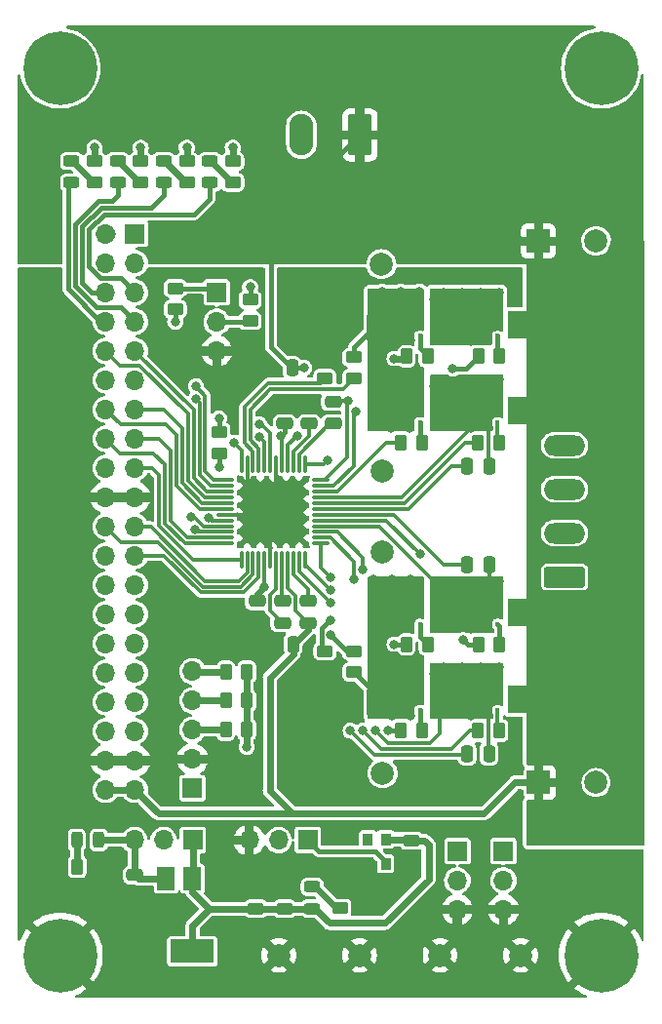
<source format=gtl>
%TF.GenerationSoftware,KiCad,Pcbnew,(6.0.5)*%
%TF.CreationDate,2024-12-30T17:36:42+01:00*%
%TF.ProjectId,TMC5160_Dev,544d4335-3136-4305-9f44-65762e6b6963,rev?*%
%TF.SameCoordinates,Original*%
%TF.FileFunction,Copper,L1,Top*%
%TF.FilePolarity,Positive*%
%FSLAX46Y46*%
G04 Gerber Fmt 4.6, Leading zero omitted, Abs format (unit mm)*
G04 Created by KiCad (PCBNEW (6.0.5)) date 2024-12-30 17:36:42*
%MOMM*%
%LPD*%
G01*
G04 APERTURE LIST*
G04 Aperture macros list*
%AMRoundRect*
0 Rectangle with rounded corners*
0 $1 Rounding radius*
0 $2 $3 $4 $5 $6 $7 $8 $9 X,Y pos of 4 corners*
0 Add a 4 corners polygon primitive as box body*
4,1,4,$2,$3,$4,$5,$6,$7,$8,$9,$2,$3,0*
0 Add four circle primitives for the rounded corners*
1,1,$1+$1,$2,$3*
1,1,$1+$1,$4,$5*
1,1,$1+$1,$6,$7*
1,1,$1+$1,$8,$9*
0 Add four rect primitives between the rounded corners*
20,1,$1+$1,$2,$3,$4,$5,0*
20,1,$1+$1,$4,$5,$6,$7,0*
20,1,$1+$1,$6,$7,$8,$9,0*
20,1,$1+$1,$8,$9,$2,$3,0*%
G04 Aperture macros list end*
%TA.AperFunction,ComponentPad*%
%ADD10R,2.000000X2.000000*%
%TD*%
%TA.AperFunction,ComponentPad*%
%ADD11C,2.000000*%
%TD*%
%TA.AperFunction,SMDPad,CuDef*%
%ADD12RoundRect,0.243750X0.456250X-0.243750X0.456250X0.243750X-0.456250X0.243750X-0.456250X-0.243750X0*%
%TD*%
%TA.AperFunction,SMDPad,CuDef*%
%ADD13RoundRect,0.250000X-0.475000X0.250000X-0.475000X-0.250000X0.475000X-0.250000X0.475000X0.250000X0*%
%TD*%
%TA.AperFunction,SMDPad,CuDef*%
%ADD14R,0.400000X0.300000*%
%TD*%
%TA.AperFunction,SMDPad,CuDef*%
%ADD15R,0.600000X0.300000*%
%TD*%
%TA.AperFunction,SMDPad,CuDef*%
%ADD16R,1.740000X2.450000*%
%TD*%
%TA.AperFunction,SMDPad,CuDef*%
%ADD17RoundRect,0.250000X0.475000X-0.250000X0.475000X0.250000X-0.475000X0.250000X-0.475000X-0.250000X0*%
%TD*%
%TA.AperFunction,SMDPad,CuDef*%
%ADD18RoundRect,0.250000X0.250000X0.475000X-0.250000X0.475000X-0.250000X-0.475000X0.250000X-0.475000X0*%
%TD*%
%TA.AperFunction,SMDPad,CuDef*%
%ADD19RoundRect,0.250000X-0.262500X-0.450000X0.262500X-0.450000X0.262500X0.450000X-0.262500X0.450000X0*%
%TD*%
%TA.AperFunction,SMDPad,CuDef*%
%ADD20RoundRect,0.250000X0.262500X0.450000X-0.262500X0.450000X-0.262500X-0.450000X0.262500X-0.450000X0*%
%TD*%
%TA.AperFunction,ComponentPad*%
%ADD21RoundRect,0.249999X0.790001X1.550001X-0.790001X1.550001X-0.790001X-1.550001X0.790001X-1.550001X0*%
%TD*%
%TA.AperFunction,ComponentPad*%
%ADD22O,2.080000X3.600000*%
%TD*%
%TA.AperFunction,ComponentPad*%
%ADD23R,1.700000X1.700000*%
%TD*%
%TA.AperFunction,ComponentPad*%
%ADD24O,1.700000X1.700000*%
%TD*%
%TA.AperFunction,ComponentPad*%
%ADD25C,6.400000*%
%TD*%
%TA.AperFunction,SMDPad,CuDef*%
%ADD26RoundRect,0.250000X0.450000X-0.262500X0.450000X0.262500X-0.450000X0.262500X-0.450000X-0.262500X0*%
%TD*%
%TA.AperFunction,SMDPad,CuDef*%
%ADD27RoundRect,0.250000X0.312500X1.075000X-0.312500X1.075000X-0.312500X-1.075000X0.312500X-1.075000X0*%
%TD*%
%TA.AperFunction,SMDPad,CuDef*%
%ADD28RoundRect,0.243750X-0.243750X-0.456250X0.243750X-0.456250X0.243750X0.456250X-0.243750X0.456250X0*%
%TD*%
%TA.AperFunction,SMDPad,CuDef*%
%ADD29RoundRect,0.075000X-0.075000X0.662500X-0.075000X-0.662500X0.075000X-0.662500X0.075000X0.662500X0*%
%TD*%
%TA.AperFunction,SMDPad,CuDef*%
%ADD30RoundRect,0.075000X-0.662500X0.075000X-0.662500X-0.075000X0.662500X-0.075000X0.662500X0.075000X0*%
%TD*%
%TA.AperFunction,ComponentPad*%
%ADD31C,0.500000*%
%TD*%
%TA.AperFunction,SMDPad,CuDef*%
%ADD32R,5.000000X5.000000*%
%TD*%
%TA.AperFunction,SMDPad,CuDef*%
%ADD33RoundRect,0.250000X-0.250000X-0.475000X0.250000X-0.475000X0.250000X0.475000X-0.250000X0.475000X0*%
%TD*%
%TA.AperFunction,ComponentPad*%
%ADD34RoundRect,0.250000X1.550000X-0.650000X1.550000X0.650000X-1.550000X0.650000X-1.550000X-0.650000X0*%
%TD*%
%TA.AperFunction,ComponentPad*%
%ADD35O,3.600000X1.800000*%
%TD*%
%TA.AperFunction,SMDPad,CuDef*%
%ADD36R,1.500000X2.000000*%
%TD*%
%TA.AperFunction,SMDPad,CuDef*%
%ADD37R,3.800000X2.000000*%
%TD*%
%TA.AperFunction,SMDPad,CuDef*%
%ADD38RoundRect,0.250000X-0.450000X0.262500X-0.450000X-0.262500X0.450000X-0.262500X0.450000X0.262500X0*%
%TD*%
%TA.AperFunction,SMDPad,CuDef*%
%ADD39RoundRect,0.243750X-0.456250X0.243750X-0.456250X-0.243750X0.456250X-0.243750X0.456250X0.243750X0*%
%TD*%
%TA.AperFunction,SMDPad,CuDef*%
%ADD40R,0.900000X1.000000*%
%TD*%
%TA.AperFunction,ViaPad*%
%ADD41C,0.800000*%
%TD*%
%TA.AperFunction,Conductor*%
%ADD42C,0.600000*%
%TD*%
%TA.AperFunction,Conductor*%
%ADD43C,0.300000*%
%TD*%
%TA.AperFunction,Conductor*%
%ADD44C,0.400000*%
%TD*%
G04 APERTURE END LIST*
D10*
%TO.P,C15,1*%
%TO.N,/VM*%
X166542323Y-82000000D03*
D11*
%TO.P,C15,2*%
%TO.N,GND*%
X171542323Y-82000000D03*
%TD*%
D12*
%TO.P,D3,1,K*%
%TO.N,/LED0*%
X138000000Y-76925000D03*
%TO.P,D3,2,A*%
%TO.N,Net-(D3-Pad2)*%
X138000000Y-75050000D03*
%TD*%
D13*
%TO.P,C6,1*%
%TO.N,Net-(C6-Pad1)*%
X144300000Y-113250000D03*
%TO.P,C6,2*%
%TO.N,Net-(C6-Pad2)*%
X144300000Y-115150000D03*
%TD*%
D14*
%TO.P,Q7,1,S*%
%TO.N,/BMB2*%
X162990000Y-96425000D03*
X162990000Y-95775000D03*
X162990000Y-97075000D03*
%TO.P,Q7,2,G*%
%TO.N,Net-(Q7-Pad2)*%
X162990000Y-97725000D03*
D15*
%TO.P,Q7,3,D*%
%TO.N,/VM*%
X165790000Y-95775000D03*
X165790000Y-97725000D03*
X165790000Y-97075000D03*
X165790000Y-96425000D03*
D16*
X164750000Y-96750000D03*
%TD*%
D17*
%TO.P,C3,1*%
%TO.N,+3V3*%
X144500000Y-139950000D03*
%TO.P,C3,2*%
%TO.N,GND*%
X144500000Y-138050000D03*
%TD*%
D18*
%TO.P,C16,1*%
%TO.N,/VM*%
X145150000Y-93000000D03*
%TO.P,C16,2*%
%TO.N,GND*%
X143250000Y-93000000D03*
%TD*%
D19*
%TO.P,R21,1*%
%TO.N,/ENCB*%
X139387500Y-121900000D03*
%TO.P,R21,2*%
%TO.N,VCC*%
X141212500Y-121900000D03*
%TD*%
D14*
%TO.P,Q2,1,S*%
%TO.N,Net-(Q2-Pad1)*%
X156240000Y-114575000D03*
X156240000Y-113925000D03*
X156240000Y-113275000D03*
%TO.P,Q2,2,G*%
%TO.N,Net-(Q2-Pad2)*%
X156240000Y-115225000D03*
D15*
%TO.P,Q2,3,D*%
%TO.N,/BMA1*%
X159040000Y-113275000D03*
X159040000Y-114575000D03*
D16*
X158000000Y-114250000D03*
D15*
X159040000Y-115225000D03*
X159040000Y-113925000D03*
%TD*%
D20*
%TO.P,R15,1*%
%TO.N,Net-(Q6-Pad2)*%
X156412500Y-124500000D03*
%TO.P,R15,2*%
%TO.N,/LA2*%
X154587500Y-124500000D03*
%TD*%
D21*
%TO.P,J6,1,Pin_1*%
%TO.N,/VM*%
X151040000Y-72777500D03*
D22*
%TO.P,J6,2,Pin_2*%
%TO.N,GND*%
X145960000Y-72777500D03*
%TD*%
D14*
%TO.P,Q5,1,S*%
%TO.N,/BMA2*%
X162990000Y-121425000D03*
X162990000Y-122075000D03*
X162990000Y-120775000D03*
%TO.P,Q5,2,G*%
%TO.N,Net-(Q5-Pad2)*%
X162990000Y-122725000D03*
D15*
%TO.P,Q5,3,D*%
%TO.N,/VM*%
X165790000Y-120775000D03*
X165790000Y-121425000D03*
X165790000Y-122075000D03*
X165790000Y-122725000D03*
D16*
X164750000Y-121750000D03*
%TD*%
D13*
%TO.P,C1,1*%
%TO.N,+5V*%
X131500000Y-137050000D03*
%TO.P,C1,2*%
%TO.N,GND*%
X131500000Y-138950000D03*
%TD*%
D19*
%TO.P,R6,1*%
%TO.N,/HB1*%
X161337500Y-92000000D03*
%TO.P,R6,2*%
%TO.N,Net-(Q3-Pad2)*%
X163162500Y-92000000D03*
%TD*%
D23*
%TO.P,J9,1,Pin_1*%
%TO.N,/STEP*%
X138600000Y-86460000D03*
D24*
%TO.P,J9,2,Pin_2*%
%TO.N,/DIR*%
X138600000Y-89000000D03*
%TO.P,J9,3,Pin_3*%
%TO.N,GND*%
X138600000Y-91540000D03*
%TD*%
D14*
%TO.P,Q8,1,S*%
%TO.N,Net-(Q4-Pad1)*%
X156240000Y-95775000D03*
X156240000Y-97075000D03*
X156240000Y-96425000D03*
%TO.P,Q8,2,G*%
%TO.N,Net-(Q8-Pad2)*%
X156240000Y-97725000D03*
D15*
%TO.P,Q8,3,D*%
%TO.N,/BMB2*%
X159040000Y-95775000D03*
D16*
X158000000Y-96750000D03*
D15*
X159040000Y-97075000D03*
X159040000Y-97725000D03*
X159040000Y-96425000D03*
%TD*%
D25*
%TO.P,H2,1,1*%
%TO.N,GND*%
X172000000Y-67000000D03*
%TD*%
D18*
%TO.P,C17,1*%
%TO.N,/VM*%
X145250000Y-117000000D03*
%TO.P,C17,2*%
%TO.N,GND*%
X143350000Y-117000000D03*
%TD*%
D20*
%TO.P,R17,1*%
%TO.N,Net-(Q8-Pad2)*%
X156412500Y-99500000D03*
%TO.P,R17,2*%
%TO.N,/LB2*%
X154587500Y-99500000D03*
%TD*%
D26*
%TO.P,R19,1*%
%TO.N,/DIR*%
X141500000Y-88912500D03*
%TO.P,R19,2*%
%TO.N,VCC*%
X141500000Y-87087500D03*
%TD*%
D25*
%TO.P,H4,1,1*%
%TO.N,GND*%
X172000000Y-144000000D03*
%TD*%
D27*
%TO.P,R12,1*%
%TO.N,Net-(Q2-Pad1)*%
X152212500Y-122000000D03*
%TO.P,R12,2*%
%TO.N,GND*%
X149287500Y-122000000D03*
%TD*%
D19*
%TO.P,R20,1*%
%TO.N,/ENCA*%
X139387500Y-124400000D03*
%TO.P,R20,2*%
%TO.N,VCC*%
X141212500Y-124400000D03*
%TD*%
D17*
%TO.P,C12,1*%
%TO.N,/CB1*%
X148700000Y-97850000D03*
%TO.P,C12,2*%
%TO.N,/BMB1*%
X148700000Y-95950000D03*
%TD*%
D28*
%TO.P,D2,1,K*%
%TO.N,Net-(D2-Pad1)*%
X126462500Y-134000000D03*
%TO.P,D2,2,A*%
%TO.N,+5V*%
X128337500Y-134000000D03*
%TD*%
D17*
%TO.P,C5,1*%
%TO.N,/VM*%
X146500000Y-115150000D03*
%TO.P,C5,2*%
%TO.N,Net-(C5-Pad2)*%
X146500000Y-113250000D03*
%TD*%
D12*
%TO.P,D4,1,K*%
%TO.N,/LED1*%
X134000000Y-76925000D03*
%TO.P,D4,2,A*%
%TO.N,Net-(D4-Pad2)*%
X134000000Y-75050000D03*
%TD*%
D11*
%TO.P,TP5,1,1*%
%TO.N,/BMB1*%
X152900000Y-84000000D03*
%TD*%
D17*
%TO.P,C9,1*%
%TO.N,GND*%
X142100000Y-115150000D03*
%TO.P,C9,2*%
%TO.N,Net-(C9-Pad2)*%
X142100000Y-113250000D03*
%TD*%
D29*
%TO.P,U1,1,HB1*%
%TO.N,/HB1*%
X146250000Y-101337500D03*
%TO.P,U1,2,CB1*%
%TO.N,/CB1*%
X145750000Y-101337500D03*
%TO.P,U1,3,12VOUT*%
%TO.N,Net-(C7-Pad2)*%
X145250000Y-101337500D03*
%TO.P,U1,4,VSA*%
%TO.N,/VM*%
X144750000Y-101337500D03*
%TO.P,U1,5,5VOUT*%
%TO.N,Net-(C8-Pad2)*%
X144250000Y-101337500D03*
%TO.P,U1,6,GNDA*%
%TO.N,GND*%
X143750000Y-101337500D03*
%TO.P,U1,7,SRAL*%
%TO.N,/SRAL*%
X143250000Y-101337500D03*
%TO.P,U1,8,SRAH*%
%TO.N,/SRAH*%
X142750000Y-101337500D03*
%TO.P,U1,9,SRBH*%
%TO.N,/SRBH*%
X142250000Y-101337500D03*
%TO.P,U1,10,SRBL*%
%TO.N,/SRBL*%
X141750000Y-101337500D03*
%TO.P,U1,11,TST_MODE*%
%TO.N,GND*%
X141250000Y-101337500D03*
%TO.P,U1,12,CLK*%
%TO.N,/CLK_16*%
X140750000Y-101337500D03*
D30*
%TO.P,U1,13,~{CS}/CFG3*%
%TO.N,/CS_N*%
X139337500Y-102750000D03*
%TO.P,U1,14,SCK/CFG2*%
%TO.N,/SCK*%
X139337500Y-103250000D03*
%TO.P,U1,15,SDI/CFG1*%
%TO.N,/MOSI*%
X139337500Y-103750000D03*
%TO.P,U1,16,SDO/CFG0*%
%TO.N,/MISO*%
X139337500Y-104250000D03*
%TO.P,U1,17,REFL/STEP*%
%TO.N,/STEP*%
X139337500Y-104750000D03*
%TO.P,U1,18,REFR/DIR*%
%TO.N,/DIR*%
X139337500Y-105250000D03*
%TO.P,U1,19,GNDD*%
%TO.N,GND*%
X139337500Y-105750000D03*
%TO.P,U1,20,VCC_IO*%
%TO.N,VCC*%
X139337500Y-106250000D03*
%TO.P,U1,21,SD_MODE*%
%TO.N,Net-(J4-Pad2)*%
X139337500Y-106750000D03*
%TO.P,U1,22,SPI_MODE*%
%TO.N,Net-(J5-Pad2)*%
X139337500Y-107250000D03*
%TO.P,U1,23,ENCB/DCEN/CFG4*%
%TO.N,/ENCB*%
X139337500Y-107750000D03*
%TO.P,U1,24,ENCA/DCIN/CFG5*%
%TO.N,/ENCA*%
X139337500Y-108250000D03*
D29*
%TO.P,U1,25,ENCN/DCO/CFG6*%
%TO.N,/ENCN*%
X140750000Y-109662500D03*
%TO.P,U1,26,SWN/DIAG0*%
%TO.N,/DIAG0*%
X141250000Y-109662500D03*
%TO.P,U1,27,SWP/DIAG1*%
%TO.N,/DIAG1*%
X141750000Y-109662500D03*
%TO.P,U1,28,~{DRV_EN}*%
%TO.N,/DRV_EN*%
X142250000Y-109662500D03*
%TO.P,U1,29,VCC*%
%TO.N,Net-(C9-Pad2)*%
X142750000Y-109662500D03*
%TO.P,U1,30,GNDD*%
%TO.N,GND*%
X143250000Y-109662500D03*
%TO.P,U1,31,CPO*%
%TO.N,Net-(C6-Pad2)*%
X143750000Y-109662500D03*
%TO.P,U1,32,CPI*%
%TO.N,Net-(C6-Pad1)*%
X144250000Y-109662500D03*
%TO.P,U1,33,VS*%
%TO.N,/VM*%
X144750000Y-109662500D03*
%TO.P,U1,34,VCP*%
%TO.N,Net-(C5-Pad2)*%
X145250000Y-109662500D03*
%TO.P,U1,35,CA2*%
%TO.N,/CA2*%
X145750000Y-109662500D03*
%TO.P,U1,36,HA2*%
%TO.N,/HA2*%
X146250000Y-109662500D03*
D30*
%TO.P,U1,37,BMA2*%
%TO.N,/BMA2*%
X147662500Y-108250000D03*
%TO.P,U1,38,LA2*%
%TO.N,/LA2*%
X147662500Y-107750000D03*
%TO.P,U1,39,LA1*%
%TO.N,/LA1*%
X147662500Y-107250000D03*
%TO.P,U1,40,BMA1*%
%TO.N,/BMA1*%
X147662500Y-106750000D03*
%TO.P,U1,41,HA1*%
%TO.N,/HA1*%
X147662500Y-106250000D03*
%TO.P,U1,42,CA1*%
%TO.N,/CA1*%
X147662500Y-105750000D03*
%TO.P,U1,43,CB2*%
%TO.N,/CB2*%
X147662500Y-105250000D03*
%TO.P,U1,44,HB2*%
%TO.N,/HB2*%
X147662500Y-104750000D03*
%TO.P,U1,45,BMB2*%
%TO.N,/BMB2*%
X147662500Y-104250000D03*
%TO.P,U1,46,LB2*%
%TO.N,/LB2*%
X147662500Y-103750000D03*
%TO.P,U1,47,LB1*%
%TO.N,/LB1*%
X147662500Y-103250000D03*
%TO.P,U1,48,BMB1*%
%TO.N,/BMB1*%
X147662500Y-102750000D03*
D31*
%TO.P,U1,49,EP*%
%TO.N,GND*%
X141250000Y-106625000D03*
X144625000Y-107750000D03*
X145750000Y-107750000D03*
X141250000Y-105500000D03*
X144625000Y-103250000D03*
X141250000Y-104375000D03*
X145750000Y-105500000D03*
X141250000Y-103250000D03*
X144625000Y-106625000D03*
X145750000Y-103250000D03*
X144625000Y-104375000D03*
X143500000Y-107750000D03*
X144625000Y-105500000D03*
X145750000Y-104375000D03*
X142375000Y-106625000D03*
X142375000Y-104375000D03*
X142375000Y-107750000D03*
X143500000Y-104375000D03*
X143500000Y-105500000D03*
X143500000Y-106625000D03*
D32*
X143500000Y-105500000D03*
D31*
X142375000Y-103250000D03*
X143500000Y-103250000D03*
X142375000Y-105500000D03*
X141250000Y-107750000D03*
X145750000Y-106625000D03*
%TD*%
D19*
%TO.P,R22,1*%
%TO.N,/ENCN*%
X139387500Y-119400000D03*
%TO.P,R22,2*%
%TO.N,VCC*%
X141212500Y-119400000D03*
%TD*%
D12*
%TO.P,D6,2,A*%
%TO.N,Net-(D6-Pad2)*%
X126000000Y-75050000D03*
%TO.P,D6,1,K*%
%TO.N,/LED3*%
X126000000Y-76925000D03*
%TD*%
D26*
%TO.P,R10,1*%
%TO.N,/SRBH*%
X150500000Y-93912500D03*
%TO.P,R10,2*%
%TO.N,Net-(Q4-Pad1)*%
X150500000Y-92087500D03*
%TD*%
D11*
%TO.P,TP2,1,1*%
%TO.N,GND*%
X151000000Y-144000000D03*
%TD*%
D14*
%TO.P,Q1,1,S*%
%TO.N,/BMA1*%
X162990000Y-113925000D03*
X162990000Y-113275000D03*
X162990000Y-114575000D03*
%TO.P,Q1,2,G*%
%TO.N,Net-(Q1-Pad2)*%
X162990000Y-115225000D03*
D15*
%TO.P,Q1,3,D*%
%TO.N,/VM*%
X165790000Y-113275000D03*
X165790000Y-114575000D03*
D16*
X164750000Y-114250000D03*
D15*
X165790000Y-115225000D03*
X165790000Y-113925000D03*
%TD*%
D13*
%TO.P,C7,1*%
%TO.N,GND*%
X146600000Y-95950000D03*
%TO.P,C7,2*%
%TO.N,Net-(C7-Pad2)*%
X146600000Y-97850000D03*
%TD*%
D20*
%TO.P,R14,1*%
%TO.N,Net-(Q5-Pad2)*%
X163112500Y-124500000D03*
%TO.P,R14,2*%
%TO.N,/HA2*%
X161287500Y-124500000D03*
%TD*%
D23*
%TO.P,J8,1,Pin_1*%
%TO.N,VCC*%
X136500000Y-129500000D03*
D24*
%TO.P,J8,2,Pin_2*%
%TO.N,GND*%
X136500000Y-126960000D03*
%TO.P,J8,3,Pin_3*%
%TO.N,/ENCA*%
X136500000Y-124420000D03*
%TO.P,J8,4,Pin_4*%
%TO.N,/ENCB*%
X136500000Y-121880000D03*
%TO.P,J8,5,Pin_5*%
%TO.N,/ENCN*%
X136500000Y-119340000D03*
%TD*%
D14*
%TO.P,Q4,1,S*%
%TO.N,Net-(Q4-Pad1)*%
X156240000Y-88925000D03*
X156240000Y-89575000D03*
X156240000Y-88275000D03*
%TO.P,Q4,2,G*%
%TO.N,Net-(Q4-Pad2)*%
X156240000Y-90225000D03*
D15*
%TO.P,Q4,3,D*%
%TO.N,/BMB1*%
X159040000Y-88275000D03*
X159040000Y-89575000D03*
X159040000Y-90225000D03*
D16*
X158000000Y-89250000D03*
D15*
X159040000Y-88925000D03*
%TD*%
D33*
%TO.P,C10,1*%
%TO.N,/CA1*%
X160350000Y-110100000D03*
%TO.P,C10,2*%
%TO.N,/BMA1*%
X162250000Y-110100000D03*
%TD*%
D23*
%TO.P,J4,1,Pin_1*%
%TO.N,VCC*%
X159500000Y-134960000D03*
D24*
%TO.P,J4,2,Pin_2*%
%TO.N,Net-(J4-Pad2)*%
X159500000Y-137500000D03*
%TO.P,J4,3,Pin_3*%
%TO.N,GND*%
X159500000Y-140040000D03*
%TD*%
D26*
%TO.P,R24,1*%
%TO.N,Net-(D4-Pad2)*%
X136000000Y-76900000D03*
%TO.P,R24,2*%
%TO.N,VCC*%
X136000000Y-75075000D03*
%TD*%
%TO.P,R3,1*%
%TO.N,Net-(C9-Pad2)*%
X138800000Y-100412500D03*
%TO.P,R3,2*%
%TO.N,Net-(C8-Pad2)*%
X138800000Y-98587500D03*
%TD*%
D34*
%TO.P,J7,1,Pin_1*%
%TO.N,/BMA2*%
X168817500Y-111160000D03*
D35*
%TO.P,J7,2,Pin_2*%
%TO.N,/BMA1*%
X168817500Y-107350000D03*
%TO.P,J7,3,Pin_3*%
%TO.N,/BMB2*%
X168817500Y-103540000D03*
%TO.P,J7,4,Pin_4*%
%TO.N,/BMB1*%
X168817500Y-99730000D03*
%TD*%
D23*
%TO.P,J5,1,Pin_1*%
%TO.N,VCC*%
X163500000Y-134960000D03*
D24*
%TO.P,J5,2,Pin_2*%
%TO.N,Net-(J5-Pad2)*%
X163500000Y-137500000D03*
%TO.P,J5,3,Pin_3*%
%TO.N,GND*%
X163500000Y-140040000D03*
%TD*%
D26*
%TO.P,R25,1*%
%TO.N,Net-(D5-Pad2)*%
X132000000Y-76900000D03*
%TO.P,R25,2*%
%TO.N,VCC*%
X132000000Y-75075000D03*
%TD*%
D36*
%TO.P,U2,1,GND*%
%TO.N,GND*%
X138800000Y-137350000D03*
%TO.P,U2,2,VO*%
%TO.N,+3V3*%
X136500000Y-137350000D03*
D37*
X136500000Y-143650000D03*
D36*
%TO.P,U2,3,VI*%
%TO.N,+5V*%
X134200000Y-137350000D03*
%TD*%
D14*
%TO.P,Q6,1,S*%
%TO.N,Net-(Q2-Pad1)*%
X156240000Y-121425000D03*
X156240000Y-122075000D03*
X156240000Y-120775000D03*
%TO.P,Q6,2,G*%
%TO.N,Net-(Q6-Pad2)*%
X156240000Y-122725000D03*
D16*
%TO.P,Q6,3,D*%
%TO.N,/BMA2*%
X158000000Y-121750000D03*
D15*
X159040000Y-121425000D03*
X159040000Y-122075000D03*
X159040000Y-122725000D03*
X159040000Y-120775000D03*
%TD*%
D19*
%TO.P,R7,1*%
%TO.N,/LB1*%
X155087500Y-92000000D03*
%TO.P,R7,2*%
%TO.N,Net-(Q4-Pad2)*%
X156912500Y-92000000D03*
%TD*%
D13*
%TO.P,C4,1*%
%TO.N,+3V3*%
X155500000Y-134050000D03*
%TO.P,C4,2*%
%TO.N,GND*%
X155500000Y-135950000D03*
%TD*%
D11*
%TO.P,TP6,1,1*%
%TO.N,/BMB2*%
X153000000Y-102000000D03*
%TD*%
D10*
%TO.P,C14,1*%
%TO.N,/VM*%
X166542323Y-129000000D03*
D11*
%TO.P,C14,2*%
%TO.N,GND*%
X171542323Y-129000000D03*
%TD*%
D17*
%TO.P,C2,1*%
%TO.N,+3V3*%
X142000000Y-139950000D03*
%TO.P,C2,2*%
%TO.N,GND*%
X142000000Y-138050000D03*
%TD*%
D25*
%TO.P,H3,1,1*%
%TO.N,GND*%
X125000000Y-144000000D03*
%TD*%
D38*
%TO.P,R1,1*%
%TO.N,GND*%
X149300000Y-138087500D03*
%TO.P,R1,2*%
%TO.N,Net-(D1-Pad1)*%
X149300000Y-139912500D03*
%TD*%
D20*
%TO.P,R2,1*%
%TO.N,GND*%
X128312500Y-136300000D03*
%TO.P,R2,2*%
%TO.N,Net-(D2-Pad1)*%
X126487500Y-136300000D03*
%TD*%
D11*
%TO.P,TP7,1,1*%
%TO.N,/BMA1*%
X153000000Y-109000000D03*
%TD*%
D13*
%TO.P,C8,1*%
%TO.N,GND*%
X144500000Y-95950000D03*
%TO.P,C8,2*%
%TO.N,Net-(C8-Pad2)*%
X144500000Y-97850000D03*
%TD*%
D33*
%TO.P,C11,1*%
%TO.N,/CA2*%
X160350000Y-126500000D03*
%TO.P,C11,2*%
%TO.N,/BMA2*%
X162250000Y-126500000D03*
%TD*%
D25*
%TO.P,H1,1,1*%
%TO.N,GND*%
X125000000Y-67000000D03*
%TD*%
D14*
%TO.P,Q3,1,S*%
%TO.N,/BMB1*%
X162990000Y-89575000D03*
X162990000Y-88275000D03*
X162990000Y-88925000D03*
%TO.P,Q3,2,G*%
%TO.N,Net-(Q3-Pad2)*%
X162990000Y-90225000D03*
D15*
%TO.P,Q3,3,D*%
%TO.N,/VM*%
X165790000Y-88275000D03*
D16*
X164750000Y-89250000D03*
D15*
X165790000Y-90225000D03*
X165790000Y-89575000D03*
X165790000Y-88925000D03*
%TD*%
D19*
%TO.P,R5,1*%
%TO.N,/LA1*%
X155087500Y-117000000D03*
%TO.P,R5,2*%
%TO.N,Net-(Q2-Pad2)*%
X156912500Y-117000000D03*
%TD*%
D11*
%TO.P,TP4,1,1*%
%TO.N,GND*%
X165000000Y-144000000D03*
%TD*%
D23*
%TO.P,J2,1,Pin_1*%
%TO.N,Net-(J2-Pad1)*%
X146500000Y-134000000D03*
D24*
%TO.P,J2,2,Pin_2*%
%TO.N,/CLK_16*%
X143960000Y-134000000D03*
%TO.P,J2,3,Pin_3*%
%TO.N,GND*%
X141420000Y-134000000D03*
%TD*%
D33*
%TO.P,C13,1*%
%TO.N,/CB2*%
X160350000Y-101500000D03*
%TO.P,C13,2*%
%TO.N,/BMB2*%
X162250000Y-101500000D03*
%TD*%
D11*
%TO.P,TP3,1,1*%
%TO.N,GND*%
X158000000Y-144000000D03*
%TD*%
D38*
%TO.P,R18,1*%
%TO.N,/STEP*%
X135000000Y-86087500D03*
%TO.P,R18,2*%
%TO.N,VCC*%
X135000000Y-87912500D03*
%TD*%
D39*
%TO.P,D1,1,K*%
%TO.N,Net-(D1-Pad1)*%
X146900000Y-138062500D03*
%TO.P,D1,2,A*%
%TO.N,+3V3*%
X146900000Y-139937500D03*
%TD*%
D23*
%TO.P,J3,1,Pin_1*%
%TO.N,GND*%
X131500000Y-81370000D03*
D24*
%TO.P,J3,2,Pin_2*%
X128960000Y-81370000D03*
%TO.P,J3,3,Pin_3*%
%TO.N,+5V*%
X131500000Y-83910000D03*
%TO.P,J3,4,Pin_4*%
X128960000Y-83910000D03*
%TO.P,J3,5,Pin_5*%
%TO.N,/LED0*%
X131500000Y-86450000D03*
%TO.P,J3,6,Pin_6*%
%TO.N,/LED1*%
X128960000Y-86450000D03*
%TO.P,J3,7,Pin_7*%
%TO.N,/LED2*%
X131500000Y-88990000D03*
%TO.P,J3,8,Pin_8*%
%TO.N,/LED3*%
X128960000Y-88990000D03*
%TO.P,J3,9,Pin_9*%
%TO.N,/MOSI*%
X131500000Y-91530000D03*
%TO.P,J3,10,Pin_10*%
%TO.N,/MISO*%
X128960000Y-91530000D03*
%TO.P,J3,11,Pin_11*%
%TO.N,/SCK*%
X131500000Y-94070000D03*
%TO.P,J3,12,Pin_12*%
%TO.N,/CS_N*%
X128960000Y-94070000D03*
%TO.P,J3,13,Pin_13*%
%TO.N,/STEP*%
X131500000Y-96610000D03*
%TO.P,J3,14,Pin_14*%
%TO.N,/DIR*%
X128960000Y-96610000D03*
%TO.P,J3,15,Pin_15*%
%TO.N,/ENCB*%
X131500000Y-99150000D03*
%TO.P,J3,16,Pin_16*%
%TO.N,/ENCA*%
X128960000Y-99150000D03*
%TO.P,J3,17,Pin_17*%
%TO.N,/ENCN*%
X131500000Y-101690000D03*
%TO.P,J3,18,Pin_18*%
%TO.N,unconnected-(J3-Pad18)*%
X128960000Y-101690000D03*
%TO.P,J3,19,Pin_19*%
%TO.N,GND*%
X131500000Y-104230000D03*
%TO.P,J3,20,Pin_20*%
X128960000Y-104230000D03*
%TO.P,J3,21,Pin_21*%
%TO.N,/DIAG0*%
X131500000Y-106770000D03*
%TO.P,J3,22,Pin_22*%
%TO.N,/DIAG1*%
X128960000Y-106770000D03*
%TO.P,J3,23,Pin_23*%
%TO.N,/DRV_EN*%
X131500000Y-109310000D03*
%TO.P,J3,24,Pin_24*%
%TO.N,unconnected-(J3-Pad24)*%
X128960000Y-109310000D03*
%TO.P,J3,25,Pin_25*%
%TO.N,unconnected-(J3-Pad25)*%
X131500000Y-111850000D03*
%TO.P,J3,26,Pin_26*%
%TO.N,unconnected-(J3-Pad26)*%
X128960000Y-111850000D03*
%TO.P,J3,27,Pin_27*%
%TO.N,unconnected-(J3-Pad27)*%
X131500000Y-114390000D03*
%TO.P,J3,28,Pin_28*%
%TO.N,unconnected-(J3-Pad28)*%
X128960000Y-114390000D03*
%TO.P,J3,29,Pin_29*%
%TO.N,unconnected-(J3-Pad29)*%
X131500000Y-116930000D03*
%TO.P,J3,30,Pin_30*%
%TO.N,unconnected-(J3-Pad30)*%
X128960000Y-116930000D03*
%TO.P,J3,31,Pin_31*%
%TO.N,unconnected-(J3-Pad31)*%
X131500000Y-119470000D03*
%TO.P,J3,32,Pin_32*%
%TO.N,unconnected-(J3-Pad32)*%
X128960000Y-119470000D03*
%TO.P,J3,33,Pin_33*%
%TO.N,unconnected-(J3-Pad33)*%
X131500000Y-122010000D03*
%TO.P,J3,34,Pin_34*%
%TO.N,unconnected-(J3-Pad34)*%
X128960000Y-122010000D03*
%TO.P,J3,35,Pin_35*%
%TO.N,unconnected-(J3-Pad35)*%
X131500000Y-124550000D03*
%TO.P,J3,36,Pin_36*%
%TO.N,unconnected-(J3-Pad36)*%
X128960000Y-124550000D03*
%TO.P,J3,37,Pin_37*%
%TO.N,GND*%
X131500000Y-127090000D03*
%TO.P,J3,38,Pin_38*%
X128960000Y-127090000D03*
%TO.P,J3,39,Pin_39*%
%TO.N,/VM*%
X131500000Y-129630000D03*
%TO.P,J3,40,Pin_40*%
X128960000Y-129630000D03*
%TD*%
D26*
%TO.P,R23,1*%
%TO.N,Net-(D3-Pad2)*%
X140000000Y-76900000D03*
%TO.P,R23,2*%
%TO.N,VCC*%
X140000000Y-75075000D03*
%TD*%
%TO.P,R11,1*%
%TO.N,/SRBL*%
X148000000Y-93912500D03*
%TO.P,R11,2*%
%TO.N,GND*%
X148000000Y-92087500D03*
%TD*%
D19*
%TO.P,R4,1*%
%TO.N,/HA1*%
X161337500Y-117000000D03*
%TO.P,R4,2*%
%TO.N,Net-(Q1-Pad2)*%
X163162500Y-117000000D03*
%TD*%
D11*
%TO.P,TP1,1,1*%
%TO.N,GND*%
X144000000Y-144000000D03*
%TD*%
D20*
%TO.P,R16,1*%
%TO.N,Net-(Q7-Pad2)*%
X163112500Y-99500000D03*
%TO.P,R16,2*%
%TO.N,/HB2*%
X161287500Y-99500000D03*
%TD*%
D27*
%TO.P,R13,1*%
%TO.N,Net-(Q4-Pad1)*%
X152212500Y-89500000D03*
%TO.P,R13,2*%
%TO.N,GND*%
X149287500Y-89500000D03*
%TD*%
D12*
%TO.P,D5,1,K*%
%TO.N,/LED2*%
X130000000Y-76925000D03*
%TO.P,D5,2,A*%
%TO.N,Net-(D5-Pad2)*%
X130000000Y-75050000D03*
%TD*%
D26*
%TO.P,R26,1*%
%TO.N,Net-(D6-Pad2)*%
X128000000Y-76900000D03*
%TO.P,R26,2*%
%TO.N,VCC*%
X128000000Y-75075000D03*
%TD*%
D23*
%TO.P,J1,1,Pin_1*%
%TO.N,+3V3*%
X136525000Y-134000000D03*
D24*
%TO.P,J1,2,Pin_2*%
%TO.N,VCC*%
X133985000Y-134000000D03*
%TO.P,J1,3,Pin_3*%
%TO.N,+5V*%
X131445000Y-134000000D03*
%TD*%
D11*
%TO.P,TP8,1,1*%
%TO.N,/BMA2*%
X153000000Y-128200000D03*
%TD*%
D40*
%TO.P,X1,1,EN*%
%TO.N,unconnected-(X1-Pad1)*%
X151725000Y-133925000D03*
%TO.P,X1,2,GND*%
%TO.N,GND*%
X151725000Y-136075000D03*
%TO.P,X1,3,OUT*%
%TO.N,Net-(J2-Pad1)*%
X153275000Y-136075000D03*
%TO.P,X1,4,V+*%
%TO.N,+3V3*%
X153275000Y-133925000D03*
%TD*%
D38*
%TO.P,R8,1*%
%TO.N,/SRAH*%
X150500000Y-117587500D03*
%TO.P,R8,2*%
%TO.N,Net-(Q2-Pad1)*%
X150500000Y-119412500D03*
%TD*%
%TO.P,R9,1*%
%TO.N,/SRAL*%
X148000000Y-117587500D03*
%TO.P,R9,2*%
%TO.N,GND*%
X148000000Y-119412500D03*
%TD*%
D41*
%TO.N,/VM*%
X145572681Y-98883369D03*
X146200000Y-93000000D03*
%TO.N,Net-(C8-Pad2)*%
X138800000Y-97400000D03*
X144200000Y-98900000D03*
%TO.N,Net-(C9-Pad2)*%
X142700000Y-112000000D03*
X138800000Y-101600000D03*
%TO.N,/BMA1*%
X161500000Y-111500000D03*
X162300000Y-113300000D03*
X158300000Y-111500000D03*
X159900000Y-112700000D03*
X161500000Y-113900000D03*
X159100000Y-112100000D03*
X160700000Y-113300000D03*
X160700000Y-114500000D03*
X160700000Y-112100000D03*
X161500000Y-112700000D03*
X159900000Y-115100000D03*
X163100000Y-111500000D03*
X159900000Y-111500000D03*
X162300000Y-112100000D03*
X160700000Y-115700000D03*
X161500000Y-115100000D03*
X159900000Y-113900000D03*
X162300000Y-114500000D03*
%TO.N,/CA2*%
X148500000Y-113400000D03*
X150200000Y-124500000D03*
%TO.N,/BMA2*%
X152400000Y-124500000D03*
X161500000Y-119000000D03*
X160700000Y-122000000D03*
X161500000Y-121400000D03*
X163100000Y-119000000D03*
X158300000Y-119000000D03*
X159900000Y-122600000D03*
X148500000Y-111200000D03*
X161500000Y-120200000D03*
X161500000Y-122600000D03*
X157500000Y-119600000D03*
X159900000Y-120200000D03*
X159100000Y-119600000D03*
X159900000Y-121400000D03*
X162300000Y-119600000D03*
X162300000Y-122000000D03*
X162300000Y-120800000D03*
X160700000Y-123200000D03*
X159900000Y-119000000D03*
X160700000Y-119600000D03*
X160700000Y-120800000D03*
%TO.N,/BMB1*%
X160700000Y-89500000D03*
X161500000Y-90100000D03*
X159100000Y-87100000D03*
X160700000Y-90700000D03*
X159900000Y-88900000D03*
X159900000Y-87700000D03*
X157500000Y-87100000D03*
X161500000Y-88900000D03*
X161500000Y-86500000D03*
X150000000Y-95900000D03*
X158300000Y-86500000D03*
X160700000Y-87100000D03*
X159900000Y-90100000D03*
X159900000Y-86500000D03*
X162300000Y-88300000D03*
X160700000Y-88300000D03*
X163100000Y-86500000D03*
X162300000Y-87100000D03*
X162300000Y-89500000D03*
X161500000Y-87700000D03*
%TO.N,/BMB2*%
X157500000Y-94600000D03*
X160700000Y-97000000D03*
X162300000Y-97000000D03*
X160700000Y-95800000D03*
X159900000Y-94000000D03*
X161500000Y-95200000D03*
X162300000Y-95800000D03*
X160700000Y-94600000D03*
X161500000Y-94000000D03*
X162300000Y-94600000D03*
X158300000Y-94100000D03*
X159900000Y-96400000D03*
X161500000Y-96400000D03*
X159100000Y-94600000D03*
X160700000Y-98200000D03*
X163100000Y-94000000D03*
X159900000Y-95200000D03*
X161500000Y-97600000D03*
X159900000Y-97600000D03*
%TO.N,/CLK_16*%
X140100000Y-99500000D03*
%TO.N,Net-(J4-Pad2)*%
X136400000Y-105900000D03*
%TO.N,Net-(J5-Pad2)*%
X136700000Y-107000000D03*
%TO.N,Net-(Q2-Pad1)*%
X153800000Y-111400000D03*
X154600000Y-113200000D03*
X153800000Y-120800000D03*
X152200000Y-112600000D03*
X156200000Y-119000000D03*
X153000000Y-112000000D03*
X155400000Y-115000000D03*
X155400000Y-119600000D03*
X153000000Y-114400000D03*
X152200000Y-115000000D03*
X153000000Y-113200000D03*
X154600000Y-115600000D03*
X153800000Y-118400000D03*
X153800000Y-119600000D03*
X155400000Y-118400000D03*
X153800000Y-122000000D03*
X153000000Y-115600000D03*
X154600000Y-119000000D03*
X155400000Y-120800000D03*
X155400000Y-113800000D03*
X155400000Y-123200000D03*
X155400000Y-111400000D03*
X153800000Y-113800000D03*
X152200000Y-111400000D03*
X153800000Y-112600000D03*
X155400000Y-122000000D03*
X153800000Y-115000000D03*
X153800000Y-123200000D03*
X154600000Y-114400000D03*
X154600000Y-121400000D03*
X152200000Y-113800000D03*
X154600000Y-120200000D03*
X154600000Y-122600000D03*
X155400000Y-112600000D03*
X154600000Y-112000000D03*
%TO.N,Net-(Q4-Pad1)*%
X152900000Y-97600000D03*
X155300000Y-98200000D03*
X156100000Y-94000000D03*
X155400000Y-88200000D03*
X155300000Y-95800000D03*
X156200000Y-86400000D03*
X153000000Y-86400000D03*
X152900000Y-95200000D03*
X153800000Y-87000000D03*
X155400000Y-89400000D03*
X153700000Y-95800000D03*
X154500000Y-95200000D03*
X153700000Y-97000000D03*
X154500000Y-94000000D03*
X154600000Y-87600000D03*
X153800000Y-88200000D03*
X155300000Y-94600000D03*
X153000000Y-87600000D03*
X155400000Y-90600000D03*
X153800000Y-90600000D03*
X154500000Y-96400000D03*
X155300000Y-97000000D03*
X152900000Y-94000000D03*
X153700000Y-98200000D03*
X152900000Y-96400000D03*
X155400000Y-87000000D03*
X154600000Y-90000000D03*
X153800000Y-89400000D03*
X154500000Y-97600000D03*
X153700000Y-94600000D03*
X154600000Y-86400000D03*
X154600000Y-88800000D03*
%TO.N,/HA1*%
X156300000Y-109200000D03*
X160000000Y-116600000D03*
%TO.N,/LA1*%
X154000000Y-117000000D03*
X151300000Y-110500000D03*
%TO.N,/HB1*%
X159100000Y-93100000D03*
X148200000Y-101000000D03*
%TO.N,/LB1*%
X150700000Y-96800000D03*
X154000000Y-92200000D03*
%TO.N,/SRAH*%
X148500000Y-116200000D03*
X142300000Y-99000000D03*
%TO.N,/SRAL*%
X142300000Y-97900000D03*
X148500000Y-114900000D03*
%TO.N,/HA2*%
X151300497Y-124500000D03*
X148500000Y-112300000D03*
%TO.N,/LA2*%
X150550500Y-111400000D03*
X153500000Y-124500000D03*
%TO.N,GND*%
X144800000Y-123300000D03*
X145600000Y-122700000D03*
X148000000Y-86500000D03*
X148000000Y-123300000D03*
X142200000Y-116300000D03*
X145600000Y-125100000D03*
X147200000Y-122700000D03*
X147200000Y-87100000D03*
X148000000Y-88900000D03*
X145600000Y-87100000D03*
X148000000Y-122100000D03*
X146400000Y-88900000D03*
X147200000Y-88300000D03*
X144800000Y-120900000D03*
X144800000Y-122100000D03*
X144800000Y-90100000D03*
X146400000Y-123300000D03*
X147200000Y-121500000D03*
X145600000Y-121500000D03*
X146400000Y-90100000D03*
X144500000Y-137000000D03*
X146400000Y-86500000D03*
X148000000Y-120900000D03*
X147200000Y-89500000D03*
X144800000Y-86500000D03*
X141900000Y-93000000D03*
X145600000Y-90700000D03*
X155500000Y-137000000D03*
X147200000Y-90700000D03*
X145600000Y-89500000D03*
X144800000Y-88900000D03*
X144800000Y-124500000D03*
X146400000Y-124500000D03*
X147200000Y-123900000D03*
X144800000Y-87700000D03*
X145600000Y-88300000D03*
X143200000Y-96300000D03*
X148000000Y-87700000D03*
X145600000Y-123900000D03*
X146400000Y-87700000D03*
X147200000Y-125100000D03*
X131500000Y-140000000D03*
X148000000Y-124500000D03*
X146400000Y-122100000D03*
X146400000Y-120900000D03*
X148000000Y-90100000D03*
X139000000Y-135500000D03*
X151700000Y-137200000D03*
%TO.N,VCC*%
X136000000Y-73887500D03*
X141500000Y-86000000D03*
X132000000Y-73887500D03*
X135000000Y-89000000D03*
X141200000Y-125900000D03*
X140000000Y-73887500D03*
X128000000Y-73887500D03*
X137900000Y-106000000D03*
%TO.N,/CS_N*%
X136800000Y-94600000D03*
%TO.N,/SCK*%
X136800000Y-95700000D03*
%TD*%
D42*
%TO.N,+5V*%
X131800000Y-137350000D02*
X131500000Y-137050000D01*
X131445000Y-134000000D02*
X131445000Y-136995000D01*
X131445000Y-136995000D02*
X131500000Y-137050000D01*
X131445000Y-134000000D02*
X128337500Y-134000000D01*
X134200000Y-137350000D02*
X131800000Y-137350000D01*
%TO.N,+3V3*%
X144500000Y-139950000D02*
X142000000Y-139950000D01*
X144500000Y-139950000D02*
X146887500Y-139950000D01*
X146900000Y-139937500D02*
X147137500Y-139937500D01*
X153200000Y-141200000D02*
X157000000Y-137400000D01*
X136500000Y-143650000D02*
X136500000Y-141400000D01*
X157000000Y-134400000D02*
X156650000Y-134050000D01*
X136525000Y-134000000D02*
X136525000Y-137325000D01*
X137950000Y-139950000D02*
X142000000Y-139950000D01*
X148400000Y-141200000D02*
X153200000Y-141200000D01*
X156650000Y-134050000D02*
X155500000Y-134050000D01*
X136500000Y-138500000D02*
X137950000Y-139950000D01*
X136500000Y-141400000D02*
X137950000Y-139950000D01*
X157000000Y-137400000D02*
X157000000Y-134400000D01*
X136525000Y-137325000D02*
X136500000Y-137350000D01*
X146887500Y-139950000D02*
X146900000Y-139937500D01*
X136500000Y-137350000D02*
X136500000Y-138500000D01*
X155375000Y-133925000D02*
X155500000Y-134050000D01*
X153275000Y-133925000D02*
X155375000Y-133925000D01*
X147137500Y-139937500D02*
X148400000Y-141200000D01*
%TO.N,/VM*%
X146500000Y-115150000D02*
X146500000Y-115750000D01*
D43*
X144750000Y-99706050D02*
X145572681Y-98883369D01*
D44*
X145150000Y-93000000D02*
X145100000Y-93000000D01*
X145100000Y-93000000D02*
X143300000Y-91200000D01*
D42*
X145250000Y-117000000D02*
X145250000Y-117850000D01*
D44*
X143300000Y-80517500D02*
X151040000Y-72777500D01*
D42*
X164500000Y-129000000D02*
X166542323Y-129000000D01*
D44*
X145150000Y-93000000D02*
X146200000Y-93000000D01*
D43*
X145400000Y-112777151D02*
X145400000Y-114050000D01*
D42*
X146500000Y-115750000D02*
X145250000Y-117000000D01*
D43*
X144750000Y-101337500D02*
X144750000Y-99706050D01*
D42*
X145250000Y-117850000D02*
X143200000Y-119900000D01*
D43*
X145400000Y-114050000D02*
X146500000Y-115150000D01*
D44*
X143300000Y-91200000D02*
X143300000Y-80517500D01*
D42*
X128960000Y-129630000D02*
X131500000Y-129630000D01*
X131500000Y-129630000D02*
X133570000Y-131700000D01*
X143200000Y-129700000D02*
X145200000Y-131700000D01*
D43*
X144750000Y-109662500D02*
X144750000Y-112127151D01*
D42*
X133570000Y-131700000D02*
X145200000Y-131700000D01*
X145200000Y-131700000D02*
X161800000Y-131700000D01*
D43*
X144750000Y-112127151D02*
X145400000Y-112777151D01*
D42*
X161800000Y-131700000D02*
X164500000Y-129000000D01*
X143200000Y-119900000D02*
X143200000Y-129700000D01*
D43*
%TO.N,Net-(C5-Pad2)*%
X146500000Y-112200000D02*
X146500000Y-113250000D01*
X145250000Y-110950000D02*
X146500000Y-112200000D01*
X145250000Y-109662500D02*
X145250000Y-110950000D01*
%TO.N,Net-(C6-Pad1)*%
X144250000Y-113200000D02*
X144300000Y-113250000D01*
X144250000Y-109662500D02*
X144250000Y-113200000D01*
%TO.N,Net-(C6-Pad2)*%
X143225480Y-112751671D02*
X143225480Y-114075480D01*
X143225480Y-114075480D02*
X144300000Y-115150000D01*
X143750000Y-112227151D02*
X143225480Y-112751671D01*
X143750000Y-109662500D02*
X143750000Y-112227151D01*
%TO.N,Net-(C7-Pad2)*%
X146600000Y-98943212D02*
X146600000Y-97850000D01*
X145250000Y-100293212D02*
X146600000Y-98943212D01*
X145250000Y-101337500D02*
X145250000Y-100293212D01*
D44*
%TO.N,Net-(C8-Pad2)*%
X138800000Y-98587500D02*
X138800000Y-97400000D01*
X144500000Y-97850000D02*
X144500000Y-98600000D01*
X144500000Y-98600000D02*
X144200000Y-98900000D01*
D43*
X144200000Y-98900000D02*
X144250000Y-98950000D01*
X144250000Y-98950000D02*
X144250000Y-101337500D01*
%TO.N,Net-(C9-Pad2)*%
X142700000Y-112000000D02*
X142750000Y-111950000D01*
D44*
X138800000Y-100412500D02*
X138800000Y-101600000D01*
D42*
X142100000Y-113250000D02*
X142100000Y-112600000D01*
X142100000Y-112600000D02*
X142700000Y-112000000D01*
D43*
X142750000Y-111950000D02*
X142750000Y-109662500D01*
%TO.N,/CA1*%
X153950000Y-105750000D02*
X158300000Y-110100000D01*
X158300000Y-110100000D02*
X160350000Y-110100000D01*
X147662500Y-105750000D02*
X153950000Y-105750000D01*
%TO.N,/BMA1*%
X152750000Y-106750000D02*
X157500000Y-111500000D01*
X158300000Y-111500000D02*
X157500000Y-111500000D01*
X162250000Y-110100000D02*
X162250000Y-112050000D01*
X147662500Y-106750000D02*
X152750000Y-106750000D01*
X162250000Y-112050000D02*
X162300000Y-112100000D01*
%TO.N,/CA2*%
X154500962Y-126599038D02*
X154500000Y-126600000D01*
X152300000Y-126600000D02*
X150200000Y-124500000D01*
X160250961Y-126599039D02*
X154500962Y-126599038D01*
X148500000Y-113400000D02*
X148500000Y-113393572D01*
X148500000Y-113393572D02*
X145750000Y-110643572D01*
X154500000Y-126600000D02*
X152300000Y-126600000D01*
X145750000Y-110643572D02*
X145750000Y-109662500D01*
X160350000Y-126500000D02*
X160250961Y-126599039D01*
%TO.N,/BMA2*%
X153500000Y-125600000D02*
X152400000Y-124500000D01*
X147662500Y-110362500D02*
X147662500Y-108250000D01*
X148500000Y-111200000D02*
X147662500Y-110362500D01*
X158000000Y-121750000D02*
X158000000Y-124700000D01*
X162200000Y-123300000D02*
X162200000Y-126450000D01*
X161500000Y-122600000D02*
X162200000Y-123300000D01*
X158000000Y-124700000D02*
X157100000Y-125600000D01*
X157100000Y-125600000D02*
X153500000Y-125600000D01*
X162200000Y-126450000D02*
X162250000Y-126500000D01*
%TO.N,/CB1*%
X148700000Y-97850000D02*
X148399639Y-97850000D01*
X148399639Y-97850000D02*
X145750000Y-100499639D01*
X145750000Y-100499639D02*
X145750000Y-101337500D01*
%TO.N,/BMB1*%
X149900000Y-96000000D02*
X149900000Y-100800000D01*
X148750000Y-95900000D02*
X148700000Y-95950000D01*
X150000000Y-95900000D02*
X149900000Y-96000000D01*
X147950000Y-102750000D02*
X147662500Y-102750000D01*
X150000000Y-95900000D02*
X148750000Y-95900000D01*
X149900000Y-100800000D02*
X147950000Y-102750000D01*
%TO.N,/CB2*%
X160350000Y-101500000D02*
X159000000Y-101500000D01*
X147662500Y-105250000D02*
X155250000Y-105250000D01*
X155250000Y-105250000D02*
X159000000Y-101500000D01*
%TO.N,/BMB2*%
X162200000Y-101450000D02*
X162200000Y-98300000D01*
X162250000Y-101500000D02*
X162200000Y-101450000D01*
X154650000Y-104250000D02*
X160700000Y-98200000D01*
X147662500Y-104250000D02*
X154650000Y-104250000D01*
X162200000Y-98300000D02*
X161500000Y-97600000D01*
D42*
%TO.N,Net-(D1-Pad1)*%
X146900000Y-138062500D02*
X147162500Y-138062500D01*
X149012500Y-139912500D02*
X149300000Y-139912500D01*
X147162500Y-138062500D02*
X149012500Y-139912500D01*
%TO.N,Net-(D2-Pad1)*%
X126462500Y-136275000D02*
X126487500Y-136300000D01*
X126462500Y-134000000D02*
X126462500Y-136275000D01*
D44*
%TO.N,Net-(J2-Pad1)*%
X153275000Y-136075000D02*
X153275000Y-135875000D01*
X152400000Y-135000000D02*
X147500000Y-135000000D01*
X147500000Y-135000000D02*
X146500000Y-134000000D01*
X153275000Y-135875000D02*
X152400000Y-135000000D01*
D43*
%TO.N,/CLK_16*%
X140750000Y-100150000D02*
X140750000Y-101337500D01*
X140100000Y-99500000D02*
X140750000Y-100150000D01*
%TO.N,Net-(J4-Pad2)*%
X139337500Y-106750000D02*
X137509970Y-106750000D01*
X137509970Y-106750000D02*
X136659970Y-105900000D01*
X136659970Y-105900000D02*
X136400000Y-105900000D01*
%TO.N,Net-(J5-Pad2)*%
X136700000Y-107000000D02*
X136950000Y-107250000D01*
X136950000Y-107250000D02*
X139337500Y-107250000D01*
D44*
%TO.N,Net-(Q1-Pad2)*%
X162990000Y-115225000D02*
X163162500Y-115397500D01*
X163162500Y-115397500D02*
X163162500Y-117000000D01*
%TO.N,Net-(Q2-Pad1)*%
X152212500Y-122000000D02*
X152212500Y-121125000D01*
X152212500Y-121125000D02*
X150500000Y-119412500D01*
%TO.N,Net-(Q2-Pad2)*%
X156240000Y-115225000D02*
X156240000Y-116327500D01*
X156240000Y-116327500D02*
X156912500Y-117000000D01*
%TO.N,Net-(Q3-Pad2)*%
X162990000Y-90225000D02*
X162990000Y-91827500D01*
X162990000Y-91827500D02*
X163162500Y-92000000D01*
%TO.N,Net-(Q4-Pad1)*%
X150500000Y-91212500D02*
X152212500Y-89500000D01*
X150500000Y-92087500D02*
X150500000Y-91212500D01*
%TO.N,Net-(Q4-Pad2)*%
X156240000Y-91327500D02*
X156912500Y-92000000D01*
X156240000Y-90225000D02*
X156240000Y-91327500D01*
%TO.N,/LED0*%
X127500000Y-81000000D02*
X128800000Y-79700000D01*
X130250489Y-85200489D02*
X128483413Y-85200489D01*
X138000000Y-78300000D02*
X138000000Y-76925000D01*
X128483413Y-85200489D02*
X127500000Y-84217076D01*
X131500000Y-86450000D02*
X130250489Y-85200489D01*
X128800000Y-79700000D02*
X136600000Y-79700000D01*
X136600000Y-79700000D02*
X138000000Y-78300000D01*
X127500000Y-84217076D02*
X127500000Y-81000000D01*
D43*
%TO.N,Net-(Q5-Pad2)*%
X162990000Y-124377500D02*
X163112500Y-124500000D01*
X162990000Y-122725000D02*
X162990000Y-124377500D01*
D44*
%TO.N,Net-(Q6-Pad2)*%
X156240000Y-124327500D02*
X156412500Y-124500000D01*
X156240000Y-122725000D02*
X156240000Y-124327500D01*
D43*
%TO.N,Net-(Q7-Pad2)*%
X162990000Y-99377500D02*
X163112500Y-99500000D01*
X162990000Y-97725000D02*
X162990000Y-99377500D01*
D44*
%TO.N,Net-(Q8-Pad2)*%
X156240000Y-99327500D02*
X156412500Y-99500000D01*
X156240000Y-97725000D02*
X156240000Y-99327500D01*
D42*
%TO.N,Net-(D3-Pad2)*%
X138056250Y-75050000D02*
X139906250Y-76900000D01*
X138000000Y-75050000D02*
X138056250Y-75050000D01*
X139906250Y-76900000D02*
X140000000Y-76900000D01*
D44*
%TO.N,/HA1*%
X161337500Y-117000000D02*
X160400000Y-117000000D01*
D43*
X153350000Y-106250000D02*
X147662500Y-106250000D01*
X156300000Y-109200000D02*
X153350000Y-106250000D01*
D44*
X160400000Y-117000000D02*
X160000000Y-116600000D01*
%TO.N,/LED1*%
X127757919Y-86450000D02*
X126900480Y-85592561D01*
X128552151Y-79100000D02*
X132900000Y-79100000D01*
X126900480Y-85592561D02*
X126900480Y-80751671D01*
X128960000Y-86450000D02*
X127757919Y-86450000D01*
X132900000Y-79100000D02*
X134000000Y-78000000D01*
X134000000Y-78000000D02*
X134000000Y-76925000D01*
X126900480Y-80751671D02*
X128552151Y-79100000D01*
D42*
%TO.N,Net-(D4-Pad2)*%
X134000000Y-75050000D02*
X134056250Y-75050000D01*
X134056250Y-75050000D02*
X135906250Y-76900000D01*
X135906250Y-76900000D02*
X136000000Y-76900000D01*
D44*
%TO.N,/LED2*%
X131500000Y-88990000D02*
X130250489Y-87740489D01*
X129499520Y-78500480D02*
X130000000Y-78000000D01*
X126300000Y-85900000D02*
X126300000Y-80504301D01*
X128303821Y-78500480D02*
X129499520Y-78500480D01*
X126300000Y-80504301D02*
X128303821Y-78500480D01*
X130250489Y-87740489D02*
X128140489Y-87740489D01*
X130000000Y-78000000D02*
X130000000Y-76925000D01*
X128140489Y-87740489D02*
X126300000Y-85900000D01*
D42*
%TO.N,Net-(D5-Pad2)*%
X130056250Y-75050000D02*
X131906250Y-76900000D01*
X131906250Y-76900000D02*
X132000000Y-76900000D01*
X130000000Y-75050000D02*
X130056250Y-75050000D01*
D44*
%TO.N,/LED3*%
X125700480Y-86148329D02*
X125700480Y-77224520D01*
X128542151Y-88990000D02*
X125700480Y-86148329D01*
X128960000Y-88990000D02*
X128542151Y-88990000D01*
X125700480Y-77224520D02*
X126000000Y-76925000D01*
D42*
%TO.N,Net-(D6-Pad2)*%
X126056250Y-75050000D02*
X127906250Y-76900000D01*
X127906250Y-76900000D02*
X128000000Y-76900000D01*
X126000000Y-75050000D02*
X126056250Y-75050000D01*
D43*
%TO.N,/LA1*%
X149050000Y-107250000D02*
X147662500Y-107250000D01*
X151300000Y-109500000D02*
X149050000Y-107250000D01*
D44*
X155087500Y-117000000D02*
X154000000Y-117000000D01*
D43*
X151300000Y-110500000D02*
X151300000Y-109500000D01*
%TO.N,/HB1*%
X147862500Y-101337500D02*
X146250000Y-101337500D01*
D44*
X160237500Y-93100000D02*
X161337500Y-92000000D01*
X159100000Y-93100000D02*
X160237500Y-93100000D01*
D43*
X148200000Y-101000000D02*
X147862500Y-101337500D01*
%TO.N,/LB1*%
X148750000Y-103250000D02*
X147662500Y-103250000D01*
D42*
X154887500Y-92200000D02*
X155087500Y-92000000D01*
D43*
X150700000Y-96800000D02*
X150500000Y-97000000D01*
X150500000Y-97000000D02*
X150500000Y-101500000D01*
D42*
X154000000Y-92200000D02*
X154887500Y-92200000D01*
D43*
X150500000Y-101500000D02*
X148750000Y-103250000D01*
%TO.N,/SRAH*%
X142300000Y-99000000D02*
X142750000Y-99450000D01*
D44*
X149887500Y-117587500D02*
X148500000Y-116200000D01*
X150500000Y-117587500D02*
X149887500Y-117587500D01*
D43*
X142750000Y-99450000D02*
X142750000Y-101337500D01*
%TO.N,/SRAL*%
X142500000Y-97900000D02*
X143250000Y-98650000D01*
D44*
X147700000Y-117287500D02*
X148000000Y-117587500D01*
X148500000Y-114900000D02*
X148400000Y-114900000D01*
X147700000Y-115600000D02*
X147700000Y-117287500D01*
D43*
X143250000Y-98650000D02*
X143250000Y-101337500D01*
X142300000Y-97900000D02*
X142500000Y-97900000D01*
D44*
X148400000Y-114900000D02*
X147700000Y-115600000D01*
D43*
%TO.N,/SRBH*%
X141500000Y-99287144D02*
X141500000Y-96606428D01*
X141500000Y-96606428D02*
X143253214Y-94853214D01*
X143253214Y-94853214D02*
X149559286Y-94853214D01*
X142250000Y-100037144D02*
X141500000Y-99287144D01*
X149559286Y-94853214D02*
X150500000Y-93912500D01*
X142250000Y-101337500D02*
X142250000Y-100037144D01*
%TO.N,/SRBL*%
X141000000Y-96400000D02*
X143100000Y-94300000D01*
X141750000Y-100243572D02*
X141000000Y-99493572D01*
X141000000Y-99493572D02*
X141000000Y-96400000D01*
X147612500Y-94300000D02*
X148000000Y-93912500D01*
X141750000Y-101337500D02*
X141750000Y-100243572D01*
X143100000Y-94300000D02*
X147612500Y-94300000D01*
%TO.N,/HA2*%
X161287500Y-124500000D02*
X160600000Y-124500000D01*
X159000480Y-126099520D02*
X152900017Y-126099520D01*
X152900017Y-126099520D02*
X151300497Y-124500000D01*
X146250000Y-110050000D02*
X146250000Y-109662500D01*
X160600000Y-124500000D02*
X159000480Y-126099520D01*
X148500000Y-112300000D02*
X146250000Y-110050000D01*
%TO.N,/LA2*%
X150550500Y-111400000D02*
X150550500Y-109800139D01*
X150550500Y-109800139D02*
X148500361Y-107750000D01*
D44*
X154587500Y-124500000D02*
X153500000Y-124500000D01*
D43*
X148500361Y-107750000D02*
X147662500Y-107750000D01*
%TO.N,/HB2*%
X154950000Y-104750000D02*
X160200000Y-99500000D01*
X147662500Y-104750000D02*
X154950000Y-104750000D01*
X160200000Y-99500000D02*
X161287500Y-99500000D01*
%TO.N,/LB2*%
X147662500Y-103750000D02*
X149050000Y-103750000D01*
X153300000Y-99500000D02*
X154587500Y-99500000D01*
X149050000Y-103750000D02*
X153300000Y-99500000D01*
D42*
%TO.N,GND*%
X151725000Y-136075000D02*
X151725000Y-137175000D01*
X131500000Y-138950000D02*
X131500000Y-140000000D01*
D44*
X149287500Y-122000000D02*
X149287500Y-120700000D01*
X143250000Y-93000000D02*
X141900000Y-93000000D01*
D42*
X155500000Y-135950000D02*
X155500000Y-137000000D01*
X149300000Y-138087500D02*
X150812500Y-138087500D01*
X139500000Y-138050000D02*
X138800000Y-137350000D01*
X128312500Y-136300000D02*
X128312500Y-136812500D01*
D44*
X149287500Y-90800000D02*
X148000000Y-92087500D01*
D43*
X143250000Y-108000000D02*
X143500000Y-107750000D01*
D44*
X149287500Y-89500000D02*
X149287500Y-90800000D01*
D43*
X144500000Y-95950000D02*
X143550000Y-95950000D01*
D42*
X143350000Y-117000000D02*
X142900000Y-117000000D01*
X151725000Y-137175000D02*
X151700000Y-137200000D01*
D43*
X143750000Y-104125000D02*
X143500000Y-104375000D01*
D42*
X142100000Y-116200000D02*
X142200000Y-116300000D01*
X138800000Y-135700000D02*
X139000000Y-135500000D01*
X144500000Y-138050000D02*
X142000000Y-138050000D01*
D43*
X143750000Y-101337500D02*
X143750000Y-104125000D01*
D42*
X130500000Y-139000000D02*
X131450000Y-139000000D01*
X142900000Y-117000000D02*
X142200000Y-116300000D01*
X131450000Y-139000000D02*
X131500000Y-138950000D01*
D43*
X141000000Y-105750000D02*
X141250000Y-105500000D01*
X146600000Y-95950000D02*
X144500000Y-95950000D01*
D42*
X142000000Y-138050000D02*
X139500000Y-138050000D01*
X144500000Y-138050000D02*
X144500000Y-137000000D01*
X150812500Y-138087500D02*
X151700000Y-137200000D01*
D43*
X141250000Y-101337500D02*
X141250000Y-103250000D01*
X143550000Y-95950000D02*
X143200000Y-96300000D01*
D42*
X128312500Y-136812500D02*
X130500000Y-139000000D01*
X142100000Y-115150000D02*
X142100000Y-116200000D01*
D43*
X139337500Y-105750000D02*
X141000000Y-105750000D01*
D42*
X138800000Y-137350000D02*
X138800000Y-135700000D01*
D43*
X143250000Y-109662500D02*
X143250000Y-108000000D01*
D44*
X149287500Y-120700000D02*
X148000000Y-119412500D01*
D42*
%TO.N,VCC*%
X136000000Y-75075000D02*
X136000000Y-73887500D01*
X141212500Y-121900000D02*
X141212500Y-124400000D01*
D43*
X138150000Y-106250000D02*
X139337500Y-106250000D01*
D44*
X135000000Y-87912500D02*
X135000000Y-89000000D01*
D42*
X140000000Y-75075000D02*
X140000000Y-73887500D01*
X141212500Y-125887500D02*
X141200000Y-125900000D01*
X141212500Y-124400000D02*
X141212500Y-125887500D01*
X132000000Y-75075000D02*
X132000000Y-73887500D01*
D44*
X141500000Y-87087500D02*
X141500000Y-86000000D01*
D43*
X137900000Y-106000000D02*
X138150000Y-106250000D01*
D42*
X128000000Y-75075000D02*
X128000000Y-73887500D01*
X141212500Y-119400000D02*
X141212500Y-121900000D01*
D43*
%TO.N,/CS_N*%
X137600000Y-95400000D02*
X136800000Y-94600000D01*
X138350000Y-102750000D02*
X137600000Y-102000000D01*
X137600000Y-102000000D02*
X137600000Y-95400000D01*
X139337500Y-102750000D02*
X138350000Y-102750000D01*
%TO.N,/SCK*%
X137100000Y-102300000D02*
X138050000Y-103250000D01*
X136800000Y-95700000D02*
X137100000Y-96000000D01*
X138050000Y-103250000D02*
X139337500Y-103250000D01*
X137100000Y-96000000D02*
X137100000Y-102300000D01*
%TO.N,/MOSI*%
X136600000Y-102593572D02*
X136600000Y-96630000D01*
X137756428Y-103750000D02*
X136600000Y-102593572D01*
X136600000Y-96630000D02*
X131500000Y-91530000D01*
X139337500Y-103750000D02*
X137756428Y-103750000D01*
%TO.N,/MISO*%
X136100000Y-96973634D02*
X131926366Y-92800000D01*
X139337500Y-104250000D02*
X137550000Y-104250000D01*
X137550000Y-104250000D02*
X136100000Y-102800000D01*
X136100000Y-102800000D02*
X136100000Y-96973634D01*
X131926366Y-92800000D02*
X130230000Y-92800000D01*
X130230000Y-92800000D02*
X128960000Y-91530000D01*
%TO.N,/STEP*%
X137343573Y-104750000D02*
X139337500Y-104750000D01*
D44*
X138227500Y-86087500D02*
X138600000Y-86460000D01*
D43*
X135600000Y-98200000D02*
X135600000Y-103006427D01*
X131500000Y-96610000D02*
X134010000Y-96610000D01*
D44*
X135000000Y-86087500D02*
X138227500Y-86087500D01*
D43*
X134010000Y-96610000D02*
X135600000Y-98200000D01*
X135600000Y-103006427D02*
X137343573Y-104750000D01*
%TO.N,/DIR*%
X137137146Y-105250000D02*
X135100000Y-103212854D01*
X135100000Y-98800000D02*
X134200000Y-97900000D01*
X135100000Y-103212854D02*
X135100000Y-98800000D01*
D44*
X141412500Y-89000000D02*
X141500000Y-88912500D01*
D43*
X134200000Y-97900000D02*
X130250000Y-97900000D01*
X130250000Y-97900000D02*
X128960000Y-96610000D01*
X139337500Y-105250000D02*
X137137146Y-105250000D01*
D44*
X138600000Y-89000000D02*
X141412500Y-89000000D01*
D43*
%TO.N,/ENCB*%
X134600000Y-106287144D02*
X134600000Y-100200000D01*
X133550000Y-99150000D02*
X131500000Y-99150000D01*
X136062856Y-107750000D02*
X134600000Y-106287144D01*
X134600000Y-100200000D02*
X133550000Y-99150000D01*
X139337500Y-107750000D02*
X136062856Y-107750000D01*
D42*
X139387500Y-121900000D02*
X136520000Y-121900000D01*
X136520000Y-121900000D02*
X136500000Y-121880000D01*
D43*
%TO.N,/ENCA*%
X135856428Y-108250000D02*
X134100000Y-106493572D01*
X133100000Y-100400000D02*
X130210000Y-100400000D01*
X130210000Y-100400000D02*
X128960000Y-99150000D01*
D42*
X139387500Y-124400000D02*
X136520000Y-124400000D01*
D43*
X134100000Y-101400000D02*
X133100000Y-100400000D01*
D42*
X136520000Y-124400000D02*
X136500000Y-124420000D01*
D43*
X139337500Y-108250000D02*
X135856428Y-108250000D01*
X134100000Y-106493572D02*
X134100000Y-101400000D01*
%TO.N,/ENCN*%
X133600000Y-102300000D02*
X132990000Y-101690000D01*
X136562500Y-109662500D02*
X133600000Y-106700000D01*
X133600000Y-106700000D02*
X133600000Y-102300000D01*
D42*
X136560000Y-119400000D02*
X136500000Y-119340000D01*
D43*
X132990000Y-101690000D02*
X131500000Y-101690000D01*
D42*
X139387500Y-119400000D02*
X136560000Y-119400000D01*
D43*
X140750000Y-109662500D02*
X136562500Y-109662500D01*
%TO.N,/DIAG0*%
X132870000Y-106770000D02*
X131500000Y-106770000D01*
X141250000Y-110750000D02*
X140500000Y-111500000D01*
X141250000Y-109662500D02*
X141250000Y-110750000D01*
X140500000Y-111500000D02*
X137600000Y-111500000D01*
X137600000Y-111500000D02*
X132870000Y-106770000D01*
%TO.N,/DIAG1*%
X130290000Y-108100000D02*
X133493572Y-108100000D01*
X141750000Y-110956428D02*
X141750000Y-109662500D01*
X137393093Y-111999520D02*
X140706909Y-111999519D01*
X133493572Y-108100000D02*
X137393093Y-111999520D01*
X128960000Y-106770000D02*
X130290000Y-108100000D01*
X140706909Y-111999519D02*
X141750000Y-110956428D01*
%TO.N,/DRV_EN*%
X142250000Y-111162856D02*
X141956907Y-111455948D01*
X133997144Y-109310000D02*
X131500000Y-109310000D01*
X140913816Y-112499039D02*
X137186184Y-112499039D01*
X142250000Y-109662500D02*
X142250000Y-111162856D01*
X137186184Y-112499039D02*
X133997144Y-109310000D01*
X141956907Y-111455948D02*
X140913816Y-112499039D01*
%TD*%
%TA.AperFunction,Conductor*%
%TO.N,/BMA1*%
G36*
X163442121Y-111120002D02*
G01*
X163488614Y-111173658D01*
X163500000Y-111226000D01*
X163500000Y-114740321D01*
X163479998Y-114808442D01*
X163426342Y-114854935D01*
X163356068Y-114865039D01*
X163303999Y-114845087D01*
X163299620Y-114842161D01*
X163289301Y-114835266D01*
X163215067Y-114820500D01*
X163215194Y-114819862D01*
X163196052Y-114815622D01*
X163085013Y-114776628D01*
X163085014Y-114776628D01*
X163076126Y-114773507D01*
X163066714Y-114773137D01*
X163066713Y-114773137D01*
X163024338Y-114771472D01*
X162939563Y-114768142D01*
X162930463Y-114770555D01*
X162930461Y-114770555D01*
X162816561Y-114800754D01*
X162816558Y-114800755D01*
X162807458Y-114803168D01*
X162799467Y-114808152D01*
X162790822Y-114811893D01*
X162790147Y-114810334D01*
X162763993Y-114820688D01*
X162750211Y-114823429D01*
X162690699Y-114835266D01*
X162680379Y-114842161D01*
X162680378Y-114842162D01*
X162646141Y-114865039D01*
X162606516Y-114891516D01*
X162550266Y-114975699D01*
X162535500Y-115049933D01*
X162535500Y-115190542D01*
X162534627Y-115205350D01*
X162530593Y-115239438D01*
X162532285Y-115248702D01*
X162533451Y-115255086D01*
X162535501Y-115277725D01*
X162535501Y-115400066D01*
X162550266Y-115474301D01*
X162606516Y-115558484D01*
X162616832Y-115565377D01*
X162652002Y-115588877D01*
X162697530Y-115643354D01*
X162708000Y-115693642D01*
X162708000Y-115874000D01*
X162687998Y-115942121D01*
X162634342Y-115988614D01*
X162582000Y-116000000D01*
X160296878Y-116000000D01*
X160250915Y-115988582D01*
X160250079Y-115990760D01*
X160242983Y-115988036D01*
X160236274Y-115984484D01*
X160082633Y-115945892D01*
X160075034Y-115945852D01*
X160075033Y-115945852D01*
X160009181Y-115945507D01*
X159924221Y-115945062D01*
X159916841Y-115946834D01*
X159916839Y-115946834D01*
X159777563Y-115980271D01*
X159777560Y-115980272D01*
X159770184Y-115982043D01*
X159763442Y-115985523D01*
X159763439Y-115985524D01*
X159762581Y-115985967D01*
X159761623Y-115986200D01*
X159756314Y-115988174D01*
X159756080Y-115987546D01*
X159704793Y-116000000D01*
X157226000Y-116000000D01*
X157157879Y-115979998D01*
X157111386Y-115926342D01*
X157100000Y-115874000D01*
X157100000Y-111226000D01*
X157120002Y-111157879D01*
X157173658Y-111111386D01*
X157226000Y-111100000D01*
X163374000Y-111100000D01*
X163442121Y-111120002D01*
G37*
%TD.AperFunction*%
%TD*%
%TA.AperFunction,Conductor*%
%TO.N,GND*%
G36*
X125142101Y-84325502D02*
G01*
X125188594Y-84379158D01*
X125199980Y-84431500D01*
X125199980Y-86078148D01*
X125198652Y-86090033D01*
X125199162Y-86090074D01*
X125198442Y-86099020D01*
X125196461Y-86107776D01*
X125197017Y-86116736D01*
X125199738Y-86160593D01*
X125199980Y-86168396D01*
X125199980Y-86184269D01*
X125200615Y-86188703D01*
X125201428Y-86194379D01*
X125202458Y-86204435D01*
X125205339Y-86250867D01*
X125208387Y-86259311D01*
X125209156Y-86263023D01*
X125212823Y-86277728D01*
X125213884Y-86281356D01*
X125215157Y-86290247D01*
X125234419Y-86332611D01*
X125238226Y-86341966D01*
X125250971Y-86377272D01*
X125250973Y-86377276D01*
X125254020Y-86385716D01*
X125259315Y-86392964D01*
X125261091Y-86396304D01*
X125268754Y-86409418D01*
X125270783Y-86412590D01*
X125274496Y-86420757D01*
X125280351Y-86427552D01*
X125280353Y-86427555D01*
X125304867Y-86456004D01*
X125311155Y-86463924D01*
X125319002Y-86474665D01*
X125329745Y-86485408D01*
X125336103Y-86492254D01*
X125368080Y-86529366D01*
X125375614Y-86534249D01*
X125382376Y-86540148D01*
X125382372Y-86540153D01*
X125393466Y-86549129D01*
X127771495Y-88927158D01*
X127805521Y-88989470D01*
X127808129Y-89008003D01*
X127818796Y-89170749D01*
X127820217Y-89176345D01*
X127820218Y-89176350D01*
X127861767Y-89339947D01*
X127870845Y-89375690D01*
X127959369Y-89567714D01*
X128081405Y-89740391D01*
X128232865Y-89887937D01*
X128237661Y-89891142D01*
X128237664Y-89891144D01*
X128333299Y-89955045D01*
X128408677Y-90005411D01*
X128413985Y-90007692D01*
X128413986Y-90007692D01*
X128597650Y-90086600D01*
X128597653Y-90086601D01*
X128602953Y-90088878D01*
X128608582Y-90090152D01*
X128608583Y-90090152D01*
X128803550Y-90134269D01*
X128803553Y-90134269D01*
X128809186Y-90135544D01*
X128814958Y-90135771D01*
X128820687Y-90136525D01*
X128820327Y-90139257D01*
X128876604Y-90158216D01*
X128920950Y-90213659D01*
X128928282Y-90284276D01*
X128896271Y-90347647D01*
X128835081Y-90383651D01*
X128825704Y-90385632D01*
X128666650Y-90412962D01*
X128666649Y-90412962D01*
X128660953Y-90413941D01*
X128462575Y-90487127D01*
X128457614Y-90490079D01*
X128457613Y-90490079D01*
X128399340Y-90524748D01*
X128280856Y-90595238D01*
X128121881Y-90734655D01*
X127990976Y-90900708D01*
X127988287Y-90905819D01*
X127988285Y-90905822D01*
X127943324Y-90991279D01*
X127892523Y-91087836D01*
X127829820Y-91289773D01*
X127804967Y-91499754D01*
X127818796Y-91710749D01*
X127820217Y-91716345D01*
X127820218Y-91716350D01*
X127842784Y-91805201D01*
X127870845Y-91915690D01*
X127873262Y-91920933D01*
X127926620Y-92036675D01*
X127959369Y-92107714D01*
X128081405Y-92280391D01*
X128232865Y-92427937D01*
X128237661Y-92431142D01*
X128237664Y-92431144D01*
X128325864Y-92490077D01*
X128408677Y-92545411D01*
X128413985Y-92547692D01*
X128413986Y-92547692D01*
X128597650Y-92626600D01*
X128597653Y-92626601D01*
X128602953Y-92628878D01*
X128608582Y-92630152D01*
X128608583Y-92630152D01*
X128803550Y-92674269D01*
X128803553Y-92674269D01*
X128809186Y-92675544D01*
X128814958Y-92675771D01*
X128820687Y-92676525D01*
X128820327Y-92679257D01*
X128876604Y-92698216D01*
X128920950Y-92753659D01*
X128928282Y-92824276D01*
X128896271Y-92887647D01*
X128835081Y-92923651D01*
X128825704Y-92925632D01*
X128666650Y-92952962D01*
X128666649Y-92952962D01*
X128660953Y-92953941D01*
X128462575Y-93027127D01*
X128457614Y-93030079D01*
X128457613Y-93030079D01*
X128286114Y-93132110D01*
X128280856Y-93135238D01*
X128121881Y-93274655D01*
X127990976Y-93440708D01*
X127988287Y-93445819D01*
X127988285Y-93445822D01*
X127948450Y-93521537D01*
X127892523Y-93627836D01*
X127877221Y-93677116D01*
X127835713Y-93810796D01*
X127829820Y-93829773D01*
X127804967Y-94039754D01*
X127818796Y-94250749D01*
X127820217Y-94256345D01*
X127820218Y-94256350D01*
X127842784Y-94345200D01*
X127870845Y-94455690D01*
X127959369Y-94647714D01*
X128081405Y-94820391D01*
X128232865Y-94967937D01*
X128237661Y-94971142D01*
X128237664Y-94971144D01*
X128372268Y-95061083D01*
X128408677Y-95085411D01*
X128413985Y-95087692D01*
X128413986Y-95087692D01*
X128597650Y-95166600D01*
X128597653Y-95166601D01*
X128602953Y-95168878D01*
X128608582Y-95170152D01*
X128608583Y-95170152D01*
X128803550Y-95214269D01*
X128803553Y-95214269D01*
X128809186Y-95215544D01*
X128814958Y-95215771D01*
X128820687Y-95216525D01*
X128820327Y-95219257D01*
X128876604Y-95238216D01*
X128920950Y-95293659D01*
X128928282Y-95364276D01*
X128896271Y-95427647D01*
X128835081Y-95463651D01*
X128825704Y-95465632D01*
X128666650Y-95492962D01*
X128666649Y-95492962D01*
X128660953Y-95493941D01*
X128462575Y-95567127D01*
X128457614Y-95570079D01*
X128457613Y-95570079D01*
X128317457Y-95653463D01*
X128280856Y-95675238D01*
X128121881Y-95814655D01*
X127990976Y-95980708D01*
X127988287Y-95985819D01*
X127988285Y-95985822D01*
X127974793Y-96011467D01*
X127892523Y-96167836D01*
X127829820Y-96369773D01*
X127804967Y-96579754D01*
X127818796Y-96790749D01*
X127820217Y-96796345D01*
X127820218Y-96796350D01*
X127855554Y-96935484D01*
X127870845Y-96995690D01*
X127873262Y-97000933D01*
X127917736Y-97097405D01*
X127959369Y-97187714D01*
X128081405Y-97360391D01*
X128097266Y-97375842D01*
X128181767Y-97458159D01*
X128232865Y-97507937D01*
X128237661Y-97511142D01*
X128237664Y-97511144D01*
X128312481Y-97561135D01*
X128408677Y-97625411D01*
X128413985Y-97627692D01*
X128413986Y-97627692D01*
X128597650Y-97706600D01*
X128597653Y-97706601D01*
X128602953Y-97708878D01*
X128608582Y-97710152D01*
X128608583Y-97710152D01*
X128803550Y-97754269D01*
X128803553Y-97754269D01*
X128809186Y-97755544D01*
X128814958Y-97755771D01*
X128820687Y-97756525D01*
X128820327Y-97759257D01*
X128876604Y-97778216D01*
X128920950Y-97833659D01*
X128928282Y-97904276D01*
X128896271Y-97967647D01*
X128835081Y-98003651D01*
X128825704Y-98005632D01*
X128666650Y-98032962D01*
X128666649Y-98032962D01*
X128660953Y-98033941D01*
X128462575Y-98107127D01*
X128457614Y-98110079D01*
X128457613Y-98110079D01*
X128305639Y-98200494D01*
X128280856Y-98215238D01*
X128121881Y-98354655D01*
X127990976Y-98520708D01*
X127988287Y-98525819D01*
X127988285Y-98525822D01*
X127974793Y-98551467D01*
X127892523Y-98707836D01*
X127829820Y-98909773D01*
X127804967Y-99119754D01*
X127818796Y-99330749D01*
X127820217Y-99336345D01*
X127820218Y-99336350D01*
X127855480Y-99475191D01*
X127870845Y-99535690D01*
X127873262Y-99540933D01*
X127917736Y-99637405D01*
X127959369Y-99727714D01*
X128081405Y-99900391D01*
X128232865Y-100047937D01*
X128237661Y-100051142D01*
X128237664Y-100051144D01*
X128304121Y-100095549D01*
X128408677Y-100165411D01*
X128413985Y-100167692D01*
X128413986Y-100167692D01*
X128597650Y-100246600D01*
X128597653Y-100246601D01*
X128602953Y-100248878D01*
X128608582Y-100250152D01*
X128608583Y-100250152D01*
X128803550Y-100294269D01*
X128803553Y-100294269D01*
X128809186Y-100295544D01*
X128814958Y-100295771D01*
X128820687Y-100296525D01*
X128820327Y-100299257D01*
X128876604Y-100318216D01*
X128920950Y-100373659D01*
X128928282Y-100444276D01*
X128896271Y-100507647D01*
X128835081Y-100543651D01*
X128825704Y-100545632D01*
X128666650Y-100572962D01*
X128666649Y-100572962D01*
X128660953Y-100573941D01*
X128462575Y-100647127D01*
X128457614Y-100650079D01*
X128457613Y-100650079D01*
X128337503Y-100721537D01*
X128280856Y-100755238D01*
X128121881Y-100894655D01*
X127990976Y-101060708D01*
X127988287Y-101065819D01*
X127988285Y-101065822D01*
X127974793Y-101091467D01*
X127892523Y-101247836D01*
X127829820Y-101449773D01*
X127804967Y-101659754D01*
X127818796Y-101870749D01*
X127820217Y-101876345D01*
X127820218Y-101876350D01*
X127861817Y-102040143D01*
X127870845Y-102075690D01*
X127959369Y-102267714D01*
X128081405Y-102440391D01*
X128132042Y-102489719D01*
X128219883Y-102575290D01*
X128232865Y-102587937D01*
X128237661Y-102591142D01*
X128237664Y-102591144D01*
X128344302Y-102662397D01*
X128408677Y-102705411D01*
X128413980Y-102707690D01*
X128413985Y-102707692D01*
X128448818Y-102722657D01*
X128466768Y-102730369D01*
X128521460Y-102775636D01*
X128542998Y-102843287D01*
X128524541Y-102911842D01*
X128471951Y-102959537D01*
X128456175Y-102965901D01*
X128436868Y-102972212D01*
X128427359Y-102976209D01*
X128238463Y-103074542D01*
X128229738Y-103080036D01*
X128059433Y-103207905D01*
X128051726Y-103214748D01*
X127904590Y-103368717D01*
X127898104Y-103376727D01*
X127778098Y-103552649D01*
X127773000Y-103561623D01*
X127683337Y-103754786D01*
X127679776Y-103764464D01*
X127666443Y-103812542D01*
X127666655Y-103826644D01*
X127674307Y-103830000D01*
X132781671Y-103830000D01*
X132795202Y-103826027D01*
X132796507Y-103816947D01*
X132791213Y-103795869D01*
X132787896Y-103786128D01*
X132702972Y-103590814D01*
X132698105Y-103581739D01*
X132582426Y-103402926D01*
X132576136Y-103394757D01*
X132432806Y-103237240D01*
X132425273Y-103230215D01*
X132258139Y-103098222D01*
X132249552Y-103092517D01*
X132063117Y-102989599D01*
X132053705Y-102985369D01*
X132002178Y-102967122D01*
X131944642Y-102925528D01*
X131918726Y-102859430D01*
X131932660Y-102789814D01*
X131982672Y-102738415D01*
X131997041Y-102730368D01*
X132154442Y-102642219D01*
X132317012Y-102507012D01*
X132452219Y-102344442D01*
X132530349Y-102204931D01*
X132581083Y-102155272D01*
X132640281Y-102140500D01*
X132751207Y-102140500D01*
X132819328Y-102160502D01*
X132840302Y-102177405D01*
X133112595Y-102449698D01*
X133146621Y-102512010D01*
X133149500Y-102538793D01*
X133149500Y-106212863D01*
X133129498Y-106280984D01*
X133075842Y-106327477D01*
X133005568Y-106337581D01*
X132981752Y-106331746D01*
X132964260Y-106325603D01*
X132964258Y-106325603D01*
X132955369Y-106322481D01*
X132948181Y-106322199D01*
X132948122Y-106322188D01*
X132941270Y-106320020D01*
X132934663Y-106319500D01*
X132881984Y-106319500D01*
X132877037Y-106319403D01*
X132820006Y-106317162D01*
X132812900Y-106319046D01*
X132804653Y-106319500D01*
X132639072Y-106319500D01*
X132570951Y-106299498D01*
X132526066Y-106249229D01*
X132508132Y-106212863D01*
X132485165Y-106166290D01*
X132409876Y-106065465D01*
X132362104Y-106001491D01*
X132362103Y-106001490D01*
X132358651Y-105996867D01*
X132245867Y-105892611D01*
X132207622Y-105857257D01*
X132207620Y-105857255D01*
X132203381Y-105853337D01*
X132024554Y-105740505D01*
X132000643Y-105730966D01*
X131944785Y-105687147D01*
X131921483Y-105620083D01*
X131938138Y-105551068D01*
X131989461Y-105502013D01*
X132001348Y-105496627D01*
X132001842Y-105496433D01*
X132193095Y-105402739D01*
X132201945Y-105397464D01*
X132375328Y-105273792D01*
X132383200Y-105267139D01*
X132534052Y-105116812D01*
X132540730Y-105108965D01*
X132665003Y-104936020D01*
X132670313Y-104927183D01*
X132764670Y-104736268D01*
X132768468Y-104726675D01*
X132792574Y-104647331D01*
X132792706Y-104633233D01*
X132785800Y-104630000D01*
X127676128Y-104630000D01*
X127662597Y-104633973D01*
X127661480Y-104641747D01*
X127661647Y-104642281D01*
X127741770Y-104839603D01*
X127746413Y-104848794D01*
X127857694Y-105030388D01*
X127863777Y-105038699D01*
X128003213Y-105199667D01*
X128010580Y-105206883D01*
X128174434Y-105342916D01*
X128182881Y-105348831D01*
X128366756Y-105456279D01*
X128376046Y-105460730D01*
X128460328Y-105492914D01*
X128516832Y-105535901D01*
X128541125Y-105602612D01*
X128525495Y-105671867D01*
X128469628Y-105724348D01*
X128467990Y-105725129D01*
X128462575Y-105727127D01*
X128457613Y-105730079D01*
X128457611Y-105730080D01*
X128285821Y-105832284D01*
X128280856Y-105835238D01*
X128121881Y-105974655D01*
X127990976Y-106140708D01*
X127988287Y-106145819D01*
X127988285Y-106145822D01*
X127974793Y-106171467D01*
X127892523Y-106327836D01*
X127829820Y-106529773D01*
X127804967Y-106739754D01*
X127818796Y-106950749D01*
X127820217Y-106956345D01*
X127820218Y-106956350D01*
X127848949Y-107069475D01*
X127870845Y-107155690D01*
X127873262Y-107160933D01*
X127920418Y-107263222D01*
X127959369Y-107347714D01*
X128081405Y-107520391D01*
X128232865Y-107667937D01*
X128237661Y-107671142D01*
X128237664Y-107671144D01*
X128264102Y-107688809D01*
X128408677Y-107785411D01*
X128413985Y-107787692D01*
X128413986Y-107787692D01*
X128597650Y-107866600D01*
X128597653Y-107866601D01*
X128602953Y-107868878D01*
X128608582Y-107870152D01*
X128608583Y-107870152D01*
X128803550Y-107914269D01*
X128803553Y-107914269D01*
X128809186Y-107915544D01*
X128814958Y-107915771D01*
X128820687Y-107916525D01*
X128820327Y-107919257D01*
X128876604Y-107938216D01*
X128920950Y-107993659D01*
X128928282Y-108064276D01*
X128896271Y-108127647D01*
X128835081Y-108163651D01*
X128825704Y-108165632D01*
X128666650Y-108192962D01*
X128666649Y-108192962D01*
X128660953Y-108193941D01*
X128462575Y-108267127D01*
X128457614Y-108270079D01*
X128457613Y-108270079D01*
X128319501Y-108352247D01*
X128280856Y-108375238D01*
X128121881Y-108514655D01*
X127990976Y-108680708D01*
X127988287Y-108685819D01*
X127988285Y-108685822D01*
X127950763Y-108757140D01*
X127892523Y-108867836D01*
X127829820Y-109069773D01*
X127804967Y-109279754D01*
X127818796Y-109490749D01*
X127820217Y-109496345D01*
X127820218Y-109496350D01*
X127866259Y-109677634D01*
X127870845Y-109695690D01*
X127873262Y-109700933D01*
X127912016Y-109784998D01*
X127959369Y-109887714D01*
X128081405Y-110060391D01*
X128085539Y-110064418D01*
X128211022Y-110186658D01*
X128232865Y-110207937D01*
X128237661Y-110211142D01*
X128237664Y-110211144D01*
X128347017Y-110284211D01*
X128408677Y-110325411D01*
X128413985Y-110327692D01*
X128413986Y-110327692D01*
X128597650Y-110406600D01*
X128597653Y-110406601D01*
X128602953Y-110408878D01*
X128608582Y-110410152D01*
X128608583Y-110410152D01*
X128803550Y-110454269D01*
X128803553Y-110454269D01*
X128809186Y-110455544D01*
X128814958Y-110455771D01*
X128820687Y-110456525D01*
X128820327Y-110459257D01*
X128876604Y-110478216D01*
X128920950Y-110533659D01*
X128928282Y-110604276D01*
X128896271Y-110667647D01*
X128835081Y-110703651D01*
X128825705Y-110705632D01*
X128785548Y-110712532D01*
X128666650Y-110732962D01*
X128666649Y-110732962D01*
X128660953Y-110733941D01*
X128462575Y-110807127D01*
X128457614Y-110810079D01*
X128457613Y-110810079D01*
X128351723Y-110873077D01*
X128280856Y-110915238D01*
X128121881Y-111054655D01*
X127990976Y-111220708D01*
X127988287Y-111225819D01*
X127988285Y-111225822D01*
X127974792Y-111251469D01*
X127892523Y-111407836D01*
X127829820Y-111609773D01*
X127804967Y-111819754D01*
X127818796Y-112030749D01*
X127820217Y-112036345D01*
X127820218Y-112036350D01*
X127846344Y-112139220D01*
X127870845Y-112235690D01*
X127959369Y-112427714D01*
X128081405Y-112600391D01*
X128232865Y-112747937D01*
X128237661Y-112751142D01*
X128237664Y-112751144D01*
X128357400Y-112831149D01*
X128408677Y-112865411D01*
X128413985Y-112867692D01*
X128413986Y-112867692D01*
X128597650Y-112946600D01*
X128597653Y-112946601D01*
X128602953Y-112948878D01*
X128608582Y-112950152D01*
X128608583Y-112950152D01*
X128803550Y-112994269D01*
X128803553Y-112994269D01*
X128809186Y-112995544D01*
X128814958Y-112995771D01*
X128820687Y-112996525D01*
X128820327Y-112999257D01*
X128876604Y-113018216D01*
X128920950Y-113073659D01*
X128928282Y-113144276D01*
X128896271Y-113207647D01*
X128835081Y-113243651D01*
X128825704Y-113245632D01*
X128666650Y-113272962D01*
X128666649Y-113272962D01*
X128660953Y-113273941D01*
X128462575Y-113347127D01*
X128457614Y-113350079D01*
X128457613Y-113350079D01*
X128440089Y-113360505D01*
X128280856Y-113455238D01*
X128121881Y-113594655D01*
X127990976Y-113760708D01*
X127988287Y-113765819D01*
X127988285Y-113765822D01*
X127974792Y-113791469D01*
X127892523Y-113947836D01*
X127829820Y-114149773D01*
X127804967Y-114359754D01*
X127818796Y-114570749D01*
X127820217Y-114576345D01*
X127820218Y-114576350D01*
X127857864Y-114724577D01*
X127870845Y-114775690D01*
X127873262Y-114780933D01*
X127930059Y-114904135D01*
X127959369Y-114967714D01*
X128081405Y-115140391D01*
X128085539Y-115144418D01*
X128189932Y-115246113D01*
X128232865Y-115287937D01*
X128237661Y-115291142D01*
X128237664Y-115291144D01*
X128357881Y-115371470D01*
X128408677Y-115405411D01*
X128413985Y-115407692D01*
X128413986Y-115407692D01*
X128597650Y-115486600D01*
X128597653Y-115486601D01*
X128602953Y-115488878D01*
X128608582Y-115490152D01*
X128608583Y-115490152D01*
X128803550Y-115534269D01*
X128803553Y-115534269D01*
X128809186Y-115535544D01*
X128814958Y-115535771D01*
X128820687Y-115536525D01*
X128820327Y-115539257D01*
X128876604Y-115558216D01*
X128920950Y-115613659D01*
X128928282Y-115684276D01*
X128896271Y-115747647D01*
X128835081Y-115783651D01*
X128825704Y-115785632D01*
X128666650Y-115812962D01*
X128666649Y-115812962D01*
X128660953Y-115813941D01*
X128462575Y-115887127D01*
X128457614Y-115890079D01*
X128457613Y-115890079D01*
X128287511Y-115991279D01*
X128280856Y-115995238D01*
X128121881Y-116134655D01*
X127990976Y-116300708D01*
X127988287Y-116305819D01*
X127988285Y-116305822D01*
X127938476Y-116400494D01*
X127892523Y-116487836D01*
X127829820Y-116689773D01*
X127804967Y-116899754D01*
X127818796Y-117110749D01*
X127820217Y-117116345D01*
X127820218Y-117116350D01*
X127861390Y-117278463D01*
X127870845Y-117315690D01*
X127873262Y-117320933D01*
X127952481Y-117492772D01*
X127959369Y-117507714D01*
X128081405Y-117680391D01*
X128232865Y-117827937D01*
X128237661Y-117831142D01*
X128237664Y-117831144D01*
X128329897Y-117892772D01*
X128408677Y-117945411D01*
X128413985Y-117947692D01*
X128413986Y-117947692D01*
X128597650Y-118026600D01*
X128597653Y-118026601D01*
X128602953Y-118028878D01*
X128608582Y-118030152D01*
X128608583Y-118030152D01*
X128803550Y-118074269D01*
X128803553Y-118074269D01*
X128809186Y-118075544D01*
X128814958Y-118075771D01*
X128820687Y-118076525D01*
X128820327Y-118079257D01*
X128876604Y-118098216D01*
X128920950Y-118153659D01*
X128928282Y-118224276D01*
X128896271Y-118287647D01*
X128835081Y-118323651D01*
X128825704Y-118325632D01*
X128666650Y-118352962D01*
X128666649Y-118352962D01*
X128660953Y-118353941D01*
X128462575Y-118427127D01*
X128457614Y-118430079D01*
X128457613Y-118430079D01*
X128350970Y-118493525D01*
X128280856Y-118535238D01*
X128121881Y-118674655D01*
X127990976Y-118840708D01*
X127988287Y-118845819D01*
X127988285Y-118845822D01*
X127938400Y-118940638D01*
X127892523Y-119027836D01*
X127829820Y-119229773D01*
X127804967Y-119439754D01*
X127818796Y-119650749D01*
X127820217Y-119656345D01*
X127820218Y-119656350D01*
X127842285Y-119743238D01*
X127870845Y-119855690D01*
X127959369Y-120047714D01*
X128081405Y-120220391D01*
X128124534Y-120262405D01*
X128216712Y-120352201D01*
X128232865Y-120367937D01*
X128237661Y-120371142D01*
X128237664Y-120371144D01*
X128340942Y-120440152D01*
X128408677Y-120485411D01*
X128413985Y-120487692D01*
X128413986Y-120487692D01*
X128597650Y-120566600D01*
X128597653Y-120566601D01*
X128602953Y-120568878D01*
X128608582Y-120570152D01*
X128608583Y-120570152D01*
X128803550Y-120614269D01*
X128803553Y-120614269D01*
X128809186Y-120615544D01*
X128814958Y-120615771D01*
X128820687Y-120616525D01*
X128820327Y-120619257D01*
X128876604Y-120638216D01*
X128920950Y-120693659D01*
X128928282Y-120764276D01*
X128896271Y-120827647D01*
X128835081Y-120863651D01*
X128825704Y-120865632D01*
X128666650Y-120892962D01*
X128666649Y-120892962D01*
X128660953Y-120893941D01*
X128462575Y-120967127D01*
X128457614Y-120970079D01*
X128457613Y-120970079D01*
X128299882Y-121063919D01*
X128280856Y-121075238D01*
X128121881Y-121214655D01*
X127990976Y-121380708D01*
X127988287Y-121385819D01*
X127988285Y-121385822D01*
X127974792Y-121411469D01*
X127892523Y-121567836D01*
X127829820Y-121769773D01*
X127804967Y-121979754D01*
X127818796Y-122190749D01*
X127820217Y-122196345D01*
X127820218Y-122196350D01*
X127842784Y-122285200D01*
X127870845Y-122395690D01*
X127873262Y-122400933D01*
X127912016Y-122484998D01*
X127959369Y-122587714D01*
X128081405Y-122760391D01*
X128126083Y-122803914D01*
X128224763Y-122900044D01*
X128232865Y-122907937D01*
X128237661Y-122911142D01*
X128237664Y-122911144D01*
X128340942Y-122980152D01*
X128408677Y-123025411D01*
X128413985Y-123027692D01*
X128413986Y-123027692D01*
X128597650Y-123106600D01*
X128597653Y-123106601D01*
X128602953Y-123108878D01*
X128608582Y-123110152D01*
X128608583Y-123110152D01*
X128803550Y-123154269D01*
X128803553Y-123154269D01*
X128809186Y-123155544D01*
X128814958Y-123155771D01*
X128820687Y-123156525D01*
X128820327Y-123159257D01*
X128876604Y-123178216D01*
X128920950Y-123233659D01*
X128928282Y-123304276D01*
X128896271Y-123367647D01*
X128835081Y-123403651D01*
X128825705Y-123405632D01*
X128798165Y-123410364D01*
X128666650Y-123432962D01*
X128666649Y-123432962D01*
X128660953Y-123433941D01*
X128462575Y-123507127D01*
X128457614Y-123510079D01*
X128457613Y-123510079D01*
X128378615Y-123557078D01*
X128280856Y-123615238D01*
X128121881Y-123754655D01*
X127990976Y-123920708D01*
X127988287Y-123925819D01*
X127988285Y-123925822D01*
X127945118Y-124007869D01*
X127892523Y-124107836D01*
X127829820Y-124309773D01*
X127804967Y-124519754D01*
X127818796Y-124730749D01*
X127820217Y-124736345D01*
X127820218Y-124736350D01*
X127858983Y-124888983D01*
X127870845Y-124935690D01*
X127959369Y-125127714D01*
X128081405Y-125300391D01*
X128125064Y-125342922D01*
X128216712Y-125432201D01*
X128232865Y-125447937D01*
X128237661Y-125451142D01*
X128237664Y-125451144D01*
X128340436Y-125519814D01*
X128408677Y-125565411D01*
X128413980Y-125567690D01*
X128413985Y-125567692D01*
X128436601Y-125577408D01*
X128466768Y-125590369D01*
X128521460Y-125635636D01*
X128542998Y-125703287D01*
X128524541Y-125771842D01*
X128471951Y-125819537D01*
X128456175Y-125825901D01*
X128436868Y-125832212D01*
X128427359Y-125836209D01*
X128238463Y-125934542D01*
X128229738Y-125940036D01*
X128059433Y-126067905D01*
X128051726Y-126074748D01*
X127904590Y-126228717D01*
X127898104Y-126236727D01*
X127778098Y-126412649D01*
X127773000Y-126421623D01*
X127683337Y-126614786D01*
X127679776Y-126624464D01*
X127666443Y-126672542D01*
X127666655Y-126686644D01*
X127674307Y-126690000D01*
X132781671Y-126690000D01*
X132795202Y-126686027D01*
X132796507Y-126676947D01*
X132791213Y-126655869D01*
X132787896Y-126646128D01*
X132742856Y-126542542D01*
X135206443Y-126542542D01*
X135206655Y-126556644D01*
X135214307Y-126560000D01*
X137781671Y-126560000D01*
X137795202Y-126556027D01*
X137796507Y-126546947D01*
X137791213Y-126525869D01*
X137787896Y-126516128D01*
X137702972Y-126320814D01*
X137698105Y-126311739D01*
X137582426Y-126132926D01*
X137576136Y-126124757D01*
X137432806Y-125967240D01*
X137425273Y-125960215D01*
X137258139Y-125828222D01*
X137249552Y-125822517D01*
X137063117Y-125719599D01*
X137053705Y-125715369D01*
X137002178Y-125697122D01*
X136944642Y-125655528D01*
X136918726Y-125589430D01*
X136932660Y-125519814D01*
X136982672Y-125468415D01*
X136997041Y-125460368D01*
X137154442Y-125372219D01*
X137317012Y-125237012D01*
X137347102Y-125200832D01*
X137448526Y-125078883D01*
X137448528Y-125078879D01*
X137452219Y-125074442D01*
X137457544Y-125064935D01*
X137508278Y-125015273D01*
X137567478Y-125000500D01*
X138506842Y-125000500D01*
X138574963Y-125020502D01*
X138623994Y-125080116D01*
X138640887Y-125122783D01*
X138732078Y-125242922D01*
X138852217Y-125334113D01*
X138885163Y-125347157D01*
X138984923Y-125386655D01*
X138984925Y-125386656D01*
X138992453Y-125389636D01*
X139082228Y-125400500D01*
X139692772Y-125400500D01*
X139782547Y-125389636D01*
X139790075Y-125386656D01*
X139790077Y-125386655D01*
X139889837Y-125347157D01*
X139922783Y-125334113D01*
X140042922Y-125242922D01*
X140134113Y-125122783D01*
X140182849Y-124999690D01*
X140226522Y-124943718D01*
X140293525Y-124920241D01*
X140362584Y-124936717D01*
X140411773Y-124987912D01*
X140417150Y-124999687D01*
X140465887Y-125122783D01*
X140557078Y-125242922D01*
X140563921Y-125248116D01*
X140569993Y-125254188D01*
X140568639Y-125255543D01*
X140604347Y-125303914D01*
X140612000Y-125347157D01*
X140612000Y-125478482D01*
X140589086Y-125550934D01*
X140578113Y-125566547D01*
X140516524Y-125724513D01*
X140515532Y-125732046D01*
X140515532Y-125732047D01*
X140500057Y-125849599D01*
X140494394Y-125892611D01*
X140512999Y-126061135D01*
X140571266Y-126220356D01*
X140575502Y-126226659D01*
X140575502Y-126226660D01*
X140588574Y-126246113D01*
X140665830Y-126361083D01*
X140671442Y-126366190D01*
X140671445Y-126366193D01*
X140785612Y-126470077D01*
X140785616Y-126470080D01*
X140791233Y-126475191D01*
X140797906Y-126478814D01*
X140797910Y-126478817D01*
X140933558Y-126552467D01*
X140933560Y-126552468D01*
X140940235Y-126556092D01*
X140947584Y-126558020D01*
X141096883Y-126597188D01*
X141096885Y-126597188D01*
X141104233Y-126599116D01*
X141190609Y-126600473D01*
X141266161Y-126601660D01*
X141266164Y-126601660D01*
X141273760Y-126601779D01*
X141281165Y-126600083D01*
X141281166Y-126600083D01*
X141341586Y-126586245D01*
X141439029Y-126563928D01*
X141590498Y-126487747D01*
X141678426Y-126412649D01*
X141713651Y-126382564D01*
X141713652Y-126382563D01*
X141719423Y-126377634D01*
X141818361Y-126239947D01*
X141821194Y-126232900D01*
X141878766Y-126089687D01*
X141878767Y-126089685D01*
X141881601Y-126082634D01*
X141895891Y-125982228D01*
X141904909Y-125918862D01*
X141904909Y-125918859D01*
X141905490Y-125914778D01*
X141905645Y-125900000D01*
X141903840Y-125885080D01*
X141896678Y-125825901D01*
X141885276Y-125731680D01*
X141826209Y-125575362D01*
X141825345Y-125573077D01*
X141825869Y-125572879D01*
X141813000Y-125520484D01*
X141813000Y-125347157D01*
X141833002Y-125279036D01*
X141855513Y-125254694D01*
X141855007Y-125254188D01*
X141861079Y-125248116D01*
X141867922Y-125242922D01*
X141959113Y-125122783D01*
X142001992Y-125014483D01*
X142011655Y-124990077D01*
X142011656Y-124990075D01*
X142014636Y-124982547D01*
X142025500Y-124892772D01*
X142025500Y-123907228D01*
X142014636Y-123817453D01*
X142007849Y-123800309D01*
X141962275Y-123685204D01*
X141962274Y-123685202D01*
X141959113Y-123677217D01*
X141867922Y-123557078D01*
X141861079Y-123551884D01*
X141855007Y-123545812D01*
X141856361Y-123544457D01*
X141820653Y-123496086D01*
X141813000Y-123452843D01*
X141813000Y-122847157D01*
X141833002Y-122779036D01*
X141855513Y-122754694D01*
X141855007Y-122754188D01*
X141861079Y-122748116D01*
X141867922Y-122742922D01*
X141959113Y-122622783D01*
X141989541Y-122545931D01*
X142011655Y-122490077D01*
X142011656Y-122490075D01*
X142014636Y-122482547D01*
X142025500Y-122392772D01*
X142025500Y-121407228D01*
X142014636Y-121317453D01*
X142007849Y-121300309D01*
X141982730Y-121236867D01*
X141959113Y-121177217D01*
X141867922Y-121057078D01*
X141861079Y-121051884D01*
X141855007Y-121045812D01*
X141856361Y-121044457D01*
X141820653Y-120996086D01*
X141813000Y-120952843D01*
X141813000Y-120347157D01*
X141833002Y-120279036D01*
X141855513Y-120254694D01*
X141855007Y-120254188D01*
X141861079Y-120248116D01*
X141867922Y-120242922D01*
X141959113Y-120122783D01*
X142007528Y-120000500D01*
X142011655Y-119990077D01*
X142011656Y-119990075D01*
X142014636Y-119982547D01*
X142025500Y-119892772D01*
X142025500Y-118907228D01*
X142014636Y-118817453D01*
X142007849Y-118800309D01*
X141983708Y-118739337D01*
X141959113Y-118677217D01*
X141867922Y-118557078D01*
X141747783Y-118465887D01*
X141683675Y-118440505D01*
X141615077Y-118413345D01*
X141615075Y-118413344D01*
X141607547Y-118410364D01*
X141517772Y-118399500D01*
X140907228Y-118399500D01*
X140817453Y-118410364D01*
X140809925Y-118413344D01*
X140809923Y-118413345D01*
X140741325Y-118440505D01*
X140677217Y-118465887D01*
X140557078Y-118557078D01*
X140465887Y-118677217D01*
X140425392Y-118779498D01*
X140417152Y-118800309D01*
X140373478Y-118856282D01*
X140306475Y-118879759D01*
X140237416Y-118863283D01*
X140188227Y-118812088D01*
X140182848Y-118800309D01*
X140174609Y-118779498D01*
X140134113Y-118677217D01*
X140042922Y-118557078D01*
X139922783Y-118465887D01*
X139858675Y-118440505D01*
X139790077Y-118413345D01*
X139790075Y-118413344D01*
X139782547Y-118410364D01*
X139692772Y-118399500D01*
X139082228Y-118399500D01*
X138992453Y-118410364D01*
X138984925Y-118413344D01*
X138984923Y-118413345D01*
X138916325Y-118440505D01*
X138852217Y-118465887D01*
X138732078Y-118557078D01*
X138640887Y-118677217D01*
X138627627Y-118710708D01*
X138623994Y-118719884D01*
X138580319Y-118775858D01*
X138506842Y-118799500D01*
X137593844Y-118799500D01*
X137525723Y-118779498D01*
X137486926Y-118739861D01*
X137485165Y-118736290D01*
X137481715Y-118731670D01*
X137481712Y-118731665D01*
X137362104Y-118571491D01*
X137362103Y-118571490D01*
X137358651Y-118566867D01*
X137225284Y-118443584D01*
X137207622Y-118427257D01*
X137207620Y-118427255D01*
X137203381Y-118423337D01*
X137061970Y-118334113D01*
X137029434Y-118313584D01*
X137029433Y-118313584D01*
X137024554Y-118310505D01*
X136828160Y-118232152D01*
X136822503Y-118231027D01*
X136822497Y-118231025D01*
X136626442Y-118192028D01*
X136626440Y-118192028D01*
X136620775Y-118190901D01*
X136615000Y-118190825D01*
X136614996Y-118190825D01*
X136508976Y-118189437D01*
X136409346Y-118188133D01*
X136403649Y-118189112D01*
X136403648Y-118189112D01*
X136206650Y-118222962D01*
X136206649Y-118222962D01*
X136200953Y-118223941D01*
X136002575Y-118297127D01*
X135997614Y-118300079D01*
X135997613Y-118300079D01*
X135847081Y-118389636D01*
X135820856Y-118405238D01*
X135661881Y-118544655D01*
X135530976Y-118710708D01*
X135528287Y-118715819D01*
X135528285Y-118715822D01*
X135478776Y-118809923D01*
X135432523Y-118897836D01*
X135369820Y-119099773D01*
X135344967Y-119309754D01*
X135358796Y-119520749D01*
X135360217Y-119526345D01*
X135360218Y-119526350D01*
X135407872Y-119713983D01*
X135410845Y-119725690D01*
X135413262Y-119730933D01*
X135448581Y-119807547D01*
X135499369Y-119917714D01*
X135621405Y-120090391D01*
X135654656Y-120122783D01*
X135759072Y-120224500D01*
X135772865Y-120237937D01*
X135777661Y-120241142D01*
X135777664Y-120241144D01*
X135871606Y-120303914D01*
X135948677Y-120355411D01*
X135953985Y-120357692D01*
X135953986Y-120357692D01*
X136137650Y-120436600D01*
X136137653Y-120436601D01*
X136142953Y-120438878D01*
X136148582Y-120440152D01*
X136148583Y-120440152D01*
X136343550Y-120484269D01*
X136343553Y-120484269D01*
X136349186Y-120485544D01*
X136354958Y-120485771D01*
X136360687Y-120486525D01*
X136360327Y-120489257D01*
X136416604Y-120508216D01*
X136460950Y-120563659D01*
X136468282Y-120634276D01*
X136436271Y-120697647D01*
X136375081Y-120733651D01*
X136365704Y-120735632D01*
X136206650Y-120762962D01*
X136206649Y-120762962D01*
X136200953Y-120763941D01*
X136002575Y-120837127D01*
X135997614Y-120840079D01*
X135997613Y-120840079D01*
X135874464Y-120913345D01*
X135820856Y-120945238D01*
X135661881Y-121084655D01*
X135530976Y-121250708D01*
X135528287Y-121255819D01*
X135528285Y-121255822D01*
X135499821Y-121309923D01*
X135432523Y-121437836D01*
X135369820Y-121639773D01*
X135344967Y-121849754D01*
X135358796Y-122060749D01*
X135360217Y-122066345D01*
X135360218Y-122066350D01*
X135409424Y-122260095D01*
X135410845Y-122265690D01*
X135413262Y-122270933D01*
X135419839Y-122285200D01*
X135499369Y-122457714D01*
X135621405Y-122630391D01*
X135656359Y-122664442D01*
X135754854Y-122760391D01*
X135772865Y-122777937D01*
X135777661Y-122781142D01*
X135777664Y-122781144D01*
X135861670Y-122837275D01*
X135948677Y-122895411D01*
X135953985Y-122897692D01*
X135953986Y-122897692D01*
X136137650Y-122976600D01*
X136137653Y-122976601D01*
X136142953Y-122978878D01*
X136148582Y-122980152D01*
X136148583Y-122980152D01*
X136343550Y-123024269D01*
X136343553Y-123024269D01*
X136349186Y-123025544D01*
X136354958Y-123025771D01*
X136360687Y-123026525D01*
X136360327Y-123029257D01*
X136416604Y-123048216D01*
X136460950Y-123103659D01*
X136468282Y-123174276D01*
X136436271Y-123237647D01*
X136375081Y-123273651D01*
X136365704Y-123275632D01*
X136206650Y-123302962D01*
X136206649Y-123302962D01*
X136200953Y-123303941D01*
X136002575Y-123377127D01*
X135997614Y-123380079D01*
X135997613Y-123380079D01*
X135895172Y-123441025D01*
X135820856Y-123485238D01*
X135661881Y-123624655D01*
X135530976Y-123790708D01*
X135528287Y-123795819D01*
X135528285Y-123795822D01*
X135515160Y-123820769D01*
X135432523Y-123977836D01*
X135369820Y-124179773D01*
X135344967Y-124389754D01*
X135358796Y-124600749D01*
X135360217Y-124606345D01*
X135360218Y-124606350D01*
X135399798Y-124762194D01*
X135410845Y-124805690D01*
X135413262Y-124810933D01*
X135417606Y-124820356D01*
X135499369Y-124997714D01*
X135621405Y-125170391D01*
X135652654Y-125200832D01*
X135754854Y-125300391D01*
X135772865Y-125317937D01*
X135777661Y-125321142D01*
X135777664Y-125321144D01*
X135880170Y-125389636D01*
X135948677Y-125435411D01*
X135953980Y-125437690D01*
X135953985Y-125437692D01*
X135977832Y-125447937D01*
X136006768Y-125460369D01*
X136061460Y-125505636D01*
X136082998Y-125573287D01*
X136064541Y-125641842D01*
X136011951Y-125689537D01*
X135996175Y-125695901D01*
X135976868Y-125702212D01*
X135967359Y-125706209D01*
X135778463Y-125804542D01*
X135769738Y-125810036D01*
X135599433Y-125937905D01*
X135591726Y-125944748D01*
X135444590Y-126098717D01*
X135438104Y-126106727D01*
X135318098Y-126282649D01*
X135313000Y-126291623D01*
X135223337Y-126484786D01*
X135219776Y-126494464D01*
X135206443Y-126542542D01*
X132742856Y-126542542D01*
X132702972Y-126450814D01*
X132698105Y-126441739D01*
X132582426Y-126262926D01*
X132576136Y-126254757D01*
X132432806Y-126097240D01*
X132425273Y-126090215D01*
X132258139Y-125958222D01*
X132249552Y-125952517D01*
X132063117Y-125849599D01*
X132053705Y-125845369D01*
X132002178Y-125827122D01*
X131944642Y-125785528D01*
X131918726Y-125719430D01*
X131932660Y-125649814D01*
X131982672Y-125598415D01*
X131998716Y-125589430D01*
X132154442Y-125502219D01*
X132317012Y-125367012D01*
X132452219Y-125204442D01*
X132455043Y-125199399D01*
X132455046Y-125199395D01*
X132552713Y-125024998D01*
X132552714Y-125024996D01*
X132555537Y-125019955D01*
X132557393Y-125014488D01*
X132557395Y-125014483D01*
X132617507Y-124837397D01*
X132623504Y-124819730D01*
X132628089Y-124788113D01*
X132653314Y-124614140D01*
X132653314Y-124614138D01*
X132653846Y-124610470D01*
X132655429Y-124550000D01*
X132636081Y-124339440D01*
X132578686Y-124135931D01*
X132574822Y-124128094D01*
X132487719Y-123951469D01*
X132485165Y-123946290D01*
X132394968Y-123825502D01*
X132362104Y-123781491D01*
X132362103Y-123781490D01*
X132358651Y-123776867D01*
X132218018Y-123646867D01*
X132207622Y-123637257D01*
X132207620Y-123637255D01*
X132203381Y-123633337D01*
X132063861Y-123545306D01*
X132029434Y-123523584D01*
X132029433Y-123523584D01*
X132024554Y-123520505D01*
X131828160Y-123442152D01*
X131822503Y-123441027D01*
X131822497Y-123441025D01*
X131625234Y-123401788D01*
X131562324Y-123368881D01*
X131527192Y-123307186D01*
X131530992Y-123236291D01*
X131572517Y-123178705D01*
X131631734Y-123153513D01*
X131764015Y-123134333D01*
X131764019Y-123134332D01*
X131769730Y-123133504D01*
X131857651Y-123103659D01*
X131964483Y-123067395D01*
X131964488Y-123067393D01*
X131969955Y-123065537D01*
X132005116Y-123045846D01*
X132149395Y-122965046D01*
X132149399Y-122965043D01*
X132154442Y-122962219D01*
X132317012Y-122827012D01*
X132452219Y-122664442D01*
X132455043Y-122659399D01*
X132455046Y-122659395D01*
X132552713Y-122484998D01*
X132552714Y-122484996D01*
X132555537Y-122479955D01*
X132557393Y-122474488D01*
X132557395Y-122474483D01*
X132621647Y-122285200D01*
X132623504Y-122279730D01*
X132637243Y-122184981D01*
X132653314Y-122074140D01*
X132653314Y-122074138D01*
X132653846Y-122070470D01*
X132655429Y-122010000D01*
X132636081Y-121799440D01*
X132578686Y-121595931D01*
X132567553Y-121573354D01*
X132487719Y-121411469D01*
X132485165Y-121406290D01*
X132358651Y-121236867D01*
X132218018Y-121106867D01*
X132207622Y-121097257D01*
X132207620Y-121097255D01*
X132203381Y-121093337D01*
X132024554Y-120980505D01*
X131828160Y-120902152D01*
X131822503Y-120901027D01*
X131822497Y-120901025D01*
X131625234Y-120861788D01*
X131562324Y-120828881D01*
X131527192Y-120767186D01*
X131530992Y-120696291D01*
X131572517Y-120638705D01*
X131631734Y-120613513D01*
X131764015Y-120594333D01*
X131764019Y-120594332D01*
X131769730Y-120593504D01*
X131857651Y-120563659D01*
X131964483Y-120527395D01*
X131964488Y-120527393D01*
X131969955Y-120525537D01*
X132000884Y-120508216D01*
X132149395Y-120425046D01*
X132149399Y-120425043D01*
X132154442Y-120422219D01*
X132317012Y-120287012D01*
X132452219Y-120124442D01*
X132455043Y-120119399D01*
X132455046Y-120119395D01*
X132552713Y-119944998D01*
X132552714Y-119944996D01*
X132555537Y-119939955D01*
X132557393Y-119934488D01*
X132557395Y-119934483D01*
X132621647Y-119745200D01*
X132623504Y-119739730D01*
X132627238Y-119713983D01*
X132653314Y-119534140D01*
X132653314Y-119534138D01*
X132653846Y-119530470D01*
X132655429Y-119470000D01*
X132636081Y-119259440D01*
X132578686Y-119055931D01*
X132567553Y-119033354D01*
X132487719Y-118871469D01*
X132485165Y-118866290D01*
X132358651Y-118696867D01*
X132214605Y-118563712D01*
X132207622Y-118557257D01*
X132207620Y-118557255D01*
X132203381Y-118553337D01*
X132024554Y-118440505D01*
X131828160Y-118362152D01*
X131822503Y-118361027D01*
X131822497Y-118361025D01*
X131625234Y-118321788D01*
X131562324Y-118288881D01*
X131527192Y-118227186D01*
X131530992Y-118156291D01*
X131572517Y-118098705D01*
X131631734Y-118073513D01*
X131764015Y-118054333D01*
X131764019Y-118054332D01*
X131769730Y-118053504D01*
X131884954Y-118014391D01*
X131964483Y-117987395D01*
X131964488Y-117987393D01*
X131969955Y-117985537D01*
X131975294Y-117982547D01*
X132149395Y-117885046D01*
X132149399Y-117885043D01*
X132154442Y-117882219D01*
X132317012Y-117747012D01*
X132452219Y-117584442D01*
X132455043Y-117579399D01*
X132455046Y-117579395D01*
X132552713Y-117404998D01*
X132552714Y-117404996D01*
X132555537Y-117399955D01*
X132557393Y-117394488D01*
X132557395Y-117394483D01*
X132621647Y-117205200D01*
X132623504Y-117199730D01*
X132626537Y-117178817D01*
X132653314Y-116994140D01*
X132653314Y-116994138D01*
X132653846Y-116990470D01*
X132655429Y-116930000D01*
X132636081Y-116719440D01*
X132578686Y-116515931D01*
X132574395Y-116507228D01*
X132487719Y-116331469D01*
X132485165Y-116326290D01*
X132365460Y-116165985D01*
X132362104Y-116161491D01*
X132362103Y-116161490D01*
X132358651Y-116156867D01*
X132245332Y-116052116D01*
X132207622Y-116017257D01*
X132207620Y-116017255D01*
X132203381Y-116013337D01*
X132141828Y-115974500D01*
X132029434Y-115903584D01*
X132029433Y-115903584D01*
X132024554Y-115900505D01*
X131828160Y-115822152D01*
X131822503Y-115821027D01*
X131822497Y-115821025D01*
X131625234Y-115781788D01*
X131562324Y-115748881D01*
X131527192Y-115687186D01*
X131530992Y-115616291D01*
X131572517Y-115558705D01*
X131631734Y-115533513D01*
X131764015Y-115514333D01*
X131764019Y-115514332D01*
X131769730Y-115513504D01*
X131848987Y-115486600D01*
X131964483Y-115447395D01*
X131964488Y-115447393D01*
X131969955Y-115445537D01*
X131981658Y-115438983D01*
X132149395Y-115345046D01*
X132149399Y-115345043D01*
X132154442Y-115342219D01*
X132317012Y-115207012D01*
X132452219Y-115044442D01*
X132455043Y-115039399D01*
X132455046Y-115039395D01*
X132552713Y-114864998D01*
X132552714Y-114864996D01*
X132555537Y-114859955D01*
X132557393Y-114854488D01*
X132557395Y-114854483D01*
X132621647Y-114665200D01*
X132623504Y-114659730D01*
X132627061Y-114635204D01*
X132653314Y-114454140D01*
X132653314Y-114454138D01*
X132653846Y-114450470D01*
X132655429Y-114390000D01*
X132636081Y-114179440D01*
X132625587Y-114142229D01*
X132615630Y-114106927D01*
X132578686Y-113975931D01*
X132575800Y-113970077D01*
X132487719Y-113791469D01*
X132485165Y-113786290D01*
X132358651Y-113616867D01*
X132203381Y-113473337D01*
X132087408Y-113400163D01*
X132029434Y-113363584D01*
X132029433Y-113363584D01*
X132024554Y-113360505D01*
X131828160Y-113282152D01*
X131822503Y-113281027D01*
X131822497Y-113281025D01*
X131625234Y-113241788D01*
X131562324Y-113208881D01*
X131527192Y-113147186D01*
X131530992Y-113076291D01*
X131572517Y-113018705D01*
X131631734Y-112993513D01*
X131764015Y-112974333D01*
X131764019Y-112974332D01*
X131769730Y-112973504D01*
X131849111Y-112946558D01*
X131964483Y-112907395D01*
X131964488Y-112907393D01*
X131969955Y-112905537D01*
X131978328Y-112900848D01*
X132149395Y-112805046D01*
X132149399Y-112805043D01*
X132154442Y-112802219D01*
X132317012Y-112667012D01*
X132452219Y-112504442D01*
X132455043Y-112499399D01*
X132455046Y-112499395D01*
X132552713Y-112324998D01*
X132552714Y-112324996D01*
X132555537Y-112319955D01*
X132557393Y-112314488D01*
X132557395Y-112314483D01*
X132616888Y-112139220D01*
X132623504Y-112119730D01*
X132631350Y-112065623D01*
X132653314Y-111914140D01*
X132653314Y-111914138D01*
X132653846Y-111910470D01*
X132655429Y-111850000D01*
X132636081Y-111639440D01*
X132578686Y-111435931D01*
X132568255Y-111414778D01*
X132487719Y-111251469D01*
X132485165Y-111246290D01*
X132418228Y-111156651D01*
X132362104Y-111081491D01*
X132362103Y-111081490D01*
X132358651Y-111076867D01*
X132203381Y-110933337D01*
X132041948Y-110831480D01*
X132029434Y-110823584D01*
X132029433Y-110823584D01*
X132024554Y-110820505D01*
X131828160Y-110742152D01*
X131822503Y-110741027D01*
X131822497Y-110741025D01*
X131625234Y-110701788D01*
X131562324Y-110668881D01*
X131527192Y-110607186D01*
X131530992Y-110536291D01*
X131572517Y-110478705D01*
X131631734Y-110453513D01*
X131764015Y-110434333D01*
X131764019Y-110434332D01*
X131769730Y-110433504D01*
X131869582Y-110399609D01*
X131964483Y-110367395D01*
X131964488Y-110367393D01*
X131969955Y-110365537D01*
X131974998Y-110362713D01*
X132149395Y-110265046D01*
X132149399Y-110265043D01*
X132154442Y-110262219D01*
X132317012Y-110127012D01*
X132452219Y-109964442D01*
X132530349Y-109824931D01*
X132581083Y-109775272D01*
X132640281Y-109760500D01*
X133758351Y-109760500D01*
X133826472Y-109780502D01*
X133847446Y-109797405D01*
X136843431Y-112793389D01*
X136853285Y-112804478D01*
X136868478Y-112823749D01*
X136874312Y-112831149D01*
X136882060Y-112836504D01*
X136882062Y-112836506D01*
X136922584Y-112864513D01*
X136925803Y-112866813D01*
X136973001Y-112901673D01*
X136979815Y-112904066D01*
X136985753Y-112908170D01*
X136994730Y-112911009D01*
X136994732Y-112911010D01*
X137041701Y-112925864D01*
X137045450Y-112927115D01*
X137100815Y-112946558D01*
X137108002Y-112946840D01*
X137108064Y-112946852D01*
X137114914Y-112949019D01*
X137121521Y-112949539D01*
X137174200Y-112949539D01*
X137179146Y-112949636D01*
X137236178Y-112951877D01*
X137243284Y-112949993D01*
X137251531Y-112949539D01*
X140879596Y-112949539D01*
X140894405Y-112950412D01*
X140928126Y-112954403D01*
X140937392Y-112952711D01*
X140944541Y-112952486D01*
X141013257Y-112970338D01*
X141061412Y-113022506D01*
X141074500Y-113078424D01*
X141074500Y-113542772D01*
X141085364Y-113632547D01*
X141140887Y-113772783D01*
X141232078Y-113892922D01*
X141352217Y-113984113D01*
X141415832Y-114009300D01*
X141484923Y-114036655D01*
X141484925Y-114036656D01*
X141492453Y-114039636D01*
X141582228Y-114050500D01*
X142617772Y-114050500D01*
X142621531Y-114050045D01*
X142621533Y-114050045D01*
X142625142Y-114049608D01*
X142641948Y-114047574D01*
X142711976Y-114059246D01*
X142764579Y-114106927D01*
X142781685Y-114153928D01*
X142790031Y-114209442D01*
X142793159Y-114215955D01*
X142794455Y-114223053D01*
X142821505Y-114275127D01*
X142823248Y-114278617D01*
X142848671Y-114331559D01*
X142853557Y-114336845D01*
X142853590Y-114336893D01*
X142856901Y-114343268D01*
X142861205Y-114348308D01*
X142898432Y-114385535D01*
X142901861Y-114389100D01*
X142940626Y-114431036D01*
X142946985Y-114434729D01*
X142953143Y-114440246D01*
X143241464Y-114728567D01*
X143275490Y-114790879D01*
X143277456Y-114832799D01*
X143274500Y-114857228D01*
X143274500Y-115442772D01*
X143285364Y-115532547D01*
X143288344Y-115540075D01*
X143288345Y-115540077D01*
X143305440Y-115583253D01*
X143340887Y-115672783D01*
X143432078Y-115792922D01*
X143552217Y-115884113D01*
X143615832Y-115909300D01*
X143684923Y-115936655D01*
X143684925Y-115936656D01*
X143692453Y-115939636D01*
X143782228Y-115950500D01*
X144491077Y-115950500D01*
X144559198Y-115970502D01*
X144605691Y-116024158D01*
X144615795Y-116094432D01*
X144591440Y-116152680D01*
X144515887Y-116252217D01*
X144460364Y-116392453D01*
X144449500Y-116482228D01*
X144449500Y-117517772D01*
X144460364Y-117607547D01*
X144481759Y-117661584D01*
X144488238Y-117732284D01*
X144453702Y-117797063D01*
X142809062Y-119441703D01*
X142796672Y-119452570D01*
X142771718Y-119471718D01*
X142766695Y-119478264D01*
X142734095Y-119520749D01*
X142707622Y-119555250D01*
X142675464Y-119597159D01*
X142614956Y-119743238D01*
X142594318Y-119900000D01*
X142595396Y-119908188D01*
X142598422Y-119931173D01*
X142599500Y-119947619D01*
X142599500Y-129652381D01*
X142598422Y-129668827D01*
X142594318Y-129700000D01*
X142599500Y-129739361D01*
X142614956Y-129856762D01*
X142675464Y-130002841D01*
X142771718Y-130128282D01*
X142778264Y-130133305D01*
X142796671Y-130147429D01*
X142809062Y-130158297D01*
X143535170Y-130884405D01*
X143569196Y-130946717D01*
X143564131Y-131017532D01*
X143521584Y-131074368D01*
X143455064Y-131099179D01*
X143446075Y-131099500D01*
X133870925Y-131099500D01*
X133802804Y-131079498D01*
X133781830Y-131062595D01*
X132667594Y-129948359D01*
X132633568Y-129886047D01*
X132631993Y-129841183D01*
X132653314Y-129694140D01*
X132653314Y-129694138D01*
X132653846Y-129690470D01*
X132655429Y-129630000D01*
X132636081Y-129419440D01*
X132578686Y-129215931D01*
X132567553Y-129193354D01*
X132487719Y-129031469D01*
X132485165Y-129026290D01*
X132358651Y-128856867D01*
X132203381Y-128713337D01*
X132024554Y-128600505D01*
X132000643Y-128590966D01*
X131944785Y-128547147D01*
X131921483Y-128480083D01*
X131938138Y-128411068D01*
X131989461Y-128362013D01*
X132001348Y-128356627D01*
X132001842Y-128356433D01*
X132193095Y-128262739D01*
X132201945Y-128257464D01*
X132375328Y-128133792D01*
X132383200Y-128127139D01*
X132534052Y-127976812D01*
X132540730Y-127968965D01*
X132665003Y-127796020D01*
X132670313Y-127787183D01*
X132764670Y-127596268D01*
X132768468Y-127586675D01*
X132792574Y-127507331D01*
X132792706Y-127493233D01*
X132785800Y-127490000D01*
X127676128Y-127490000D01*
X127662597Y-127493973D01*
X127661480Y-127501747D01*
X127661647Y-127502281D01*
X127741770Y-127699603D01*
X127746413Y-127708794D01*
X127857694Y-127890388D01*
X127863777Y-127898699D01*
X128003213Y-128059667D01*
X128010580Y-128066883D01*
X128174434Y-128202916D01*
X128182881Y-128208831D01*
X128366756Y-128316279D01*
X128376046Y-128320730D01*
X128460328Y-128352914D01*
X128516832Y-128395901D01*
X128541125Y-128462612D01*
X128525495Y-128531867D01*
X128469628Y-128584348D01*
X128467990Y-128585129D01*
X128462575Y-128587127D01*
X128457613Y-128590079D01*
X128457611Y-128590080D01*
X128362784Y-128646496D01*
X128280856Y-128695238D01*
X128121881Y-128834655D01*
X127990976Y-129000708D01*
X127988287Y-129005819D01*
X127988285Y-129005822D01*
X127974792Y-129031469D01*
X127892523Y-129187836D01*
X127829820Y-129389773D01*
X127804967Y-129599754D01*
X127818796Y-129810749D01*
X127820217Y-129816345D01*
X127820218Y-129816350D01*
X127842255Y-129903119D01*
X127870845Y-130015690D01*
X127873262Y-130020933D01*
X127938533Y-130162518D01*
X127959369Y-130207714D01*
X128081405Y-130380391D01*
X128112740Y-130410916D01*
X128189198Y-130485398D01*
X128232865Y-130527937D01*
X128237661Y-130531142D01*
X128237664Y-130531144D01*
X128351109Y-130606945D01*
X128408677Y-130645411D01*
X128413985Y-130647692D01*
X128413986Y-130647692D01*
X128597650Y-130726600D01*
X128597653Y-130726601D01*
X128602953Y-130728878D01*
X128608582Y-130730152D01*
X128608583Y-130730152D01*
X128803550Y-130774269D01*
X128803553Y-130774269D01*
X128809186Y-130775544D01*
X128814957Y-130775771D01*
X128814959Y-130775771D01*
X128876989Y-130778208D01*
X129020470Y-130783846D01*
X129026179Y-130783018D01*
X129026183Y-130783018D01*
X129224015Y-130754333D01*
X129224019Y-130754332D01*
X129229730Y-130753504D01*
X129308987Y-130726600D01*
X129424483Y-130687395D01*
X129424488Y-130687393D01*
X129429955Y-130685537D01*
X129493277Y-130650075D01*
X129609395Y-130585046D01*
X129609399Y-130585043D01*
X129614442Y-130582219D01*
X129777012Y-130447012D01*
X129912219Y-130284442D01*
X129912441Y-130284046D01*
X129966166Y-130240324D01*
X130014942Y-130230500D01*
X130450230Y-130230500D01*
X130518351Y-130250502D01*
X130553127Y-130283780D01*
X130621405Y-130380391D01*
X130652740Y-130410916D01*
X130729198Y-130485398D01*
X130772865Y-130527937D01*
X130777661Y-130531142D01*
X130777664Y-130531144D01*
X130891109Y-130606945D01*
X130948677Y-130645411D01*
X130953985Y-130647692D01*
X130953986Y-130647692D01*
X131137650Y-130726600D01*
X131137653Y-130726601D01*
X131142953Y-130728878D01*
X131148582Y-130730152D01*
X131148583Y-130730152D01*
X131343550Y-130774269D01*
X131343553Y-130774269D01*
X131349186Y-130775544D01*
X131354957Y-130775771D01*
X131354959Y-130775771D01*
X131416989Y-130778208D01*
X131560470Y-130783846D01*
X131566179Y-130783018D01*
X131566183Y-130783018D01*
X131675563Y-130767158D01*
X131711183Y-130761993D01*
X131781469Y-130772013D01*
X131818359Y-130797594D01*
X133111703Y-132090938D01*
X133122570Y-132103328D01*
X133141718Y-132128282D01*
X133267159Y-132224536D01*
X133413238Y-132285044D01*
X133570000Y-132305682D01*
X133578188Y-132304604D01*
X133601173Y-132301578D01*
X133617619Y-132300500D01*
X145152381Y-132300500D01*
X145168827Y-132301578D01*
X145200000Y-132305682D01*
X145208188Y-132304604D01*
X145231173Y-132301578D01*
X145247619Y-132300500D01*
X161752381Y-132300500D01*
X161768827Y-132301578D01*
X161800000Y-132305682D01*
X161808188Y-132304604D01*
X161839361Y-132300500D01*
X161948574Y-132286122D01*
X161956762Y-132285044D01*
X162102841Y-132224536D01*
X162228282Y-132128282D01*
X162247430Y-132103328D01*
X162258297Y-132090938D01*
X164711830Y-129637405D01*
X164774142Y-129603379D01*
X164800925Y-129600500D01*
X165115823Y-129600500D01*
X165183944Y-129620502D01*
X165230437Y-129674158D01*
X165241823Y-129726500D01*
X165241823Y-130044646D01*
X165244941Y-130070846D01*
X165290384Y-130173153D01*
X165298618Y-130181373D01*
X165305207Y-130190960D01*
X165303880Y-130191872D01*
X165331633Y-130242589D01*
X165326633Y-130313409D01*
X165300212Y-130355923D01*
X165277762Y-130379733D01*
X165273680Y-130387761D01*
X165273678Y-130387764D01*
X165229516Y-130474619D01*
X165226877Y-130479810D01*
X165206875Y-130547931D01*
X165206234Y-130552387D01*
X165206233Y-130552393D01*
X165200294Y-130593705D01*
X165194500Y-130634000D01*
X165194500Y-134374000D01*
X165194860Y-134377346D01*
X165194860Y-134377351D01*
X165199269Y-134418359D01*
X165201481Y-134438937D01*
X165202199Y-134442237D01*
X165202199Y-134442238D01*
X165212431Y-134489277D01*
X165212435Y-134489292D01*
X165212867Y-134491279D01*
X165213430Y-134493242D01*
X165213432Y-134493250D01*
X165215225Y-134499500D01*
X165223825Y-134529488D01*
X165227802Y-134536288D01*
X165270680Y-134609603D01*
X165280504Y-134626401D01*
X165326997Y-134680057D01*
X165371733Y-134722238D01*
X165379761Y-134726320D01*
X165379764Y-134726322D01*
X165466619Y-134770484D01*
X165466623Y-134770485D01*
X165471810Y-134773123D01*
X165477396Y-134774763D01*
X165477398Y-134774764D01*
X165491556Y-134778921D01*
X165539931Y-134793125D01*
X165544387Y-134793766D01*
X165544393Y-134793767D01*
X165590228Y-134800357D01*
X165626000Y-134805500D01*
X175573500Y-134805500D01*
X175641621Y-134825502D01*
X175688114Y-134879158D01*
X175699500Y-134931500D01*
X175699500Y-142610784D01*
X175679498Y-142678905D01*
X175625842Y-142725398D01*
X175555568Y-142735502D01*
X175490988Y-142706008D01*
X175455869Y-142655938D01*
X175393260Y-142492836D01*
X175390578Y-142486811D01*
X175217128Y-142146397D01*
X175213831Y-142140687D01*
X175005754Y-141820276D01*
X175001866Y-141814925D01*
X174900911Y-141690257D01*
X174888653Y-141681789D01*
X174877563Y-141688122D01*
X169688988Y-146876697D01*
X169681848Y-146889773D01*
X169689307Y-146900142D01*
X169814930Y-147001870D01*
X169820273Y-147005752D01*
X170140685Y-147213830D01*
X170146394Y-147217127D01*
X170486811Y-147390578D01*
X170492836Y-147393260D01*
X170655938Y-147455869D01*
X170712366Y-147498955D01*
X170736543Y-147565708D01*
X170720792Y-147634935D01*
X170670114Y-147684657D01*
X170610784Y-147699500D01*
X126389216Y-147699500D01*
X126321095Y-147679498D01*
X126274602Y-147625842D01*
X126264498Y-147555568D01*
X126293992Y-147490988D01*
X126344062Y-147455869D01*
X126507164Y-147393260D01*
X126513189Y-147390578D01*
X126853606Y-147217127D01*
X126859315Y-147213830D01*
X127179727Y-147005752D01*
X127185070Y-147001870D01*
X127309743Y-146900911D01*
X127318211Y-146888653D01*
X127311878Y-146877563D01*
X124435447Y-144001132D01*
X125570883Y-144001132D01*
X125571014Y-144002965D01*
X125575265Y-144009580D01*
X127876697Y-146311012D01*
X127889773Y-146318152D01*
X127900142Y-146310693D01*
X128001866Y-146185075D01*
X128005754Y-146179724D01*
X128213831Y-145859313D01*
X128217128Y-145853603D01*
X128390578Y-145513189D01*
X128393260Y-145507164D01*
X128468513Y-145311123D01*
X143260182Y-145311123D01*
X143265909Y-145318773D01*
X143309045Y-145345207D01*
X143317839Y-145349688D01*
X143527988Y-145436734D01*
X143537373Y-145439783D01*
X143758554Y-145492885D01*
X143768301Y-145494428D01*
X143995070Y-145512275D01*
X144004930Y-145512275D01*
X144231699Y-145494428D01*
X144241446Y-145492885D01*
X144462627Y-145439783D01*
X144472012Y-145436734D01*
X144682161Y-145349688D01*
X144690955Y-145345207D01*
X144730425Y-145321020D01*
X144739379Y-145311123D01*
X150260182Y-145311123D01*
X150265909Y-145318773D01*
X150309045Y-145345207D01*
X150317839Y-145349688D01*
X150527988Y-145436734D01*
X150537373Y-145439783D01*
X150758554Y-145492885D01*
X150768301Y-145494428D01*
X150995070Y-145512275D01*
X151004930Y-145512275D01*
X151231699Y-145494428D01*
X151241446Y-145492885D01*
X151462627Y-145439783D01*
X151472012Y-145436734D01*
X151682161Y-145349688D01*
X151690955Y-145345207D01*
X151730425Y-145321020D01*
X151739379Y-145311123D01*
X157260182Y-145311123D01*
X157265909Y-145318773D01*
X157309045Y-145345207D01*
X157317839Y-145349688D01*
X157527988Y-145436734D01*
X157537373Y-145439783D01*
X157758554Y-145492885D01*
X157768301Y-145494428D01*
X157995070Y-145512275D01*
X158004930Y-145512275D01*
X158231699Y-145494428D01*
X158241446Y-145492885D01*
X158462627Y-145439783D01*
X158472012Y-145436734D01*
X158682161Y-145349688D01*
X158690955Y-145345207D01*
X158730425Y-145321020D01*
X158739379Y-145311123D01*
X164260182Y-145311123D01*
X164265909Y-145318773D01*
X164309045Y-145345207D01*
X164317839Y-145349688D01*
X164527988Y-145436734D01*
X164537373Y-145439783D01*
X164758554Y-145492885D01*
X164768301Y-145494428D01*
X164995070Y-145512275D01*
X165004930Y-145512275D01*
X165231699Y-145494428D01*
X165241446Y-145492885D01*
X165462627Y-145439783D01*
X165472012Y-145436734D01*
X165682161Y-145349688D01*
X165690955Y-145345207D01*
X165730425Y-145321020D01*
X165739885Y-145310564D01*
X165736101Y-145301786D01*
X165012812Y-144578497D01*
X164998868Y-144570883D01*
X164997035Y-144571014D01*
X164990420Y-144575265D01*
X164266942Y-145298743D01*
X164260182Y-145311123D01*
X158739379Y-145311123D01*
X158739885Y-145310564D01*
X158736101Y-145301786D01*
X158012812Y-144578497D01*
X157998868Y-144570883D01*
X157997035Y-144571014D01*
X157990420Y-144575265D01*
X157266942Y-145298743D01*
X157260182Y-145311123D01*
X151739379Y-145311123D01*
X151739885Y-145310564D01*
X151736101Y-145301786D01*
X151012812Y-144578497D01*
X150998868Y-144570883D01*
X150997035Y-144571014D01*
X150990420Y-144575265D01*
X150266942Y-145298743D01*
X150260182Y-145311123D01*
X144739379Y-145311123D01*
X144739885Y-145310564D01*
X144736101Y-145301786D01*
X144012812Y-144578497D01*
X143998868Y-144570883D01*
X143997035Y-144571014D01*
X143990420Y-144575265D01*
X143266942Y-145298743D01*
X143260182Y-145311123D01*
X128468513Y-145311123D01*
X128530171Y-145150498D01*
X128532212Y-145144216D01*
X128631094Y-144775184D01*
X128632465Y-144768734D01*
X128692234Y-144391371D01*
X128692920Y-144384833D01*
X128712916Y-144003301D01*
X128712916Y-143996699D01*
X128692920Y-143615167D01*
X128692234Y-143608629D01*
X128632465Y-143231266D01*
X128631094Y-143224816D01*
X128532212Y-142855784D01*
X128530171Y-142849502D01*
X128393260Y-142492836D01*
X128390578Y-142486811D01*
X128217128Y-142146397D01*
X128213831Y-142140687D01*
X128005754Y-141820276D01*
X128001866Y-141814925D01*
X127900911Y-141690257D01*
X127888653Y-141681789D01*
X127877563Y-141688122D01*
X125578497Y-143987188D01*
X125570883Y-144001132D01*
X124435447Y-144001132D01*
X122123303Y-141688988D01*
X122110227Y-141681848D01*
X122099858Y-141689307D01*
X121998134Y-141814925D01*
X121994246Y-141820276D01*
X121786169Y-142140687D01*
X121782872Y-142146397D01*
X121609422Y-142486811D01*
X121606740Y-142492836D01*
X121544131Y-142655938D01*
X121501045Y-142712366D01*
X121434292Y-142736543D01*
X121365065Y-142720792D01*
X121315343Y-142670114D01*
X121300500Y-142610784D01*
X121300500Y-141111347D01*
X122681789Y-141111347D01*
X122688122Y-141122437D01*
X124987188Y-143421503D01*
X125001132Y-143429117D01*
X125002965Y-143428986D01*
X125009580Y-143424735D01*
X127311012Y-141123303D01*
X127318152Y-141110227D01*
X127310693Y-141099858D01*
X127185070Y-140998130D01*
X127179727Y-140994248D01*
X126859315Y-140786170D01*
X126853606Y-140782873D01*
X126513189Y-140609422D01*
X126507164Y-140606740D01*
X126150498Y-140469829D01*
X126144216Y-140467788D01*
X125775184Y-140368906D01*
X125768734Y-140367535D01*
X125391371Y-140307766D01*
X125384833Y-140307080D01*
X125003301Y-140287084D01*
X124996699Y-140287084D01*
X124615167Y-140307080D01*
X124608629Y-140307766D01*
X124231266Y-140367535D01*
X124224816Y-140368906D01*
X123855784Y-140467788D01*
X123849502Y-140469829D01*
X123492836Y-140606740D01*
X123486811Y-140609422D01*
X123146397Y-140782872D01*
X123140687Y-140786169D01*
X122820276Y-140994246D01*
X122814925Y-140998134D01*
X122690257Y-141099089D01*
X122681789Y-141111347D01*
X121300500Y-141111347D01*
X121300500Y-136792772D01*
X125674500Y-136792772D01*
X125685364Y-136882547D01*
X125688344Y-136890075D01*
X125688345Y-136890077D01*
X125715700Y-136959168D01*
X125740887Y-137022783D01*
X125832078Y-137142922D01*
X125952217Y-137234113D01*
X126003093Y-137254256D01*
X126084923Y-137286655D01*
X126084925Y-137286656D01*
X126092453Y-137289636D01*
X126182228Y-137300500D01*
X126792772Y-137300500D01*
X126882547Y-137289636D01*
X126890075Y-137286656D01*
X126890077Y-137286655D01*
X126971907Y-137254256D01*
X127022783Y-137234113D01*
X127142922Y-137142922D01*
X127234113Y-137022783D01*
X127259300Y-136959168D01*
X127286655Y-136890077D01*
X127286656Y-136890075D01*
X127289636Y-136882547D01*
X127300500Y-136792772D01*
X127300500Y-135807228D01*
X127289636Y-135717453D01*
X127234113Y-135577217D01*
X127142922Y-135457078D01*
X127112819Y-135434229D01*
X127070653Y-135377112D01*
X127063000Y-135333867D01*
X127063000Y-134926964D01*
X127083002Y-134858843D01*
X127093887Y-134845336D01*
X127094711Y-134844711D01*
X127109292Y-134825502D01*
X127166304Y-134750391D01*
X127184866Y-134725936D01*
X127188778Y-134716057D01*
X127225169Y-134624142D01*
X127239759Y-134587292D01*
X127250500Y-134498534D01*
X127549500Y-134498534D01*
X127560241Y-134587292D01*
X127574831Y-134624142D01*
X127611223Y-134716057D01*
X127615134Y-134725936D01*
X127705289Y-134844711D01*
X127824064Y-134934866D01*
X127832045Y-134938026D01*
X127832047Y-134938027D01*
X127875033Y-134955046D01*
X127962708Y-134989759D01*
X127970746Y-134990732D01*
X127970747Y-134990732D01*
X127994007Y-134993547D01*
X128051466Y-135000500D01*
X128623534Y-135000500D01*
X128680993Y-134993547D01*
X128704253Y-134990732D01*
X128704254Y-134990732D01*
X128712292Y-134989759D01*
X128799967Y-134955046D01*
X128842953Y-134938027D01*
X128842955Y-134938026D01*
X128850936Y-134934866D01*
X128969711Y-134844711D01*
X129059866Y-134725936D01*
X129063029Y-134717948D01*
X129078009Y-134680115D01*
X129121684Y-134624142D01*
X129195160Y-134600500D01*
X130395230Y-134600500D01*
X130463351Y-134620502D01*
X130498127Y-134653780D01*
X130525790Y-134692922D01*
X130566405Y-134750391D01*
X130608969Y-134791855D01*
X130710727Y-134890983D01*
X130717865Y-134897937D01*
X130722661Y-134901142D01*
X130722664Y-134901144D01*
X130761307Y-134926964D01*
X130768096Y-134931500D01*
X130788502Y-134945135D01*
X130834030Y-134999612D01*
X130844500Y-135049900D01*
X130844500Y-136193720D01*
X130824498Y-136261841D01*
X130764885Y-136310871D01*
X130760523Y-136312599D01*
X130752217Y-136315887D01*
X130632078Y-136407078D01*
X130540887Y-136527217D01*
X130537725Y-136535204D01*
X130490498Y-136654487D01*
X130485364Y-136667453D01*
X130474500Y-136757228D01*
X130474500Y-137342772D01*
X130485364Y-137432547D01*
X130488344Y-137440075D01*
X130488345Y-137440077D01*
X130500095Y-137469754D01*
X130540887Y-137572783D01*
X130632078Y-137692922D01*
X130752217Y-137784113D01*
X130815832Y-137809300D01*
X130884923Y-137836655D01*
X130884925Y-137836656D01*
X130892453Y-137839636D01*
X130982228Y-137850500D01*
X131423922Y-137850500D01*
X131486923Y-137867381D01*
X131490604Y-137869506D01*
X131497159Y-137874536D01*
X131643238Y-137935044D01*
X131800000Y-137955682D01*
X131808188Y-137954604D01*
X131831173Y-137951578D01*
X131847619Y-137950500D01*
X133023500Y-137950500D01*
X133091621Y-137970502D01*
X133138114Y-138024158D01*
X133149500Y-138076500D01*
X133149500Y-138394646D01*
X133152618Y-138420846D01*
X133156456Y-138429486D01*
X133156456Y-138429487D01*
X133193140Y-138512074D01*
X133198061Y-138523153D01*
X133206294Y-138531372D01*
X133206295Y-138531373D01*
X133237835Y-138562858D01*
X133277287Y-138602241D01*
X133287924Y-138606944D01*
X133287926Y-138606945D01*
X133325382Y-138623504D01*
X133379673Y-138647506D01*
X133405354Y-138650500D01*
X134994646Y-138650500D01*
X134998350Y-138650059D01*
X134998353Y-138650059D01*
X135005746Y-138649179D01*
X135020846Y-138647382D01*
X135123153Y-138601939D01*
X135202241Y-138522713D01*
X135234737Y-138449210D01*
X135280576Y-138394994D01*
X135348449Y-138374167D01*
X135416807Y-138393342D01*
X135465128Y-138449010D01*
X135493337Y-138512519D01*
X135493339Y-138512521D01*
X135498061Y-138523153D01*
X135506294Y-138531372D01*
X135506295Y-138531373D01*
X135537835Y-138562858D01*
X135577287Y-138602241D01*
X135587924Y-138606944D01*
X135587926Y-138606945D01*
X135625382Y-138623504D01*
X135679673Y-138647506D01*
X135705354Y-138650500D01*
X135828172Y-138650500D01*
X135896293Y-138670502D01*
X135944580Y-138728281D01*
X135975464Y-138802841D01*
X136071718Y-138928282D01*
X136078264Y-138933305D01*
X136096671Y-138947429D01*
X136109062Y-138958297D01*
X137011670Y-139860905D01*
X137045696Y-139923217D01*
X137040631Y-139994032D01*
X137011670Y-140039095D01*
X136109062Y-140941703D01*
X136096672Y-140952570D01*
X136071718Y-140971718D01*
X136047550Y-141003215D01*
X135975464Y-141097159D01*
X135914956Y-141243238D01*
X135894318Y-141400000D01*
X135895396Y-141408188D01*
X135898422Y-141431173D01*
X135899500Y-141447619D01*
X135899500Y-142223500D01*
X135879498Y-142291621D01*
X135825842Y-142338114D01*
X135773500Y-142349500D01*
X134555354Y-142349500D01*
X134551650Y-142349941D01*
X134551647Y-142349941D01*
X134544254Y-142350821D01*
X134529154Y-142352618D01*
X134426847Y-142398061D01*
X134347759Y-142477287D01*
X134343056Y-142487924D01*
X134343055Y-142487926D01*
X134335254Y-142505572D01*
X134302494Y-142579673D01*
X134299500Y-142605354D01*
X134299500Y-144694646D01*
X134302618Y-144720846D01*
X134348061Y-144823153D01*
X134427287Y-144902241D01*
X134437924Y-144906944D01*
X134437926Y-144906945D01*
X134497462Y-144933265D01*
X134529673Y-144947506D01*
X134555354Y-144950500D01*
X138444646Y-144950500D01*
X138448350Y-144950059D01*
X138448353Y-144950059D01*
X138455746Y-144949179D01*
X138470846Y-144947382D01*
X138573153Y-144901939D01*
X138652241Y-144822713D01*
X138666236Y-144791059D01*
X138691421Y-144734091D01*
X138697506Y-144720327D01*
X138700500Y-144694646D01*
X138700500Y-144004930D01*
X142487725Y-144004930D01*
X142505572Y-144231699D01*
X142507115Y-144241446D01*
X142560217Y-144462627D01*
X142563266Y-144472012D01*
X142650312Y-144682161D01*
X142654793Y-144690955D01*
X142678980Y-144730425D01*
X142689436Y-144739885D01*
X142698214Y-144736101D01*
X143421503Y-144012812D01*
X143427881Y-144001132D01*
X144570883Y-144001132D01*
X144571014Y-144002965D01*
X144575265Y-144009580D01*
X145298743Y-144733058D01*
X145311123Y-144739818D01*
X145318773Y-144734091D01*
X145345207Y-144690955D01*
X145349688Y-144682161D01*
X145436734Y-144472012D01*
X145439783Y-144462627D01*
X145492885Y-144241446D01*
X145494428Y-144231699D01*
X145512275Y-144004930D01*
X149487725Y-144004930D01*
X149505572Y-144231699D01*
X149507115Y-144241446D01*
X149560217Y-144462627D01*
X149563266Y-144472012D01*
X149650312Y-144682161D01*
X149654793Y-144690955D01*
X149678980Y-144730425D01*
X149689436Y-144739885D01*
X149698214Y-144736101D01*
X150421503Y-144012812D01*
X150427881Y-144001132D01*
X151570883Y-144001132D01*
X151571014Y-144002965D01*
X151575265Y-144009580D01*
X152298743Y-144733058D01*
X152311123Y-144739818D01*
X152318773Y-144734091D01*
X152345207Y-144690955D01*
X152349688Y-144682161D01*
X152436734Y-144472012D01*
X152439783Y-144462627D01*
X152492885Y-144241446D01*
X152494428Y-144231699D01*
X152512275Y-144004930D01*
X156487725Y-144004930D01*
X156505572Y-144231699D01*
X156507115Y-144241446D01*
X156560217Y-144462627D01*
X156563266Y-144472012D01*
X156650312Y-144682161D01*
X156654793Y-144690955D01*
X156678980Y-144730425D01*
X156689436Y-144739885D01*
X156698214Y-144736101D01*
X157421503Y-144012812D01*
X157427881Y-144001132D01*
X158570883Y-144001132D01*
X158571014Y-144002965D01*
X158575265Y-144009580D01*
X159298743Y-144733058D01*
X159311123Y-144739818D01*
X159318773Y-144734091D01*
X159345207Y-144690955D01*
X159349688Y-144682161D01*
X159436734Y-144472012D01*
X159439783Y-144462627D01*
X159492885Y-144241446D01*
X159494428Y-144231699D01*
X159512275Y-144004930D01*
X163487725Y-144004930D01*
X163505572Y-144231699D01*
X163507115Y-144241446D01*
X163560217Y-144462627D01*
X163563266Y-144472012D01*
X163650312Y-144682161D01*
X163654793Y-144690955D01*
X163678980Y-144730425D01*
X163689436Y-144739885D01*
X163698214Y-144736101D01*
X164421503Y-144012812D01*
X164427881Y-144001132D01*
X165570883Y-144001132D01*
X165571014Y-144002965D01*
X165575265Y-144009580D01*
X166298743Y-144733058D01*
X166311123Y-144739818D01*
X166318773Y-144734091D01*
X166345207Y-144690955D01*
X166349688Y-144682161D01*
X166436734Y-144472012D01*
X166439783Y-144462627D01*
X166492885Y-144241446D01*
X166494428Y-144231699D01*
X166512275Y-144004930D01*
X166512275Y-144003301D01*
X168287084Y-144003301D01*
X168307080Y-144384833D01*
X168307766Y-144391371D01*
X168367535Y-144768734D01*
X168368906Y-144775184D01*
X168467788Y-145144216D01*
X168469829Y-145150498D01*
X168606740Y-145507164D01*
X168609422Y-145513189D01*
X168782872Y-145853603D01*
X168786169Y-145859313D01*
X168994246Y-146179724D01*
X168998134Y-146185075D01*
X169099089Y-146309743D01*
X169111347Y-146318211D01*
X169122437Y-146311878D01*
X171421503Y-144012812D01*
X171429117Y-143998868D01*
X171428986Y-143997035D01*
X171424735Y-143990420D01*
X169123303Y-141688988D01*
X169110227Y-141681848D01*
X169099858Y-141689307D01*
X168998134Y-141814925D01*
X168994246Y-141820276D01*
X168786169Y-142140687D01*
X168782872Y-142146397D01*
X168609422Y-142486811D01*
X168606740Y-142492836D01*
X168469829Y-142849502D01*
X168467788Y-142855784D01*
X168368906Y-143224816D01*
X168367535Y-143231266D01*
X168307766Y-143608629D01*
X168307080Y-143615167D01*
X168287084Y-143996699D01*
X168287084Y-144003301D01*
X166512275Y-144003301D01*
X166512275Y-143995070D01*
X166494428Y-143768301D01*
X166492885Y-143758554D01*
X166439783Y-143537373D01*
X166436734Y-143527988D01*
X166349688Y-143317839D01*
X166345207Y-143309045D01*
X166321020Y-143269575D01*
X166310564Y-143260115D01*
X166301786Y-143263899D01*
X165578497Y-143987188D01*
X165570883Y-144001132D01*
X164427881Y-144001132D01*
X164429117Y-143998868D01*
X164428986Y-143997035D01*
X164424735Y-143990420D01*
X163701257Y-143266942D01*
X163688877Y-143260182D01*
X163681227Y-143265909D01*
X163654793Y-143309045D01*
X163650312Y-143317839D01*
X163563266Y-143527988D01*
X163560217Y-143537373D01*
X163507115Y-143758554D01*
X163505572Y-143768301D01*
X163487725Y-143995070D01*
X163487725Y-144004930D01*
X159512275Y-144004930D01*
X159512275Y-143995070D01*
X159494428Y-143768301D01*
X159492885Y-143758554D01*
X159439783Y-143537373D01*
X159436734Y-143527988D01*
X159349688Y-143317839D01*
X159345207Y-143309045D01*
X159321020Y-143269575D01*
X159310564Y-143260115D01*
X159301786Y-143263899D01*
X158578497Y-143987188D01*
X158570883Y-144001132D01*
X157427881Y-144001132D01*
X157429117Y-143998868D01*
X157428986Y-143997035D01*
X157424735Y-143990420D01*
X156701257Y-143266942D01*
X156688877Y-143260182D01*
X156681227Y-143265909D01*
X156654793Y-143309045D01*
X156650312Y-143317839D01*
X156563266Y-143527988D01*
X156560217Y-143537373D01*
X156507115Y-143758554D01*
X156505572Y-143768301D01*
X156487725Y-143995070D01*
X156487725Y-144004930D01*
X152512275Y-144004930D01*
X152512275Y-143995070D01*
X152494428Y-143768301D01*
X152492885Y-143758554D01*
X152439783Y-143537373D01*
X152436734Y-143527988D01*
X152349688Y-143317839D01*
X152345207Y-143309045D01*
X152321020Y-143269575D01*
X152310564Y-143260115D01*
X152301786Y-143263899D01*
X151578497Y-143987188D01*
X151570883Y-144001132D01*
X150427881Y-144001132D01*
X150429117Y-143998868D01*
X150428986Y-143997035D01*
X150424735Y-143990420D01*
X149701257Y-143266942D01*
X149688877Y-143260182D01*
X149681227Y-143265909D01*
X149654793Y-143309045D01*
X149650312Y-143317839D01*
X149563266Y-143527988D01*
X149560217Y-143537373D01*
X149507115Y-143758554D01*
X149505572Y-143768301D01*
X149487725Y-143995070D01*
X149487725Y-144004930D01*
X145512275Y-144004930D01*
X145512275Y-143995070D01*
X145494428Y-143768301D01*
X145492885Y-143758554D01*
X145439783Y-143537373D01*
X145436734Y-143527988D01*
X145349688Y-143317839D01*
X145345207Y-143309045D01*
X145321020Y-143269575D01*
X145310564Y-143260115D01*
X145301786Y-143263899D01*
X144578497Y-143987188D01*
X144570883Y-144001132D01*
X143427881Y-144001132D01*
X143429117Y-143998868D01*
X143428986Y-143997035D01*
X143424735Y-143990420D01*
X142701257Y-143266942D01*
X142688877Y-143260182D01*
X142681227Y-143265909D01*
X142654793Y-143309045D01*
X142650312Y-143317839D01*
X142563266Y-143527988D01*
X142560217Y-143537373D01*
X142507115Y-143758554D01*
X142505572Y-143768301D01*
X142487725Y-143995070D01*
X142487725Y-144004930D01*
X138700500Y-144004930D01*
X138700500Y-142689436D01*
X143260115Y-142689436D01*
X143263899Y-142698214D01*
X143987188Y-143421503D01*
X144001132Y-143429117D01*
X144002965Y-143428986D01*
X144009580Y-143424735D01*
X144733058Y-142701257D01*
X144739513Y-142689436D01*
X150260115Y-142689436D01*
X150263899Y-142698214D01*
X150987188Y-143421503D01*
X151001132Y-143429117D01*
X151002965Y-143428986D01*
X151009580Y-143424735D01*
X151733058Y-142701257D01*
X151739513Y-142689436D01*
X157260115Y-142689436D01*
X157263899Y-142698214D01*
X157987188Y-143421503D01*
X158001132Y-143429117D01*
X158002965Y-143428986D01*
X158009580Y-143424735D01*
X158733058Y-142701257D01*
X158739513Y-142689436D01*
X164260115Y-142689436D01*
X164263899Y-142698214D01*
X164987188Y-143421503D01*
X165001132Y-143429117D01*
X165002965Y-143428986D01*
X165009580Y-143424735D01*
X165733058Y-142701257D01*
X165739818Y-142688877D01*
X165734091Y-142681227D01*
X165690955Y-142654793D01*
X165682161Y-142650312D01*
X165472012Y-142563266D01*
X165462627Y-142560217D01*
X165241446Y-142507115D01*
X165231699Y-142505572D01*
X165004930Y-142487725D01*
X164995070Y-142487725D01*
X164768301Y-142505572D01*
X164758554Y-142507115D01*
X164537373Y-142560217D01*
X164527988Y-142563266D01*
X164317839Y-142650312D01*
X164309045Y-142654793D01*
X164269575Y-142678980D01*
X164260115Y-142689436D01*
X158739513Y-142689436D01*
X158739818Y-142688877D01*
X158734091Y-142681227D01*
X158690955Y-142654793D01*
X158682161Y-142650312D01*
X158472012Y-142563266D01*
X158462627Y-142560217D01*
X158241446Y-142507115D01*
X158231699Y-142505572D01*
X158004930Y-142487725D01*
X157995070Y-142487725D01*
X157768301Y-142505572D01*
X157758554Y-142507115D01*
X157537373Y-142560217D01*
X157527988Y-142563266D01*
X157317839Y-142650312D01*
X157309045Y-142654793D01*
X157269575Y-142678980D01*
X157260115Y-142689436D01*
X151739513Y-142689436D01*
X151739818Y-142688877D01*
X151734091Y-142681227D01*
X151690955Y-142654793D01*
X151682161Y-142650312D01*
X151472012Y-142563266D01*
X151462627Y-142560217D01*
X151241446Y-142507115D01*
X151231699Y-142505572D01*
X151004930Y-142487725D01*
X150995070Y-142487725D01*
X150768301Y-142505572D01*
X150758554Y-142507115D01*
X150537373Y-142560217D01*
X150527988Y-142563266D01*
X150317839Y-142650312D01*
X150309045Y-142654793D01*
X150269575Y-142678980D01*
X150260115Y-142689436D01*
X144739513Y-142689436D01*
X144739818Y-142688877D01*
X144734091Y-142681227D01*
X144690955Y-142654793D01*
X144682161Y-142650312D01*
X144472012Y-142563266D01*
X144462627Y-142560217D01*
X144241446Y-142507115D01*
X144231699Y-142505572D01*
X144004930Y-142487725D01*
X143995070Y-142487725D01*
X143768301Y-142505572D01*
X143758554Y-142507115D01*
X143537373Y-142560217D01*
X143527988Y-142563266D01*
X143317839Y-142650312D01*
X143309045Y-142654793D01*
X143269575Y-142678980D01*
X143260115Y-142689436D01*
X138700500Y-142689436D01*
X138700500Y-142605354D01*
X138697382Y-142579154D01*
X138651939Y-142476847D01*
X138572713Y-142397759D01*
X138562076Y-142393056D01*
X138562074Y-142393055D01*
X138502538Y-142366735D01*
X138470327Y-142352494D01*
X138444646Y-142349500D01*
X137226500Y-142349500D01*
X137158379Y-142329498D01*
X137111886Y-142275842D01*
X137100500Y-142223500D01*
X137100500Y-141700925D01*
X137120502Y-141632804D01*
X137137405Y-141611830D01*
X138161830Y-140587405D01*
X138224142Y-140553379D01*
X138250925Y-140550500D01*
X141039114Y-140550500D01*
X141107235Y-140570502D01*
X141127388Y-140586743D01*
X141132078Y-140592922D01*
X141138917Y-140598113D01*
X141138919Y-140598115D01*
X141206752Y-140649603D01*
X141252217Y-140684113D01*
X141315832Y-140709300D01*
X141384923Y-140736655D01*
X141384925Y-140736656D01*
X141392453Y-140739636D01*
X141482228Y-140750500D01*
X142517772Y-140750500D01*
X142607547Y-140739636D01*
X142615075Y-140736656D01*
X142615077Y-140736655D01*
X142684168Y-140709300D01*
X142747783Y-140684113D01*
X142793248Y-140649603D01*
X142861081Y-140598115D01*
X142861083Y-140598113D01*
X142867922Y-140592922D01*
X142872335Y-140587108D01*
X142934099Y-140553380D01*
X142960886Y-140550500D01*
X143539114Y-140550500D01*
X143607235Y-140570502D01*
X143627388Y-140586743D01*
X143632078Y-140592922D01*
X143638917Y-140598113D01*
X143638919Y-140598115D01*
X143706752Y-140649603D01*
X143752217Y-140684113D01*
X143815832Y-140709300D01*
X143884923Y-140736655D01*
X143884925Y-140736656D01*
X143892453Y-140739636D01*
X143982228Y-140750500D01*
X145017772Y-140750500D01*
X145107547Y-140739636D01*
X145115075Y-140736656D01*
X145115077Y-140736655D01*
X145184168Y-140709300D01*
X145247783Y-140684113D01*
X145293248Y-140649603D01*
X145361081Y-140598115D01*
X145361083Y-140598113D01*
X145367922Y-140592922D01*
X145372335Y-140587108D01*
X145434099Y-140553380D01*
X145460886Y-140550500D01*
X145987576Y-140550500D01*
X146055697Y-140570502D01*
X146063754Y-140576137D01*
X146174064Y-140659866D01*
X146182045Y-140663026D01*
X146182047Y-140663027D01*
X146222191Y-140678921D01*
X146312708Y-140714759D01*
X146320746Y-140715732D01*
X146320747Y-140715732D01*
X146344007Y-140718547D01*
X146401466Y-140725500D01*
X147024075Y-140725500D01*
X147092196Y-140745502D01*
X147113170Y-140762405D01*
X147941703Y-141590938D01*
X147952570Y-141603328D01*
X147971718Y-141628282D01*
X148097159Y-141724536D01*
X148243238Y-141785044D01*
X148400000Y-141805682D01*
X148408188Y-141804604D01*
X148431173Y-141801578D01*
X148447619Y-141800500D01*
X153152381Y-141800500D01*
X153168827Y-141801578D01*
X153200000Y-141805682D01*
X153208188Y-141804604D01*
X153239361Y-141800500D01*
X153348574Y-141786122D01*
X153356762Y-141785044D01*
X153502841Y-141724536D01*
X153628282Y-141628282D01*
X153647430Y-141603328D01*
X153658297Y-141590938D01*
X154797488Y-140451747D01*
X158201480Y-140451747D01*
X158201647Y-140452281D01*
X158281770Y-140649603D01*
X158286413Y-140658794D01*
X158397694Y-140840388D01*
X158403777Y-140848699D01*
X158543213Y-141009667D01*
X158550580Y-141016883D01*
X158714434Y-141152916D01*
X158722881Y-141158831D01*
X158906756Y-141266279D01*
X158916043Y-141270729D01*
X159083078Y-141334513D01*
X159097134Y-141335628D01*
X159100000Y-141330475D01*
X159100000Y-141319754D01*
X159900000Y-141319754D01*
X159903973Y-141333285D01*
X159911617Y-141334384D01*
X159992255Y-141310191D01*
X160001842Y-141306433D01*
X160193095Y-141212739D01*
X160201945Y-141207464D01*
X160375328Y-141083792D01*
X160383200Y-141077139D01*
X160534052Y-140926812D01*
X160540730Y-140918965D01*
X160665003Y-140746020D01*
X160670313Y-140737183D01*
X160764670Y-140546268D01*
X160768468Y-140536675D01*
X160792574Y-140457331D01*
X160792626Y-140451747D01*
X162201480Y-140451747D01*
X162201647Y-140452281D01*
X162281770Y-140649603D01*
X162286413Y-140658794D01*
X162397694Y-140840388D01*
X162403777Y-140848699D01*
X162543213Y-141009667D01*
X162550580Y-141016883D01*
X162714434Y-141152916D01*
X162722881Y-141158831D01*
X162906756Y-141266279D01*
X162916043Y-141270729D01*
X163083078Y-141334513D01*
X163097134Y-141335628D01*
X163100000Y-141330475D01*
X163100000Y-141319754D01*
X163900000Y-141319754D01*
X163903973Y-141333285D01*
X163911617Y-141334384D01*
X163992255Y-141310191D01*
X164001842Y-141306433D01*
X164193095Y-141212739D01*
X164201945Y-141207464D01*
X164336697Y-141111347D01*
X169681789Y-141111347D01*
X169688122Y-141122437D01*
X171987188Y-143421503D01*
X172001132Y-143429117D01*
X172002965Y-143428986D01*
X172009580Y-143424735D01*
X174311012Y-141123303D01*
X174318152Y-141110227D01*
X174310693Y-141099858D01*
X174185070Y-140998130D01*
X174179727Y-140994248D01*
X173859315Y-140786170D01*
X173853606Y-140782873D01*
X173513189Y-140609422D01*
X173507164Y-140606740D01*
X173150498Y-140469829D01*
X173144216Y-140467788D01*
X172775184Y-140368906D01*
X172768734Y-140367535D01*
X172391371Y-140307766D01*
X172384833Y-140307080D01*
X172003301Y-140287084D01*
X171996699Y-140287084D01*
X171615167Y-140307080D01*
X171608629Y-140307766D01*
X171231266Y-140367535D01*
X171224816Y-140368906D01*
X170855784Y-140467788D01*
X170849502Y-140469829D01*
X170492836Y-140606740D01*
X170486811Y-140609422D01*
X170146397Y-140782872D01*
X170140687Y-140786169D01*
X169820276Y-140994246D01*
X169814925Y-140998134D01*
X169690257Y-141099089D01*
X169681789Y-141111347D01*
X164336697Y-141111347D01*
X164375328Y-141083792D01*
X164383200Y-141077139D01*
X164534052Y-140926812D01*
X164540730Y-140918965D01*
X164665003Y-140746020D01*
X164670313Y-140737183D01*
X164764670Y-140546268D01*
X164768468Y-140536675D01*
X164792574Y-140457331D01*
X164792706Y-140443233D01*
X164785800Y-140440000D01*
X163918115Y-140440000D01*
X163902876Y-140444475D01*
X163901671Y-140445865D01*
X163900000Y-140453548D01*
X163900000Y-141319754D01*
X163100000Y-141319754D01*
X163100000Y-140458115D01*
X163095525Y-140442876D01*
X163094135Y-140441671D01*
X163086452Y-140440000D01*
X162216128Y-140440000D01*
X162202597Y-140443973D01*
X162201480Y-140451747D01*
X160792626Y-140451747D01*
X160792706Y-140443233D01*
X160785800Y-140440000D01*
X159918115Y-140440000D01*
X159902876Y-140444475D01*
X159901671Y-140445865D01*
X159900000Y-140453548D01*
X159900000Y-141319754D01*
X159100000Y-141319754D01*
X159100000Y-140458115D01*
X159095525Y-140442876D01*
X159094135Y-140441671D01*
X159086452Y-140440000D01*
X158216128Y-140440000D01*
X158202597Y-140443973D01*
X158201480Y-140451747D01*
X154797488Y-140451747D01*
X155626693Y-139622542D01*
X158206443Y-139622542D01*
X158206655Y-139636644D01*
X158214307Y-139640000D01*
X160781671Y-139640000D01*
X160795202Y-139636027D01*
X160796507Y-139626947D01*
X160795401Y-139622542D01*
X162206443Y-139622542D01*
X162206655Y-139636644D01*
X162214307Y-139640000D01*
X164781671Y-139640000D01*
X164795202Y-139636027D01*
X164796507Y-139626947D01*
X164791213Y-139605869D01*
X164787896Y-139596128D01*
X164702972Y-139400814D01*
X164698105Y-139391739D01*
X164582426Y-139212926D01*
X164576136Y-139204757D01*
X164432806Y-139047240D01*
X164425273Y-139040215D01*
X164258139Y-138908222D01*
X164249552Y-138902517D01*
X164063117Y-138799599D01*
X164053705Y-138795369D01*
X164002178Y-138777122D01*
X163944642Y-138735528D01*
X163918726Y-138669430D01*
X163932660Y-138599814D01*
X163982672Y-138548415D01*
X163998839Y-138539361D01*
X164154442Y-138452219D01*
X164317012Y-138317012D01*
X164452219Y-138154442D01*
X164455043Y-138149399D01*
X164455046Y-138149395D01*
X164552713Y-137974998D01*
X164552714Y-137974996D01*
X164555537Y-137969955D01*
X164557393Y-137964488D01*
X164557395Y-137964483D01*
X164617548Y-137787275D01*
X164623504Y-137769730D01*
X164634232Y-137695747D01*
X164653314Y-137564140D01*
X164653314Y-137564138D01*
X164653846Y-137560470D01*
X164655429Y-137500000D01*
X164636081Y-137289440D01*
X164578686Y-137085931D01*
X164567553Y-137063354D01*
X164487719Y-136901469D01*
X164485165Y-136896290D01*
X164374546Y-136748153D01*
X164362104Y-136731491D01*
X164362103Y-136731490D01*
X164358651Y-136726867D01*
X164203381Y-136583337D01*
X164024554Y-136470505D01*
X163828160Y-136392152D01*
X163822503Y-136391027D01*
X163822497Y-136391025D01*
X163666916Y-136360079D01*
X163604006Y-136327172D01*
X163568874Y-136265477D01*
X163572674Y-136194582D01*
X163614199Y-136136996D01*
X163680266Y-136111002D01*
X163691497Y-136110500D01*
X164394646Y-136110500D01*
X164398350Y-136110059D01*
X164398353Y-136110059D01*
X164405746Y-136109179D01*
X164420846Y-136107382D01*
X164523153Y-136061939D01*
X164535571Y-136049500D01*
X164562858Y-136022165D01*
X164602241Y-135982713D01*
X164647506Y-135880327D01*
X164650500Y-135854646D01*
X164650500Y-134065354D01*
X164647382Y-134039154D01*
X164638025Y-134018087D01*
X164606663Y-133947482D01*
X164601939Y-133936847D01*
X164588899Y-133923829D01*
X164545952Y-133880958D01*
X164522713Y-133857759D01*
X164512076Y-133853056D01*
X164512074Y-133853055D01*
X164452538Y-133826735D01*
X164420327Y-133812494D01*
X164394646Y-133809500D01*
X162605354Y-133809500D01*
X162601650Y-133809941D01*
X162601647Y-133809941D01*
X162595775Y-133810640D01*
X162579154Y-133812618D01*
X162476847Y-133858061D01*
X162468628Y-133866294D01*
X162468627Y-133866295D01*
X162444493Y-133890471D01*
X162397759Y-133937287D01*
X162393056Y-133947924D01*
X162393055Y-133947926D01*
X162384759Y-133966691D01*
X162352494Y-134039673D01*
X162349500Y-134065354D01*
X162349500Y-135854646D01*
X162352618Y-135880846D01*
X162398061Y-135983153D01*
X162406294Y-135991372D01*
X162406295Y-135991373D01*
X162437835Y-136022858D01*
X162477287Y-136062241D01*
X162487924Y-136066944D01*
X162487926Y-136066945D01*
X162546986Y-136093055D01*
X162579673Y-136107506D01*
X162605354Y-136110500D01*
X163314988Y-136110500D01*
X163383109Y-136130502D01*
X163429602Y-136184158D01*
X163439706Y-136254432D01*
X163410212Y-136319012D01*
X163350486Y-136357396D01*
X163336326Y-136360680D01*
X163206650Y-136382962D01*
X163206649Y-136382962D01*
X163200953Y-136383941D01*
X163002575Y-136457127D01*
X162997614Y-136460079D01*
X162997613Y-136460079D01*
X162980089Y-136470505D01*
X162820856Y-136565238D01*
X162661881Y-136704655D01*
X162530976Y-136870708D01*
X162528287Y-136875819D01*
X162528285Y-136875822D01*
X162514792Y-136901469D01*
X162432523Y-137057836D01*
X162369820Y-137259773D01*
X162344967Y-137469754D01*
X162358796Y-137680749D01*
X162360217Y-137686345D01*
X162360218Y-137686350D01*
X162403888Y-137858297D01*
X162410845Y-137885690D01*
X162499369Y-138077714D01*
X162621405Y-138250391D01*
X162625539Y-138254418D01*
X162765727Y-138390983D01*
X162772865Y-138397937D01*
X162777661Y-138401142D01*
X162777664Y-138401144D01*
X162858333Y-138455045D01*
X162948677Y-138515411D01*
X162953980Y-138517690D01*
X162953985Y-138517692D01*
X162985830Y-138531373D01*
X163006768Y-138540369D01*
X163061460Y-138585636D01*
X163082998Y-138653287D01*
X163064541Y-138721842D01*
X163011951Y-138769537D01*
X162996175Y-138775901D01*
X162976868Y-138782212D01*
X162967359Y-138786209D01*
X162778463Y-138884542D01*
X162769738Y-138890036D01*
X162599433Y-139017905D01*
X162591726Y-139024748D01*
X162444590Y-139178717D01*
X162438104Y-139186727D01*
X162318098Y-139362649D01*
X162313000Y-139371623D01*
X162223337Y-139564786D01*
X162219776Y-139574464D01*
X162206443Y-139622542D01*
X160795401Y-139622542D01*
X160791213Y-139605869D01*
X160787896Y-139596128D01*
X160702972Y-139400814D01*
X160698105Y-139391739D01*
X160582426Y-139212926D01*
X160576136Y-139204757D01*
X160432806Y-139047240D01*
X160425273Y-139040215D01*
X160258139Y-138908222D01*
X160249552Y-138902517D01*
X160063117Y-138799599D01*
X160053705Y-138795369D01*
X160002178Y-138777122D01*
X159944642Y-138735528D01*
X159918726Y-138669430D01*
X159932660Y-138599814D01*
X159982672Y-138548415D01*
X159998839Y-138539361D01*
X160154442Y-138452219D01*
X160317012Y-138317012D01*
X160452219Y-138154442D01*
X160455043Y-138149399D01*
X160455046Y-138149395D01*
X160552713Y-137974998D01*
X160552714Y-137974996D01*
X160555537Y-137969955D01*
X160557393Y-137964488D01*
X160557395Y-137964483D01*
X160617548Y-137787275D01*
X160623504Y-137769730D01*
X160634232Y-137695747D01*
X160653314Y-137564140D01*
X160653314Y-137564138D01*
X160653846Y-137560470D01*
X160655429Y-137500000D01*
X160636081Y-137289440D01*
X160578686Y-137085931D01*
X160567553Y-137063354D01*
X160487719Y-136901469D01*
X160485165Y-136896290D01*
X160374546Y-136748153D01*
X160362104Y-136731491D01*
X160362103Y-136731490D01*
X160358651Y-136726867D01*
X160203381Y-136583337D01*
X160024554Y-136470505D01*
X159828160Y-136392152D01*
X159822503Y-136391027D01*
X159822497Y-136391025D01*
X159666916Y-136360079D01*
X159604006Y-136327172D01*
X159568874Y-136265477D01*
X159572674Y-136194582D01*
X159614199Y-136136996D01*
X159680266Y-136111002D01*
X159691497Y-136110500D01*
X160394646Y-136110500D01*
X160398350Y-136110059D01*
X160398353Y-136110059D01*
X160405746Y-136109179D01*
X160420846Y-136107382D01*
X160523153Y-136061939D01*
X160535571Y-136049500D01*
X160562858Y-136022165D01*
X160602241Y-135982713D01*
X160647506Y-135880327D01*
X160650500Y-135854646D01*
X160650500Y-134065354D01*
X160647382Y-134039154D01*
X160638025Y-134018087D01*
X160606663Y-133947482D01*
X160601939Y-133936847D01*
X160588899Y-133923829D01*
X160545952Y-133880958D01*
X160522713Y-133857759D01*
X160512076Y-133853056D01*
X160512074Y-133853055D01*
X160452538Y-133826735D01*
X160420327Y-133812494D01*
X160394646Y-133809500D01*
X158605354Y-133809500D01*
X158601650Y-133809941D01*
X158601647Y-133809941D01*
X158595775Y-133810640D01*
X158579154Y-133812618D01*
X158476847Y-133858061D01*
X158468628Y-133866294D01*
X158468627Y-133866295D01*
X158444493Y-133890471D01*
X158397759Y-133937287D01*
X158393056Y-133947924D01*
X158393055Y-133947926D01*
X158384759Y-133966691D01*
X158352494Y-134039673D01*
X158349500Y-134065354D01*
X158349500Y-135854646D01*
X158352618Y-135880846D01*
X158398061Y-135983153D01*
X158406294Y-135991372D01*
X158406295Y-135991373D01*
X158437835Y-136022858D01*
X158477287Y-136062241D01*
X158487924Y-136066944D01*
X158487926Y-136066945D01*
X158546986Y-136093055D01*
X158579673Y-136107506D01*
X158605354Y-136110500D01*
X159314988Y-136110500D01*
X159383109Y-136130502D01*
X159429602Y-136184158D01*
X159439706Y-136254432D01*
X159410212Y-136319012D01*
X159350486Y-136357396D01*
X159336326Y-136360680D01*
X159206650Y-136382962D01*
X159206649Y-136382962D01*
X159200953Y-136383941D01*
X159002575Y-136457127D01*
X158997614Y-136460079D01*
X158997613Y-136460079D01*
X158980089Y-136470505D01*
X158820856Y-136565238D01*
X158661881Y-136704655D01*
X158530976Y-136870708D01*
X158528287Y-136875819D01*
X158528285Y-136875822D01*
X158514792Y-136901469D01*
X158432523Y-137057836D01*
X158369820Y-137259773D01*
X158344967Y-137469754D01*
X158358796Y-137680749D01*
X158360217Y-137686345D01*
X158360218Y-137686350D01*
X158403888Y-137858297D01*
X158410845Y-137885690D01*
X158499369Y-138077714D01*
X158621405Y-138250391D01*
X158625539Y-138254418D01*
X158765727Y-138390983D01*
X158772865Y-138397937D01*
X158777661Y-138401142D01*
X158777664Y-138401144D01*
X158858333Y-138455045D01*
X158948677Y-138515411D01*
X158953980Y-138517690D01*
X158953985Y-138517692D01*
X158985830Y-138531373D01*
X159006768Y-138540369D01*
X159061460Y-138585636D01*
X159082998Y-138653287D01*
X159064541Y-138721842D01*
X159011951Y-138769537D01*
X158996175Y-138775901D01*
X158976868Y-138782212D01*
X158967359Y-138786209D01*
X158778463Y-138884542D01*
X158769738Y-138890036D01*
X158599433Y-139017905D01*
X158591726Y-139024748D01*
X158444590Y-139178717D01*
X158438104Y-139186727D01*
X158318098Y-139362649D01*
X158313000Y-139371623D01*
X158223337Y-139564786D01*
X158219776Y-139574464D01*
X158206443Y-139622542D01*
X155626693Y-139622542D01*
X157390938Y-137858297D01*
X157403329Y-137847429D01*
X157421736Y-137833305D01*
X157428282Y-137828282D01*
X157524536Y-137702841D01*
X157585044Y-137556762D01*
X157605683Y-137400000D01*
X157601578Y-137368821D01*
X157600500Y-137352374D01*
X157600500Y-134447619D01*
X157601578Y-134431173D01*
X157604604Y-134408188D01*
X157605682Y-134400000D01*
X157585044Y-134243238D01*
X157524536Y-134097159D01*
X157500131Y-134065354D01*
X157428282Y-133971718D01*
X157403328Y-133952570D01*
X157390938Y-133941703D01*
X157108292Y-133659057D01*
X157097432Y-133646675D01*
X157078282Y-133621718D01*
X157049979Y-133600000D01*
X156959392Y-133530491D01*
X156952841Y-133525464D01*
X156806762Y-133464956D01*
X156689361Y-133449500D01*
X156650000Y-133444318D01*
X156641812Y-133445396D01*
X156618827Y-133448422D01*
X156602381Y-133449500D01*
X156460886Y-133449500D01*
X156392765Y-133429498D01*
X156372612Y-133413257D01*
X156367922Y-133407078D01*
X156360533Y-133401469D01*
X156259130Y-133324500D01*
X156247783Y-133315887D01*
X156162325Y-133282052D01*
X156115077Y-133263345D01*
X156115075Y-133263344D01*
X156107547Y-133260364D01*
X156017772Y-133249500D01*
X154982228Y-133249500D01*
X154892453Y-133260364D01*
X154884927Y-133263344D01*
X154884926Y-133263344D01*
X154860467Y-133273028D01*
X154752809Y-133315653D01*
X154706428Y-133324500D01*
X154090580Y-133324500D01*
X154022459Y-133304498D01*
X153986741Y-133269868D01*
X153981659Y-133262474D01*
X153976939Y-133251847D01*
X153961024Y-133235959D01*
X153905945Y-133180977D01*
X153897713Y-133172759D01*
X153887076Y-133168056D01*
X153887074Y-133168055D01*
X153827538Y-133141735D01*
X153795327Y-133127494D01*
X153769646Y-133124500D01*
X152780354Y-133124500D01*
X152776650Y-133124941D01*
X152776647Y-133124941D01*
X152769254Y-133125821D01*
X152754154Y-133127618D01*
X152745514Y-133131456D01*
X152745513Y-133131456D01*
X152670542Y-133164757D01*
X152651847Y-133173061D01*
X152589213Y-133235804D01*
X152526932Y-133269883D01*
X152456112Y-133264880D01*
X152411023Y-133235959D01*
X152401915Y-133226867D01*
X152347713Y-133172759D01*
X152337076Y-133168056D01*
X152337074Y-133168055D01*
X152277538Y-133141735D01*
X152245327Y-133127494D01*
X152219646Y-133124500D01*
X151230354Y-133124500D01*
X151226650Y-133124941D01*
X151226647Y-133124941D01*
X151219254Y-133125821D01*
X151204154Y-133127618D01*
X151195514Y-133131456D01*
X151195513Y-133131456D01*
X151120542Y-133164757D01*
X151101847Y-133173061D01*
X151022759Y-133252287D01*
X151018056Y-133262924D01*
X151018055Y-133262926D01*
X151013131Y-133274064D01*
X150977494Y-133354673D01*
X150974500Y-133380354D01*
X150974500Y-134373500D01*
X150954498Y-134441621D01*
X150900842Y-134488114D01*
X150848500Y-134499500D01*
X147776500Y-134499500D01*
X147708379Y-134479498D01*
X147661886Y-134425842D01*
X147650500Y-134373500D01*
X147650500Y-133105354D01*
X147647382Y-133079154D01*
X147639751Y-133061973D01*
X147606663Y-132987482D01*
X147601939Y-132976847D01*
X147593444Y-132968366D01*
X147530945Y-132905977D01*
X147522713Y-132897759D01*
X147512076Y-132893056D01*
X147512074Y-132893055D01*
X147442998Y-132862517D01*
X147420327Y-132852494D01*
X147394646Y-132849500D01*
X145605354Y-132849500D01*
X145601650Y-132849941D01*
X145601647Y-132849941D01*
X145594254Y-132850821D01*
X145579154Y-132852618D01*
X145570514Y-132856456D01*
X145570513Y-132856456D01*
X145504131Y-132885942D01*
X145476847Y-132898061D01*
X145397759Y-132977287D01*
X145393056Y-132987924D01*
X145393055Y-132987926D01*
X145366735Y-133047462D01*
X145352494Y-133079673D01*
X145349500Y-133105354D01*
X145349500Y-133799111D01*
X145329498Y-133867232D01*
X145275842Y-133913725D01*
X145205568Y-133923829D01*
X145140988Y-133894335D01*
X145102604Y-133834609D01*
X145098029Y-133810640D01*
X145096610Y-133795197D01*
X145096081Y-133789440D01*
X145038686Y-133585931D01*
X145029692Y-133567692D01*
X144947719Y-133401469D01*
X144945165Y-133396290D01*
X144845890Y-133263344D01*
X144822104Y-133231491D01*
X144822103Y-133231490D01*
X144818651Y-133226867D01*
X144691236Y-133109086D01*
X144667622Y-133087257D01*
X144667620Y-133087255D01*
X144663381Y-133083337D01*
X144629521Y-133061973D01*
X144489434Y-132973584D01*
X144489433Y-132973584D01*
X144484554Y-132970505D01*
X144288160Y-132892152D01*
X144282503Y-132891027D01*
X144282497Y-132891025D01*
X144086442Y-132852028D01*
X144086440Y-132852028D01*
X144080775Y-132850901D01*
X144075000Y-132850825D01*
X144074996Y-132850825D01*
X143968976Y-132849437D01*
X143869346Y-132848133D01*
X143863649Y-132849112D01*
X143863648Y-132849112D01*
X143666650Y-132882962D01*
X143666649Y-132882962D01*
X143660953Y-132883941D01*
X143462575Y-132957127D01*
X143457614Y-132960079D01*
X143457613Y-132960079D01*
X143390586Y-132999956D01*
X143280856Y-133065238D01*
X143121881Y-133204655D01*
X142990976Y-133370708D01*
X142988287Y-133375819D01*
X142988285Y-133375822D01*
X142914155Y-133516720D01*
X142864736Y-133567692D01*
X142795603Y-133583855D01*
X142728707Y-133560076D01*
X142687097Y-133508294D01*
X142622971Y-133360814D01*
X142618105Y-133351739D01*
X142502426Y-133172926D01*
X142496136Y-133164757D01*
X142352806Y-133007240D01*
X142345273Y-133000215D01*
X142178139Y-132868222D01*
X142169552Y-132862517D01*
X141983117Y-132759599D01*
X141973705Y-132755369D01*
X141837076Y-132706986D01*
X141822996Y-132706214D01*
X141820000Y-132711925D01*
X141820000Y-135279754D01*
X141823973Y-135293285D01*
X141831617Y-135294384D01*
X141912255Y-135270191D01*
X141921842Y-135266433D01*
X142113095Y-135172739D01*
X142121945Y-135167464D01*
X142295328Y-135043792D01*
X142303200Y-135037139D01*
X142454052Y-134886812D01*
X142460730Y-134878965D01*
X142585003Y-134706020D01*
X142590313Y-134697183D01*
X142684670Y-134506267D01*
X142688019Y-134497809D01*
X142731693Y-134441836D01*
X142798696Y-134418359D01*
X142867755Y-134434835D01*
X142919597Y-134491442D01*
X142939865Y-134535407D01*
X142959369Y-134577714D01*
X143081405Y-134750391D01*
X143123969Y-134791855D01*
X143225727Y-134890983D01*
X143232865Y-134897937D01*
X143237661Y-134901142D01*
X143237664Y-134901144D01*
X143359500Y-134982552D01*
X143408677Y-135015411D01*
X143413985Y-135017692D01*
X143413986Y-135017692D01*
X143597650Y-135096600D01*
X143597653Y-135096601D01*
X143602953Y-135098878D01*
X143608582Y-135100152D01*
X143608583Y-135100152D01*
X143803550Y-135144269D01*
X143803553Y-135144269D01*
X143809186Y-135145544D01*
X143814957Y-135145771D01*
X143814959Y-135145771D01*
X143876989Y-135148208D01*
X144020470Y-135153846D01*
X144026179Y-135153018D01*
X144026183Y-135153018D01*
X144224015Y-135124333D01*
X144224019Y-135124332D01*
X144229730Y-135123504D01*
X144316579Y-135094023D01*
X144424483Y-135057395D01*
X144424488Y-135057393D01*
X144429955Y-135055537D01*
X144440021Y-135049900D01*
X144609395Y-134955046D01*
X144609399Y-134955043D01*
X144614442Y-134952219D01*
X144777012Y-134817012D01*
X144912219Y-134654442D01*
X144915043Y-134649399D01*
X144915046Y-134649395D01*
X145012713Y-134474998D01*
X145012714Y-134474996D01*
X145015537Y-134469955D01*
X145017393Y-134464488D01*
X145017395Y-134464483D01*
X145081647Y-134275200D01*
X145083504Y-134269730D01*
X145098804Y-134164211D01*
X145128374Y-134099665D01*
X145188146Y-134061353D01*
X145259143Y-134061437D01*
X145318823Y-134099892D01*
X145348239Y-134164508D01*
X145349500Y-134182291D01*
X145349500Y-134894646D01*
X145352618Y-134920846D01*
X145356456Y-134929486D01*
X145356456Y-134929487D01*
X145361390Y-134940595D01*
X145398061Y-135023153D01*
X145406294Y-135031372D01*
X145406295Y-135031373D01*
X145432363Y-135057395D01*
X145477287Y-135102241D01*
X145487924Y-135106944D01*
X145487926Y-135106945D01*
X145525382Y-135123504D01*
X145579673Y-135147506D01*
X145605354Y-135150500D01*
X146890496Y-135150500D01*
X146958617Y-135170502D01*
X146979591Y-135187405D01*
X147096466Y-135304280D01*
X147103932Y-135313624D01*
X147104322Y-135313292D01*
X147110140Y-135320128D01*
X147114930Y-135327720D01*
X147121658Y-135333662D01*
X147121659Y-135333663D01*
X147154600Y-135362755D01*
X147160288Y-135368102D01*
X147171507Y-135379321D01*
X147175095Y-135382010D01*
X147175096Y-135382011D01*
X147179684Y-135385450D01*
X147187523Y-135391832D01*
X147189556Y-135393627D01*
X147222388Y-135422623D01*
X147230506Y-135426434D01*
X147233659Y-135428506D01*
X147246680Y-135436329D01*
X147249989Y-135438141D01*
X147257176Y-135443527D01*
X147265581Y-135446678D01*
X147265583Y-135446679D01*
X147300737Y-135459857D01*
X147310057Y-135463784D01*
X147352163Y-135483553D01*
X147361035Y-135484934D01*
X147364658Y-135486042D01*
X147379317Y-135489888D01*
X147383014Y-135490701D01*
X147391420Y-135493852D01*
X147437843Y-135497302D01*
X147447856Y-135498452D01*
X147461009Y-135500500D01*
X147476204Y-135500500D01*
X147485542Y-135500846D01*
X147534392Y-135504476D01*
X147543168Y-135502603D01*
X147552125Y-135501992D01*
X147552125Y-135501998D01*
X147566318Y-135500500D01*
X152140495Y-135500500D01*
X152208616Y-135520502D01*
X152229590Y-135537404D01*
X152487595Y-135795408D01*
X152521620Y-135857721D01*
X152524500Y-135884504D01*
X152524500Y-136619646D01*
X152524941Y-136623350D01*
X152524941Y-136623353D01*
X152525821Y-136630746D01*
X152527618Y-136645846D01*
X152531456Y-136654486D01*
X152531456Y-136654487D01*
X152537184Y-136667383D01*
X152573061Y-136748153D01*
X152652287Y-136827241D01*
X152662924Y-136831944D01*
X152662926Y-136831945D01*
X152722462Y-136858265D01*
X152754673Y-136872506D01*
X152780354Y-136875500D01*
X153769646Y-136875500D01*
X153773350Y-136875059D01*
X153773353Y-136875059D01*
X153780746Y-136874179D01*
X153795846Y-136872382D01*
X153898153Y-136826939D01*
X153932261Y-136792772D01*
X153963960Y-136761017D01*
X153977241Y-136747713D01*
X153988189Y-136722951D01*
X154018675Y-136653992D01*
X154022506Y-136645327D01*
X154025500Y-136619646D01*
X154025500Y-135530354D01*
X154022382Y-135504154D01*
X154013232Y-135483553D01*
X153981663Y-135412482D01*
X153976939Y-135401847D01*
X153960514Y-135385450D01*
X153905945Y-135330977D01*
X153897713Y-135322759D01*
X153887076Y-135318056D01*
X153887074Y-135318055D01*
X153803992Y-135281325D01*
X153803993Y-135281325D01*
X153795327Y-135277494D01*
X153769646Y-135274500D01*
X153434504Y-135274500D01*
X153366383Y-135254498D01*
X153345409Y-135237595D01*
X153048409Y-134940595D01*
X153014383Y-134878283D01*
X153019448Y-134807468D01*
X153061995Y-134750632D01*
X153128515Y-134725821D01*
X153137504Y-134725500D01*
X153769646Y-134725500D01*
X153773350Y-134725059D01*
X153773353Y-134725059D01*
X153780746Y-134724179D01*
X153795846Y-134722382D01*
X153805818Y-134717953D01*
X153887518Y-134681663D01*
X153898153Y-134676939D01*
X153921272Y-134653780D01*
X153969020Y-134605949D01*
X153969021Y-134605947D01*
X153977241Y-134597713D01*
X153981946Y-134587070D01*
X153986572Y-134580314D01*
X154041562Y-134535407D01*
X154090537Y-134525500D01*
X154442450Y-134525500D01*
X154510571Y-134545502D01*
X154542812Y-134575319D01*
X154632078Y-134692922D01*
X154752217Y-134784113D01*
X154780326Y-134795242D01*
X154884923Y-134836655D01*
X154884925Y-134836656D01*
X154892453Y-134839636D01*
X154982228Y-134850500D01*
X156017772Y-134850500D01*
X156107547Y-134839636D01*
X156115077Y-134836655D01*
X156143246Y-134825502D01*
X156227118Y-134792295D01*
X156297817Y-134785816D01*
X156360797Y-134818588D01*
X156396061Y-134880208D01*
X156399500Y-134909447D01*
X156399500Y-137099075D01*
X156379498Y-137167196D01*
X156362595Y-137188170D01*
X152988170Y-140562595D01*
X152925858Y-140596621D01*
X152899075Y-140599500D01*
X150359447Y-140599500D01*
X150291326Y-140579498D01*
X150244833Y-140525842D01*
X150234729Y-140455568D01*
X150242294Y-140427121D01*
X150289636Y-140307547D01*
X150300500Y-140217772D01*
X150300500Y-139607228D01*
X150289636Y-139517453D01*
X150234113Y-139377217D01*
X150142922Y-139257078D01*
X150022783Y-139165887D01*
X149959168Y-139140700D01*
X149890077Y-139113345D01*
X149890075Y-139113344D01*
X149882547Y-139110364D01*
X149792772Y-139099500D01*
X149100925Y-139099500D01*
X149032804Y-139079498D01*
X149011830Y-139062595D01*
X147937405Y-137988170D01*
X147903379Y-137925858D01*
X147900500Y-137899075D01*
X147900500Y-137776466D01*
X147889759Y-137687708D01*
X147834866Y-137549064D01*
X147744711Y-137430289D01*
X147625936Y-137340134D01*
X147617955Y-137336974D01*
X147617953Y-137336973D01*
X147512438Y-137295197D01*
X147487292Y-137285241D01*
X147479254Y-137284268D01*
X147479253Y-137284268D01*
X147455993Y-137281453D01*
X147398534Y-137274500D01*
X146401466Y-137274500D01*
X146344007Y-137281453D01*
X146320747Y-137284268D01*
X146320746Y-137284268D01*
X146312708Y-137285241D01*
X146287562Y-137295197D01*
X146182047Y-137336973D01*
X146182045Y-137336974D01*
X146174064Y-137340134D01*
X146055289Y-137430289D01*
X145965134Y-137549064D01*
X145910241Y-137687708D01*
X145899500Y-137776466D01*
X145899500Y-138348534D01*
X145905521Y-138398287D01*
X145909237Y-138428992D01*
X145910241Y-138437292D01*
X145914960Y-138449210D01*
X145954238Y-138548415D01*
X145965134Y-138575936D01*
X146055289Y-138694711D01*
X146174064Y-138784866D01*
X146182045Y-138788026D01*
X146182047Y-138788027D01*
X146250358Y-138815073D01*
X146312708Y-138839759D01*
X146320746Y-138840732D01*
X146320747Y-138840732D01*
X146344007Y-138843547D01*
X146401466Y-138850500D01*
X147049075Y-138850500D01*
X147117196Y-138870502D01*
X147138170Y-138887405D01*
X147185170Y-138934405D01*
X147219196Y-138996717D01*
X147214131Y-139067532D01*
X147171584Y-139124368D01*
X147105064Y-139149179D01*
X147096075Y-139149500D01*
X146401466Y-139149500D01*
X146344007Y-139156453D01*
X146320747Y-139159268D01*
X146320746Y-139159268D01*
X146312708Y-139160241D01*
X146266043Y-139178717D01*
X146182047Y-139211973D01*
X146182045Y-139211974D01*
X146174064Y-139215134D01*
X146055289Y-139305289D01*
X146050098Y-139312129D01*
X146049628Y-139312598D01*
X145987315Y-139346621D01*
X145960535Y-139349500D01*
X145460886Y-139349500D01*
X145392765Y-139329498D01*
X145372612Y-139313257D01*
X145367922Y-139307078D01*
X145247783Y-139215887D01*
X145153902Y-139178717D01*
X145115077Y-139163345D01*
X145115075Y-139163344D01*
X145107547Y-139160364D01*
X145017772Y-139149500D01*
X143982228Y-139149500D01*
X143892453Y-139160364D01*
X143884925Y-139163344D01*
X143884923Y-139163345D01*
X143846098Y-139178717D01*
X143752217Y-139215887D01*
X143632078Y-139307078D01*
X143627665Y-139312892D01*
X143565901Y-139346620D01*
X143539114Y-139349500D01*
X142960886Y-139349500D01*
X142892765Y-139329498D01*
X142872612Y-139313257D01*
X142867922Y-139307078D01*
X142747783Y-139215887D01*
X142653902Y-139178717D01*
X142615077Y-139163345D01*
X142615075Y-139163344D01*
X142607547Y-139160364D01*
X142517772Y-139149500D01*
X141482228Y-139149500D01*
X141392453Y-139160364D01*
X141384925Y-139163344D01*
X141384923Y-139163345D01*
X141346098Y-139178717D01*
X141252217Y-139215887D01*
X141132078Y-139307078D01*
X141127665Y-139312892D01*
X141065901Y-139346620D01*
X141039114Y-139349500D01*
X138250925Y-139349500D01*
X138182804Y-139329498D01*
X138161830Y-139312595D01*
X137521723Y-138672488D01*
X137487697Y-138610176D01*
X137492762Y-138539361D01*
X137500493Y-138524464D01*
X137502241Y-138522713D01*
X137547506Y-138420327D01*
X137550500Y-138394646D01*
X137550500Y-136305354D01*
X137547382Y-136279154D01*
X137535701Y-136252855D01*
X137506663Y-136187482D01*
X137506662Y-136187481D01*
X137501939Y-136176847D01*
X137475214Y-136150168D01*
X137433576Y-136108603D01*
X137422713Y-136097759D01*
X137412076Y-136093056D01*
X137412074Y-136093055D01*
X137341691Y-136061939D01*
X137320327Y-136052494D01*
X137294646Y-136049500D01*
X137251500Y-136049500D01*
X137183379Y-136029498D01*
X137136886Y-135975842D01*
X137125500Y-135923500D01*
X137125500Y-135276500D01*
X137145502Y-135208379D01*
X137199158Y-135161886D01*
X137251500Y-135150500D01*
X137419646Y-135150500D01*
X137423350Y-135150059D01*
X137423353Y-135150059D01*
X137430746Y-135149179D01*
X137445846Y-135147382D01*
X137548153Y-135101939D01*
X137627241Y-135022713D01*
X137637062Y-135000500D01*
X137658265Y-134952538D01*
X137672506Y-134920327D01*
X137675500Y-134894646D01*
X137675500Y-134411747D01*
X140121480Y-134411747D01*
X140121647Y-134412281D01*
X140201770Y-134609603D01*
X140206413Y-134618794D01*
X140317694Y-134800388D01*
X140323777Y-134808699D01*
X140463213Y-134969667D01*
X140470580Y-134976883D01*
X140634434Y-135112916D01*
X140642881Y-135118831D01*
X140826756Y-135226279D01*
X140836043Y-135230729D01*
X141003078Y-135294513D01*
X141017134Y-135295628D01*
X141020000Y-135290475D01*
X141020000Y-134418115D01*
X141015525Y-134402876D01*
X141014135Y-134401671D01*
X141006452Y-134400000D01*
X140136128Y-134400000D01*
X140122597Y-134403973D01*
X140121480Y-134411747D01*
X137675500Y-134411747D01*
X137675500Y-133582542D01*
X140126443Y-133582542D01*
X140126655Y-133596644D01*
X140134307Y-133600000D01*
X141001885Y-133600000D01*
X141017124Y-133595525D01*
X141018329Y-133594135D01*
X141020000Y-133586452D01*
X141020000Y-132720081D01*
X141016027Y-132706550D01*
X141009045Y-132705546D01*
X140896868Y-132742212D01*
X140887359Y-132746209D01*
X140698463Y-132844542D01*
X140689738Y-132850036D01*
X140519433Y-132977905D01*
X140511726Y-132984748D01*
X140364590Y-133138717D01*
X140358104Y-133146727D01*
X140238098Y-133322649D01*
X140233000Y-133331623D01*
X140143337Y-133524786D01*
X140139776Y-133534464D01*
X140126443Y-133582542D01*
X137675500Y-133582542D01*
X137675500Y-133105354D01*
X137672382Y-133079154D01*
X137664751Y-133061973D01*
X137631663Y-132987482D01*
X137626939Y-132976847D01*
X137618444Y-132968366D01*
X137555945Y-132905977D01*
X137547713Y-132897759D01*
X137537076Y-132893056D01*
X137537074Y-132893055D01*
X137467998Y-132862517D01*
X137445327Y-132852494D01*
X137419646Y-132849500D01*
X135630354Y-132849500D01*
X135626650Y-132849941D01*
X135626647Y-132849941D01*
X135619254Y-132850821D01*
X135604154Y-132852618D01*
X135595514Y-132856456D01*
X135595513Y-132856456D01*
X135529131Y-132885942D01*
X135501847Y-132898061D01*
X135422759Y-132977287D01*
X135418056Y-132987924D01*
X135418055Y-132987926D01*
X135391735Y-133047462D01*
X135377494Y-133079673D01*
X135374500Y-133105354D01*
X135374500Y-133799111D01*
X135354498Y-133867232D01*
X135300842Y-133913725D01*
X135230568Y-133923829D01*
X135165988Y-133894335D01*
X135127604Y-133834609D01*
X135123029Y-133810640D01*
X135121610Y-133795197D01*
X135121081Y-133789440D01*
X135063686Y-133585931D01*
X135054692Y-133567692D01*
X134972719Y-133401469D01*
X134970165Y-133396290D01*
X134870890Y-133263344D01*
X134847104Y-133231491D01*
X134847103Y-133231490D01*
X134843651Y-133226867D01*
X134716236Y-133109086D01*
X134692622Y-133087257D01*
X134692620Y-133087255D01*
X134688381Y-133083337D01*
X134654521Y-133061973D01*
X134514434Y-132973584D01*
X134514433Y-132973584D01*
X134509554Y-132970505D01*
X134313160Y-132892152D01*
X134307503Y-132891027D01*
X134307497Y-132891025D01*
X134111442Y-132852028D01*
X134111440Y-132852028D01*
X134105775Y-132850901D01*
X134100000Y-132850825D01*
X134099996Y-132850825D01*
X133993976Y-132849437D01*
X133894346Y-132848133D01*
X133888649Y-132849112D01*
X133888648Y-132849112D01*
X133691650Y-132882962D01*
X133691649Y-132882962D01*
X133685953Y-132883941D01*
X133487575Y-132957127D01*
X133482614Y-132960079D01*
X133482613Y-132960079D01*
X133415586Y-132999956D01*
X133305856Y-133065238D01*
X133146881Y-133204655D01*
X133015976Y-133370708D01*
X133013287Y-133375819D01*
X133013285Y-133375822D01*
X132989649Y-133420747D01*
X132917523Y-133557836D01*
X132854820Y-133759773D01*
X132854141Y-133765510D01*
X132840088Y-133884239D01*
X132812217Y-133949537D01*
X132753469Y-133989401D01*
X132682494Y-133991174D01*
X132621828Y-133954295D01*
X132590730Y-133890471D01*
X132589490Y-133880958D01*
X132588114Y-133865977D01*
X132581081Y-133789440D01*
X132523686Y-133585931D01*
X132514692Y-133567692D01*
X132432719Y-133401469D01*
X132430165Y-133396290D01*
X132330890Y-133263344D01*
X132307104Y-133231491D01*
X132307103Y-133231490D01*
X132303651Y-133226867D01*
X132176236Y-133109086D01*
X132152622Y-133087257D01*
X132152620Y-133087255D01*
X132148381Y-133083337D01*
X132114521Y-133061973D01*
X131974434Y-132973584D01*
X131974433Y-132973584D01*
X131969554Y-132970505D01*
X131773160Y-132892152D01*
X131767503Y-132891027D01*
X131767497Y-132891025D01*
X131571442Y-132852028D01*
X131571440Y-132852028D01*
X131565775Y-132850901D01*
X131560000Y-132850825D01*
X131559996Y-132850825D01*
X131453976Y-132849437D01*
X131354346Y-132848133D01*
X131348649Y-132849112D01*
X131348648Y-132849112D01*
X131151650Y-132882962D01*
X131151649Y-132882962D01*
X131145953Y-132883941D01*
X130947575Y-132957127D01*
X130942614Y-132960079D01*
X130942613Y-132960079D01*
X130875586Y-132999956D01*
X130765856Y-133065238D01*
X130606881Y-133204655D01*
X130603310Y-133209184D01*
X130603305Y-133209190D01*
X130491114Y-133351505D01*
X130433233Y-133392619D01*
X130392164Y-133399500D01*
X129195160Y-133399500D01*
X129127039Y-133379498D01*
X129078009Y-133319885D01*
X129063029Y-133282052D01*
X129063028Y-133282050D01*
X129059866Y-133274064D01*
X128969711Y-133155289D01*
X128850936Y-133065134D01*
X128842955Y-133061974D01*
X128842953Y-133061973D01*
X128774642Y-133034927D01*
X128712292Y-133010241D01*
X128704254Y-133009268D01*
X128704253Y-133009268D01*
X128680993Y-133006453D01*
X128623534Y-132999500D01*
X128051466Y-132999500D01*
X127994007Y-133006453D01*
X127970747Y-133009268D01*
X127970746Y-133009268D01*
X127962708Y-133010241D01*
X127900358Y-133034927D01*
X127832047Y-133061973D01*
X127832045Y-133061974D01*
X127824064Y-133065134D01*
X127705289Y-133155289D01*
X127615134Y-133274064D01*
X127560241Y-133412708D01*
X127549500Y-133501466D01*
X127549500Y-134498534D01*
X127250500Y-134498534D01*
X127250500Y-133501466D01*
X127239759Y-133412708D01*
X127184866Y-133274064D01*
X127094711Y-133155289D01*
X126975936Y-133065134D01*
X126967955Y-133061974D01*
X126967953Y-133061973D01*
X126899642Y-133034927D01*
X126837292Y-133010241D01*
X126829254Y-133009268D01*
X126829253Y-133009268D01*
X126805993Y-133006453D01*
X126748534Y-132999500D01*
X126176466Y-132999500D01*
X126119007Y-133006453D01*
X126095747Y-133009268D01*
X126095746Y-133009268D01*
X126087708Y-133010241D01*
X126025358Y-133034927D01*
X125957047Y-133061973D01*
X125957045Y-133061974D01*
X125949064Y-133065134D01*
X125830289Y-133155289D01*
X125740134Y-133274064D01*
X125685241Y-133412708D01*
X125674500Y-133501466D01*
X125674500Y-134498534D01*
X125685241Y-134587292D01*
X125699831Y-134624142D01*
X125736223Y-134716057D01*
X125740134Y-134725936D01*
X125792740Y-134795242D01*
X125830289Y-134844711D01*
X125829258Y-134845493D01*
X125859121Y-134900181D01*
X125862000Y-134926964D01*
X125862000Y-135376613D01*
X125841998Y-135444734D01*
X125832061Y-135457065D01*
X125832078Y-135457078D01*
X125740887Y-135577217D01*
X125685364Y-135717453D01*
X125674500Y-135807228D01*
X125674500Y-136792772D01*
X121300500Y-136792772D01*
X121300500Y-127371747D01*
X135201480Y-127371747D01*
X135201647Y-127372281D01*
X135281770Y-127569603D01*
X135286413Y-127578794D01*
X135397694Y-127760388D01*
X135403777Y-127768699D01*
X135543213Y-127929667D01*
X135550580Y-127936883D01*
X135714434Y-128072916D01*
X135722876Y-128078828D01*
X135784284Y-128114712D01*
X135833007Y-128166351D01*
X135846078Y-128236134D01*
X135819346Y-128301906D01*
X135761299Y-128342784D01*
X135720713Y-128349500D01*
X135605354Y-128349500D01*
X135601650Y-128349941D01*
X135601647Y-128349941D01*
X135594254Y-128350821D01*
X135579154Y-128352618D01*
X135570514Y-128356456D01*
X135570513Y-128356456D01*
X135499241Y-128388114D01*
X135476847Y-128398061D01*
X135468628Y-128406294D01*
X135468627Y-128406295D01*
X135459981Y-128414956D01*
X135397759Y-128477287D01*
X135352494Y-128579673D01*
X135349500Y-128605354D01*
X135349500Y-130394646D01*
X135352618Y-130420846D01*
X135398061Y-130523153D01*
X135406294Y-130531372D01*
X135406295Y-130531373D01*
X135422882Y-130547931D01*
X135477287Y-130602241D01*
X135487924Y-130606944D01*
X135487926Y-130606945D01*
X135539028Y-130629537D01*
X135579673Y-130647506D01*
X135605354Y-130650500D01*
X137394646Y-130650500D01*
X137398350Y-130650059D01*
X137398353Y-130650059D01*
X137405746Y-130649179D01*
X137420846Y-130647382D01*
X137432511Y-130642201D01*
X137512518Y-130606663D01*
X137523153Y-130601939D01*
X137602241Y-130522713D01*
X137621209Y-130479810D01*
X137634077Y-130450703D01*
X137647506Y-130420327D01*
X137650500Y-130394646D01*
X137650500Y-128605354D01*
X137649669Y-128598367D01*
X137648499Y-128588541D01*
X137647382Y-128579154D01*
X137601939Y-128476847D01*
X137522713Y-128397759D01*
X137512076Y-128393056D01*
X137512074Y-128393055D01*
X137441858Y-128362013D01*
X137420327Y-128352494D01*
X137394646Y-128349500D01*
X137284285Y-128349500D01*
X137216164Y-128329498D01*
X137169671Y-128275842D01*
X137159567Y-128205568D01*
X137189061Y-128140988D01*
X137211117Y-128120921D01*
X137375328Y-128003792D01*
X137383200Y-127997139D01*
X137534052Y-127846812D01*
X137540730Y-127838965D01*
X137665003Y-127666020D01*
X137670313Y-127657183D01*
X137764670Y-127466268D01*
X137768468Y-127456675D01*
X137792574Y-127377331D01*
X137792706Y-127363233D01*
X137785800Y-127360000D01*
X135216128Y-127360000D01*
X135202597Y-127363973D01*
X135201480Y-127371747D01*
X121300500Y-127371747D01*
X121300500Y-84431500D01*
X121320502Y-84363379D01*
X121374158Y-84316886D01*
X121426500Y-84305500D01*
X125073980Y-84305500D01*
X125142101Y-84325502D01*
G37*
%TD.AperFunction*%
%TA.AperFunction,Conductor*%
G36*
X147163649Y-116107979D02*
G01*
X147196930Y-116170691D01*
X147199500Y-116196008D01*
X147199500Y-116839114D01*
X147179498Y-116907235D01*
X147163257Y-116927388D01*
X147157078Y-116932078D01*
X147151887Y-116938917D01*
X147151885Y-116938919D01*
X147112756Y-116990470D01*
X147065887Y-117052217D01*
X147010364Y-117192453D01*
X146999500Y-117282228D01*
X146999500Y-117892772D01*
X147010364Y-117982547D01*
X147013344Y-117990075D01*
X147013345Y-117990077D01*
X147037722Y-118051647D01*
X147065887Y-118122783D01*
X147157078Y-118242922D01*
X147277217Y-118334113D01*
X147327297Y-118353941D01*
X147409923Y-118386655D01*
X147409925Y-118386656D01*
X147417453Y-118389636D01*
X147507228Y-118400500D01*
X148492772Y-118400500D01*
X148582547Y-118389636D01*
X148590075Y-118386656D01*
X148590077Y-118386655D01*
X148672703Y-118353941D01*
X148722783Y-118334113D01*
X148842922Y-118242922D01*
X148934113Y-118122783D01*
X148962278Y-118051647D01*
X148986655Y-117990077D01*
X148986656Y-117990075D01*
X148989636Y-117982547D01*
X149000500Y-117892772D01*
X149000500Y-117712504D01*
X149020502Y-117644383D01*
X149074158Y-117597890D01*
X149144432Y-117587786D01*
X149209012Y-117617280D01*
X149215595Y-117623409D01*
X149470737Y-117878551D01*
X149504763Y-117940863D01*
X149506729Y-117952509D01*
X149510364Y-117982547D01*
X149513344Y-117990075D01*
X149513345Y-117990077D01*
X149537722Y-118051647D01*
X149565887Y-118122783D01*
X149657078Y-118242922D01*
X149777217Y-118334113D01*
X149900310Y-118382849D01*
X149956282Y-118426522D01*
X149979759Y-118493525D01*
X149963283Y-118562584D01*
X149912088Y-118611773D01*
X149900313Y-118617150D01*
X149777217Y-118665887D01*
X149657078Y-118757078D01*
X149565887Y-118877217D01*
X149510364Y-119017453D01*
X149499500Y-119107228D01*
X149499500Y-119717772D01*
X149510364Y-119807547D01*
X149565887Y-119947783D01*
X149657078Y-120067922D01*
X149777217Y-120159113D01*
X149840832Y-120184300D01*
X149909923Y-120211655D01*
X149909925Y-120211656D01*
X149917453Y-120214636D01*
X150007228Y-120225500D01*
X150552996Y-120225500D01*
X150621117Y-120245502D01*
X150642091Y-120262405D01*
X151312595Y-120932909D01*
X151346621Y-120995221D01*
X151349500Y-121022004D01*
X151349500Y-123117772D01*
X151360364Y-123207547D01*
X151372770Y-123238881D01*
X151385652Y-123271417D01*
X151394500Y-123317801D01*
X151394500Y-123374000D01*
X151394860Y-123377346D01*
X151394860Y-123377351D01*
X151400839Y-123432962D01*
X151401481Y-123438937D01*
X151402199Y-123442237D01*
X151402199Y-123442238D01*
X151412431Y-123489277D01*
X151412435Y-123489292D01*
X151412867Y-123491279D01*
X151413430Y-123493242D01*
X151413432Y-123493250D01*
X151421249Y-123520505D01*
X151423825Y-123529488D01*
X151427802Y-123536288D01*
X151471010Y-123610168D01*
X151488134Y-123679068D01*
X151465289Y-123746289D01*
X151409729Y-123790488D01*
X151361586Y-123799776D01*
X151219392Y-123799031D01*
X151212005Y-123800805D01*
X151212001Y-123800805D01*
X151068659Y-123835220D01*
X151054529Y-123838612D01*
X151047785Y-123842093D01*
X151047782Y-123842094D01*
X150914247Y-123911017D01*
X150903866Y-123916375D01*
X150898144Y-123921367D01*
X150898142Y-123921368D01*
X150833039Y-123978161D01*
X150768557Y-124007869D01*
X150698250Y-123997999D01*
X150666391Y-123977288D01*
X150631989Y-123946637D01*
X150602721Y-123920560D01*
X150584698Y-123911017D01*
X150499316Y-123865810D01*
X150452881Y-123841224D01*
X150288441Y-123799919D01*
X150280843Y-123799879D01*
X150280841Y-123799879D01*
X150203668Y-123799475D01*
X150118895Y-123799031D01*
X150111508Y-123800805D01*
X150111504Y-123800805D01*
X149968162Y-123835220D01*
X149954032Y-123838612D01*
X149947288Y-123842093D01*
X149947285Y-123842094D01*
X149813750Y-123911017D01*
X149803369Y-123916375D01*
X149797647Y-123921367D01*
X149797645Y-123921368D01*
X149768679Y-123946637D01*
X149675604Y-124027831D01*
X149650031Y-124064218D01*
X149615498Y-124113354D01*
X149600000Y-124135405D01*
X149600000Y-120500000D01*
X144100000Y-120500000D01*
X144100000Y-125400000D01*
X149600000Y-125400000D01*
X149600000Y-124863117D01*
X149665830Y-124961083D01*
X149671442Y-124966190D01*
X149671445Y-124966193D01*
X149785612Y-125070077D01*
X149785616Y-125070080D01*
X149791233Y-125075191D01*
X149797906Y-125078814D01*
X149797910Y-125078817D01*
X149933558Y-125152467D01*
X149933560Y-125152468D01*
X149940235Y-125156092D01*
X149947584Y-125158020D01*
X150096883Y-125197188D01*
X150096885Y-125197188D01*
X150104233Y-125199116D01*
X150213503Y-125200832D01*
X150281300Y-125221901D01*
X150300618Y-125237721D01*
X151957247Y-126894350D01*
X151967101Y-126905439D01*
X151982293Y-126924709D01*
X151988128Y-126932110D01*
X151995875Y-126937465D01*
X151995877Y-126937466D01*
X152036375Y-126965455D01*
X152039587Y-126967750D01*
X152086816Y-127002634D01*
X152093632Y-127005027D01*
X152099569Y-127009131D01*
X152108551Y-127011972D01*
X152111497Y-127013415D01*
X152163870Y-127061349D01*
X152182013Y-127129988D01*
X152160168Y-127197540D01*
X152145155Y-127215659D01*
X151999953Y-127360861D01*
X151869432Y-127547266D01*
X151867111Y-127552244D01*
X151867109Y-127552247D01*
X151794110Y-127708794D01*
X151773261Y-127753504D01*
X151771839Y-127758812D01*
X151771838Y-127758814D01*
X151726057Y-127929673D01*
X151714365Y-127973308D01*
X151694532Y-128200000D01*
X151714365Y-128426692D01*
X151715789Y-128432005D01*
X151715789Y-128432007D01*
X151763231Y-128609062D01*
X151773261Y-128646496D01*
X151775583Y-128651476D01*
X151775584Y-128651478D01*
X151861002Y-128834655D01*
X151869432Y-128852734D01*
X151999953Y-129039139D01*
X152160861Y-129200047D01*
X152347266Y-129330568D01*
X152352244Y-129332889D01*
X152352247Y-129332891D01*
X152525919Y-129413876D01*
X152553504Y-129426739D01*
X152558812Y-129428161D01*
X152558814Y-129428162D01*
X152767993Y-129484211D01*
X152767995Y-129484211D01*
X152773308Y-129485635D01*
X153000000Y-129505468D01*
X153226692Y-129485635D01*
X153232005Y-129484211D01*
X153232007Y-129484211D01*
X153441186Y-129428162D01*
X153441188Y-129428161D01*
X153446496Y-129426739D01*
X153474081Y-129413876D01*
X153647753Y-129332891D01*
X153647756Y-129332889D01*
X153652734Y-129330568D01*
X153839139Y-129200047D01*
X154000047Y-129039139D01*
X154130568Y-128852734D01*
X154138999Y-128834655D01*
X154224416Y-128651478D01*
X154224417Y-128651476D01*
X154226739Y-128646496D01*
X154236770Y-128609062D01*
X154284211Y-128432007D01*
X154284211Y-128432005D01*
X154285635Y-128426692D01*
X154305468Y-128200000D01*
X154285635Y-127973308D01*
X154273943Y-127929673D01*
X154228162Y-127758814D01*
X154228161Y-127758812D01*
X154226739Y-127753504D01*
X154205890Y-127708794D01*
X154132891Y-127552247D01*
X154132889Y-127552244D01*
X154130568Y-127547266D01*
X154000047Y-127360861D01*
X153904781Y-127265595D01*
X153870755Y-127203283D01*
X153875820Y-127132468D01*
X153918367Y-127075632D01*
X153984887Y-127050821D01*
X153993876Y-127050500D01*
X154465780Y-127050500D01*
X154480589Y-127051373D01*
X154514310Y-127055364D01*
X154523574Y-127053672D01*
X154523575Y-127053672D01*
X154534985Y-127051588D01*
X154557623Y-127049538D01*
X155052019Y-127049538D01*
X159451768Y-127049539D01*
X159519889Y-127069541D01*
X159568919Y-127129155D01*
X159615887Y-127247783D01*
X159707078Y-127367922D01*
X159827217Y-127459113D01*
X159845289Y-127466268D01*
X159959923Y-127511655D01*
X159959925Y-127511656D01*
X159967453Y-127514636D01*
X160057228Y-127525500D01*
X160642772Y-127525500D01*
X160732547Y-127514636D01*
X160740075Y-127511656D01*
X160740077Y-127511655D01*
X160854711Y-127466268D01*
X160872783Y-127459113D01*
X160992922Y-127367922D01*
X161084113Y-127247783D01*
X161130751Y-127129988D01*
X161136655Y-127115077D01*
X161136656Y-127115075D01*
X161139636Y-127107547D01*
X161150500Y-127017772D01*
X161150500Y-125982228D01*
X161139636Y-125892453D01*
X161084113Y-125752217D01*
X161078920Y-125745375D01*
X161078918Y-125745372D01*
X161046513Y-125702680D01*
X161021259Y-125636327D01*
X161035887Y-125566853D01*
X161085753Y-125516318D01*
X161146875Y-125500500D01*
X161453125Y-125500500D01*
X161521246Y-125520502D01*
X161567739Y-125574158D01*
X161577843Y-125644432D01*
X161553487Y-125702680D01*
X161521082Y-125745372D01*
X161521080Y-125745375D01*
X161515887Y-125752217D01*
X161460364Y-125892453D01*
X161449500Y-125982228D01*
X161449500Y-127017772D01*
X161460364Y-127107547D01*
X161463344Y-127115075D01*
X161463345Y-127115077D01*
X161469249Y-127129988D01*
X161515887Y-127247783D01*
X161607078Y-127367922D01*
X161727217Y-127459113D01*
X161745289Y-127466268D01*
X161859923Y-127511655D01*
X161859925Y-127511656D01*
X161867453Y-127514636D01*
X161957228Y-127525500D01*
X162542772Y-127525500D01*
X162632547Y-127514636D01*
X162640075Y-127511656D01*
X162640077Y-127511655D01*
X162754711Y-127466268D01*
X162772783Y-127459113D01*
X162892922Y-127367922D01*
X162984113Y-127247783D01*
X163030751Y-127129988D01*
X163036655Y-127115077D01*
X163036656Y-127115075D01*
X163039636Y-127107547D01*
X163050500Y-127017772D01*
X163050500Y-125982228D01*
X163039636Y-125892453D01*
X162984113Y-125752217D01*
X162978920Y-125745375D01*
X162978918Y-125745372D01*
X162946513Y-125702680D01*
X162921259Y-125636327D01*
X162935887Y-125566853D01*
X162985753Y-125516318D01*
X163046875Y-125500500D01*
X163417772Y-125500500D01*
X163507547Y-125489636D01*
X163515075Y-125486656D01*
X163515077Y-125486655D01*
X163623038Y-125443910D01*
X163647783Y-125434113D01*
X163767922Y-125342922D01*
X163859113Y-125222783D01*
X163895460Y-125130980D01*
X163911655Y-125090077D01*
X163911656Y-125090075D01*
X163914636Y-125082547D01*
X163925500Y-124992772D01*
X163925500Y-124007228D01*
X163914636Y-123917453D01*
X163908431Y-123901779D01*
X163868085Y-123799879D01*
X163859113Y-123777217D01*
X163767922Y-123657078D01*
X163647783Y-123565887D01*
X163520116Y-123515341D01*
X163464143Y-123471667D01*
X163440500Y-123398189D01*
X163440500Y-123264735D01*
X163460502Y-123196614D01*
X163514158Y-123150121D01*
X163584432Y-123140017D01*
X163649012Y-123169511D01*
X163655515Y-123175560D01*
X163707287Y-123227241D01*
X163717924Y-123231944D01*
X163717926Y-123231945D01*
X163777462Y-123258265D01*
X163809673Y-123272506D01*
X163835354Y-123275500D01*
X165068500Y-123275500D01*
X165136621Y-123295502D01*
X165183114Y-123349158D01*
X165194500Y-123401500D01*
X165194500Y-127366001D01*
X165194860Y-127369347D01*
X165194860Y-127369352D01*
X165195118Y-127371747D01*
X165201481Y-127430938D01*
X165202199Y-127434238D01*
X165202199Y-127434239D01*
X165212431Y-127481278D01*
X165212435Y-127481293D01*
X165212867Y-127483280D01*
X165213430Y-127485243D01*
X165213432Y-127485251D01*
X165221005Y-127511655D01*
X165223825Y-127521489D01*
X165227802Y-127528289D01*
X165261949Y-127586675D01*
X165280504Y-127618402D01*
X165284316Y-127622802D01*
X165284318Y-127622804D01*
X165305094Y-127646782D01*
X165334587Y-127711363D01*
X165324482Y-127781637D01*
X165299044Y-127818309D01*
X165290082Y-127827287D01*
X165244817Y-127929673D01*
X165241823Y-127955354D01*
X165241823Y-128273500D01*
X165221821Y-128341621D01*
X165168165Y-128388114D01*
X165115823Y-128399500D01*
X164547619Y-128399500D01*
X164531173Y-128398422D01*
X164508188Y-128395396D01*
X164500000Y-128394318D01*
X164491812Y-128395396D01*
X164460639Y-128399500D01*
X164372771Y-128411068D01*
X164343238Y-128414956D01*
X164197159Y-128475464D01*
X164071718Y-128571718D01*
X164066695Y-128578264D01*
X164052571Y-128596671D01*
X164041703Y-128609062D01*
X161588170Y-131062595D01*
X161525858Y-131096621D01*
X161499075Y-131099500D01*
X145500925Y-131099500D01*
X145432804Y-131079498D01*
X145411830Y-131062595D01*
X143837405Y-129488170D01*
X143803379Y-129425858D01*
X143800500Y-129399075D01*
X143800500Y-120200925D01*
X143820502Y-120132804D01*
X143837405Y-120111830D01*
X145640938Y-118308297D01*
X145653329Y-118297429D01*
X145656327Y-118295129D01*
X145678282Y-118278282D01*
X145774536Y-118152841D01*
X145835044Y-118006762D01*
X145836122Y-117998574D01*
X145842063Y-117953446D01*
X145870785Y-117888519D01*
X145880305Y-117879488D01*
X145880007Y-117879190D01*
X145886087Y-117873110D01*
X145892922Y-117867922D01*
X145984113Y-117747783D01*
X146033356Y-117623409D01*
X146036655Y-117615077D01*
X146036656Y-117615073D01*
X146039636Y-117607547D01*
X146050500Y-117517772D01*
X146050500Y-117100925D01*
X146070502Y-117032804D01*
X146087405Y-117011830D01*
X146890938Y-116208297D01*
X146903329Y-116197429D01*
X146921736Y-116183305D01*
X146928282Y-116178282D01*
X146973538Y-116119304D01*
X147030875Y-116077437D01*
X147101746Y-116073215D01*
X147163649Y-116107979D01*
G37*
%TD.AperFunction*%
%TA.AperFunction,Conductor*%
G36*
X143820939Y-102168286D02*
G01*
X143852929Y-102205138D01*
X143854807Y-102203794D01*
X143860869Y-102212261D01*
X143865459Y-102221610D01*
X143953931Y-102309927D01*
X143963284Y-102314499D01*
X143988281Y-102326718D01*
X144066241Y-102364826D01*
X144075916Y-102366237D01*
X144075918Y-102366238D01*
X144134883Y-102374840D01*
X144134889Y-102374840D01*
X144139410Y-102375500D01*
X144186734Y-102375500D01*
X144254855Y-102395502D01*
X144301348Y-102449158D01*
X144311452Y-102519432D01*
X144302149Y-102539281D01*
X144298152Y-102563666D01*
X144302684Y-102574131D01*
X144612188Y-102883635D01*
X144626132Y-102891249D01*
X144627965Y-102891118D01*
X144634580Y-102886867D01*
X144944847Y-102576600D01*
X144951968Y-102563559D01*
X144928006Y-102499318D01*
X144943097Y-102429944D01*
X144993298Y-102379741D01*
X145062672Y-102364649D01*
X145071873Y-102365648D01*
X145107560Y-102370854D01*
X145139410Y-102375500D01*
X145311734Y-102375500D01*
X145379855Y-102395502D01*
X145426348Y-102449158D01*
X145436452Y-102519432D01*
X145427149Y-102539281D01*
X145423152Y-102563666D01*
X145427684Y-102574131D01*
X145737188Y-102883635D01*
X145751132Y-102891249D01*
X145752965Y-102891118D01*
X145759580Y-102886867D01*
X146069847Y-102576600D01*
X146077461Y-102562656D01*
X146076663Y-102551491D01*
X146061370Y-102510488D01*
X146076462Y-102441114D01*
X146126665Y-102390912D01*
X146187049Y-102375500D01*
X146360590Y-102375500D01*
X146365140Y-102374830D01*
X146365143Y-102374830D01*
X146424710Y-102366061D01*
X146424711Y-102366061D01*
X146434396Y-102364635D01*
X146497897Y-102333458D01*
X146567860Y-102321390D01*
X146633241Y-102349064D01*
X146673282Y-102407692D01*
X146675270Y-102478660D01*
X146666627Y-102501894D01*
X146648591Y-102538793D01*
X146635174Y-102566241D01*
X146624500Y-102639410D01*
X146624500Y-102811208D01*
X146604498Y-102879329D01*
X146550842Y-102925822D01*
X146480568Y-102935926D01*
X146460030Y-102926390D01*
X146436770Y-102922747D01*
X146426088Y-102927465D01*
X146116365Y-103237188D01*
X146108751Y-103251132D01*
X146108882Y-103252965D01*
X146113133Y-103259580D01*
X146422178Y-103568625D01*
X146436122Y-103576239D01*
X146445765Y-103575550D01*
X146489511Y-103559233D01*
X146558886Y-103574325D01*
X146609088Y-103624527D01*
X146624500Y-103684912D01*
X146624500Y-103860590D01*
X146625169Y-103865137D01*
X146625170Y-103865146D01*
X146634401Y-103927850D01*
X146624533Y-103998157D01*
X146578220Y-104051969D01*
X146510167Y-104072199D01*
X146441980Y-104052426D01*
X146436151Y-104048021D01*
X146426088Y-104052465D01*
X146116365Y-104362188D01*
X146108751Y-104376132D01*
X146108882Y-104377965D01*
X146113133Y-104384580D01*
X146422178Y-104693625D01*
X146436122Y-104701239D01*
X146445765Y-104700550D01*
X146489511Y-104684233D01*
X146558886Y-104699325D01*
X146609088Y-104749527D01*
X146624500Y-104809912D01*
X146624500Y-104860590D01*
X146635365Y-104934396D01*
X146639680Y-104943185D01*
X146639682Y-104943191D01*
X146640362Y-104944576D01*
X146640673Y-104946380D01*
X146642586Y-104952536D01*
X146641778Y-104952787D01*
X146652426Y-105014540D01*
X146640456Y-105055434D01*
X146639469Y-105057453D01*
X146639468Y-105057457D01*
X146635174Y-105066241D01*
X146632098Y-105087323D01*
X146602475Y-105151840D01*
X146542671Y-105190102D01*
X146471674Y-105189958D01*
X146442235Y-105173603D01*
X146436770Y-105172747D01*
X146426088Y-105177465D01*
X146116365Y-105487188D01*
X146108751Y-105501132D01*
X146108882Y-105502965D01*
X146113133Y-105509580D01*
X146422178Y-105818625D01*
X146435758Y-105826040D01*
X146498143Y-105802772D01*
X146567517Y-105817864D01*
X146617719Y-105868066D01*
X146631787Y-105910098D01*
X146633937Y-105924703D01*
X146633939Y-105924710D01*
X146635365Y-105934396D01*
X146639680Y-105943185D01*
X146639682Y-105943191D01*
X146640362Y-105944576D01*
X146640673Y-105946380D01*
X146642586Y-105952536D01*
X146641778Y-105952787D01*
X146652426Y-106014540D01*
X146640456Y-106055434D01*
X146639469Y-106057453D01*
X146639468Y-106057457D01*
X146635174Y-106066241D01*
X146624500Y-106139410D01*
X146624500Y-106186208D01*
X146604498Y-106254329D01*
X146550842Y-106300822D01*
X146480568Y-106310926D01*
X146460030Y-106301390D01*
X146436770Y-106297747D01*
X146426088Y-106302465D01*
X146116365Y-106612188D01*
X146108751Y-106626132D01*
X146108882Y-106627965D01*
X146113133Y-106634580D01*
X146422178Y-106943625D01*
X146434576Y-106950395D01*
X146501034Y-106925608D01*
X146570408Y-106940700D01*
X146620610Y-106990902D01*
X146635701Y-107060277D01*
X146634702Y-107069475D01*
X146630694Y-107096948D01*
X146624500Y-107139410D01*
X146624500Y-107311208D01*
X146604498Y-107379329D01*
X146550842Y-107425822D01*
X146480568Y-107435926D01*
X146460030Y-107426390D01*
X146436770Y-107422747D01*
X146426088Y-107427465D01*
X146116365Y-107737188D01*
X146108751Y-107751132D01*
X146108882Y-107752965D01*
X146113133Y-107759580D01*
X146422178Y-108068625D01*
X146436122Y-108076239D01*
X146445765Y-108075550D01*
X146489511Y-108059233D01*
X146558886Y-108074325D01*
X146609088Y-108124527D01*
X146624500Y-108184912D01*
X146624500Y-108360590D01*
X146635365Y-108434396D01*
X146665730Y-108496243D01*
X146666542Y-108497896D01*
X146678610Y-108567860D01*
X146650936Y-108633241D01*
X146592308Y-108673282D01*
X146521340Y-108675270D01*
X146498106Y-108666627D01*
X146442546Y-108639469D01*
X146442543Y-108639468D01*
X146433759Y-108635174D01*
X146424084Y-108633763D01*
X146424082Y-108633762D01*
X146365117Y-108625160D01*
X146365111Y-108625160D01*
X146360590Y-108624500D01*
X146187352Y-108624500D01*
X146119231Y-108604498D01*
X146072738Y-108550842D01*
X146062634Y-108480568D01*
X146071338Y-108462328D01*
X146076115Y-108435535D01*
X146071925Y-108425478D01*
X145762812Y-108116365D01*
X145748868Y-108108751D01*
X145747035Y-108108882D01*
X145740420Y-108113133D01*
X145430999Y-108422554D01*
X145423385Y-108436498D01*
X145424108Y-108446608D01*
X145440110Y-108489509D01*
X145425019Y-108558884D01*
X145374818Y-108609087D01*
X145314431Y-108624500D01*
X145139410Y-108624500D01*
X145134861Y-108625170D01*
X145134843Y-108625171D01*
X145069981Y-108634720D01*
X144999674Y-108624853D01*
X144945862Y-108578541D01*
X144925631Y-108510488D01*
X144945403Y-108442300D01*
X144950945Y-108435126D01*
X144946925Y-108425478D01*
X144637812Y-108116365D01*
X144623868Y-108108751D01*
X144622035Y-108108882D01*
X144615420Y-108113133D01*
X144305999Y-108422554D01*
X144298385Y-108436498D01*
X144299108Y-108446608D01*
X144315110Y-108489509D01*
X144300019Y-108558884D01*
X144249818Y-108609087D01*
X144189431Y-108624500D01*
X144139410Y-108624500D01*
X144134860Y-108625170D01*
X144134857Y-108625170D01*
X144089352Y-108631869D01*
X144065604Y-108635365D01*
X144056815Y-108639680D01*
X144056809Y-108639682D01*
X144055424Y-108640362D01*
X144053620Y-108640673D01*
X144047464Y-108642586D01*
X144047213Y-108641778D01*
X143985460Y-108652426D01*
X143944566Y-108640456D01*
X143942547Y-108639469D01*
X143942543Y-108639468D01*
X143933759Y-108635174D01*
X143924084Y-108633763D01*
X143924082Y-108633762D01*
X143911105Y-108631869D01*
X143846585Y-108602242D01*
X143808325Y-108542436D01*
X143808473Y-108471440D01*
X143824837Y-108442705D01*
X143826115Y-108435535D01*
X143821925Y-108425478D01*
X143512812Y-108116365D01*
X143498868Y-108108751D01*
X143497035Y-108108882D01*
X143490420Y-108113133D01*
X143180999Y-108422554D01*
X143174239Y-108434934D01*
X143177022Y-108438652D01*
X143308857Y-108487681D01*
X143322447Y-108491070D01*
X143361220Y-108496243D01*
X143426097Y-108525078D01*
X143465085Y-108584411D01*
X143465807Y-108655404D01*
X143433730Y-108710153D01*
X143411692Y-108732230D01*
X143365073Y-108778931D01*
X143360501Y-108788284D01*
X143354451Y-108796766D01*
X143352032Y-108795041D01*
X143315255Y-108835295D01*
X143246632Y-108853499D01*
X143179061Y-108831714D01*
X143147071Y-108794862D01*
X143145193Y-108796206D01*
X143139131Y-108787739D01*
X143134541Y-108778390D01*
X143062742Y-108706717D01*
X143053438Y-108697429D01*
X143046069Y-108690073D01*
X143036344Y-108685319D01*
X142997930Y-108666542D01*
X142933759Y-108635174D01*
X142924084Y-108633763D01*
X142924082Y-108633762D01*
X142865117Y-108625160D01*
X142865111Y-108625160D01*
X142860590Y-108624500D01*
X142812352Y-108624500D01*
X142744231Y-108604498D01*
X142697738Y-108550842D01*
X142687634Y-108480568D01*
X142696338Y-108462328D01*
X142701115Y-108435535D01*
X142696925Y-108425478D01*
X142387812Y-108116365D01*
X142373868Y-108108751D01*
X142372035Y-108108882D01*
X142365420Y-108113133D01*
X142055999Y-108422554D01*
X142049121Y-108435150D01*
X142073654Y-108500925D01*
X142058563Y-108570299D01*
X142008360Y-108620502D01*
X141938986Y-108635593D01*
X141929787Y-108634594D01*
X141887849Y-108628477D01*
X141860590Y-108624500D01*
X141687352Y-108624500D01*
X141619231Y-108604498D01*
X141572738Y-108550842D01*
X141562634Y-108480568D01*
X141571338Y-108462328D01*
X141576115Y-108435535D01*
X141571925Y-108425478D01*
X141262812Y-108116365D01*
X141248868Y-108108751D01*
X141247035Y-108108882D01*
X141240420Y-108113133D01*
X140930999Y-108422554D01*
X140923385Y-108436498D01*
X140924108Y-108446608D01*
X140940110Y-108489509D01*
X140925019Y-108558884D01*
X140874818Y-108609087D01*
X140814431Y-108624500D01*
X140639410Y-108624500D01*
X140634860Y-108625170D01*
X140634857Y-108625170D01*
X140575290Y-108633939D01*
X140575289Y-108633939D01*
X140565604Y-108635365D01*
X140502104Y-108666542D01*
X140432140Y-108678610D01*
X140366759Y-108650936D01*
X140326718Y-108592308D01*
X140324730Y-108521340D01*
X140333373Y-108498106D01*
X140360531Y-108442546D01*
X140360531Y-108442545D01*
X140364826Y-108433759D01*
X140370723Y-108393337D01*
X140374840Y-108365117D01*
X140374840Y-108365111D01*
X140375500Y-108360590D01*
X140375500Y-108187783D01*
X140395502Y-108119662D01*
X140449158Y-108073169D01*
X140519432Y-108063065D01*
X140538533Y-108072098D01*
X140564077Y-108076468D01*
X140574338Y-108072109D01*
X140883635Y-107762812D01*
X140890013Y-107751132D01*
X141608751Y-107751132D01*
X141608882Y-107752965D01*
X141613133Y-107759580D01*
X141799688Y-107946135D01*
X141813632Y-107953749D01*
X141815465Y-107953618D01*
X141822080Y-107949367D01*
X142008635Y-107762812D01*
X142015013Y-107751132D01*
X142733751Y-107751132D01*
X142733882Y-107752965D01*
X142738133Y-107759580D01*
X142924688Y-107946135D01*
X142938632Y-107953749D01*
X142940465Y-107953618D01*
X142947080Y-107949367D01*
X143133635Y-107762812D01*
X143140013Y-107751132D01*
X143858751Y-107751132D01*
X143858882Y-107752965D01*
X143863133Y-107759580D01*
X144049688Y-107946135D01*
X144063632Y-107953749D01*
X144065465Y-107953618D01*
X144072080Y-107949367D01*
X144258635Y-107762812D01*
X144265013Y-107751132D01*
X144983751Y-107751132D01*
X144983882Y-107752965D01*
X144988133Y-107759580D01*
X145174688Y-107946135D01*
X145188632Y-107953749D01*
X145190465Y-107953618D01*
X145197080Y-107949367D01*
X145383635Y-107762812D01*
X145391249Y-107748868D01*
X145391118Y-107747035D01*
X145386867Y-107740420D01*
X145200312Y-107553865D01*
X145186368Y-107546251D01*
X145184535Y-107546382D01*
X145177920Y-107550633D01*
X144991365Y-107737188D01*
X144983751Y-107751132D01*
X144265013Y-107751132D01*
X144266249Y-107748868D01*
X144266118Y-107747035D01*
X144261867Y-107740420D01*
X144075312Y-107553865D01*
X144061368Y-107546251D01*
X144059535Y-107546382D01*
X144052920Y-107550633D01*
X143866365Y-107737188D01*
X143858751Y-107751132D01*
X143140013Y-107751132D01*
X143141249Y-107748868D01*
X143141118Y-107747035D01*
X143136867Y-107740420D01*
X142950312Y-107553865D01*
X142936368Y-107546251D01*
X142934535Y-107546382D01*
X142927920Y-107550633D01*
X142741365Y-107737188D01*
X142733751Y-107751132D01*
X142015013Y-107751132D01*
X142016249Y-107748868D01*
X142016118Y-107747035D01*
X142011867Y-107740420D01*
X141825312Y-107553865D01*
X141811368Y-107546251D01*
X141809535Y-107546382D01*
X141802920Y-107550633D01*
X141616365Y-107737188D01*
X141608751Y-107751132D01*
X140890013Y-107751132D01*
X140891249Y-107748868D01*
X140891118Y-107747035D01*
X140886867Y-107740420D01*
X140577039Y-107430592D01*
X140563095Y-107422978D01*
X140552477Y-107423737D01*
X140510489Y-107439398D01*
X140441115Y-107424307D01*
X140390913Y-107374105D01*
X140375500Y-107313719D01*
X140375500Y-107188632D01*
X141046251Y-107188632D01*
X141046382Y-107190465D01*
X141050633Y-107197080D01*
X141237188Y-107383635D01*
X141251132Y-107391249D01*
X141252965Y-107391118D01*
X141259580Y-107386867D01*
X141446135Y-107200312D01*
X141452513Y-107188632D01*
X142171251Y-107188632D01*
X142171382Y-107190465D01*
X142175633Y-107197080D01*
X142362188Y-107383635D01*
X142376132Y-107391249D01*
X142377965Y-107391118D01*
X142384580Y-107386867D01*
X142571135Y-107200312D01*
X142577513Y-107188632D01*
X143296251Y-107188632D01*
X143296382Y-107190465D01*
X143300633Y-107197080D01*
X143487188Y-107383635D01*
X143501132Y-107391249D01*
X143502965Y-107391118D01*
X143509580Y-107386867D01*
X143696135Y-107200312D01*
X143702513Y-107188632D01*
X144421251Y-107188632D01*
X144421382Y-107190465D01*
X144425633Y-107197080D01*
X144612188Y-107383635D01*
X144626132Y-107391249D01*
X144627965Y-107391118D01*
X144634580Y-107386867D01*
X144821135Y-107200312D01*
X144827513Y-107188632D01*
X145546251Y-107188632D01*
X145546382Y-107190465D01*
X145550633Y-107197080D01*
X145737188Y-107383635D01*
X145751132Y-107391249D01*
X145752965Y-107391118D01*
X145759580Y-107386867D01*
X145946135Y-107200312D01*
X145953749Y-107186368D01*
X145953618Y-107184535D01*
X145949367Y-107177920D01*
X145762812Y-106991365D01*
X145748868Y-106983751D01*
X145747035Y-106983882D01*
X145740420Y-106988133D01*
X145553865Y-107174688D01*
X145546251Y-107188632D01*
X144827513Y-107188632D01*
X144828749Y-107186368D01*
X144828618Y-107184535D01*
X144824367Y-107177920D01*
X144637812Y-106991365D01*
X144623868Y-106983751D01*
X144622035Y-106983882D01*
X144615420Y-106988133D01*
X144428865Y-107174688D01*
X144421251Y-107188632D01*
X143702513Y-107188632D01*
X143703749Y-107186368D01*
X143703618Y-107184535D01*
X143699367Y-107177920D01*
X143512812Y-106991365D01*
X143498868Y-106983751D01*
X143497035Y-106983882D01*
X143490420Y-106988133D01*
X143303865Y-107174688D01*
X143296251Y-107188632D01*
X142577513Y-107188632D01*
X142578749Y-107186368D01*
X142578618Y-107184535D01*
X142574367Y-107177920D01*
X142387812Y-106991365D01*
X142373868Y-106983751D01*
X142372035Y-106983882D01*
X142365420Y-106988133D01*
X142178865Y-107174688D01*
X142171251Y-107188632D01*
X141452513Y-107188632D01*
X141453749Y-107186368D01*
X141453618Y-107184535D01*
X141449367Y-107177920D01*
X141262812Y-106991365D01*
X141248868Y-106983751D01*
X141247035Y-106983882D01*
X141240420Y-106988133D01*
X141053865Y-107174688D01*
X141046251Y-107188632D01*
X140375500Y-107188632D01*
X140375500Y-107139410D01*
X140365378Y-107070652D01*
X140375246Y-107000344D01*
X140421558Y-106946533D01*
X140489611Y-106926302D01*
X140557799Y-106946075D01*
X140564563Y-106951262D01*
X140574338Y-106947109D01*
X140883635Y-106637812D01*
X140890013Y-106626132D01*
X141608751Y-106626132D01*
X141608882Y-106627965D01*
X141613133Y-106634580D01*
X141799688Y-106821135D01*
X141813632Y-106828749D01*
X141815465Y-106828618D01*
X141822080Y-106824367D01*
X142008635Y-106637812D01*
X142015013Y-106626132D01*
X142733751Y-106626132D01*
X142733882Y-106627965D01*
X142738133Y-106634580D01*
X142924688Y-106821135D01*
X142938632Y-106828749D01*
X142940465Y-106828618D01*
X142947080Y-106824367D01*
X143133635Y-106637812D01*
X143140013Y-106626132D01*
X143858751Y-106626132D01*
X143858882Y-106627965D01*
X143863133Y-106634580D01*
X144049688Y-106821135D01*
X144063632Y-106828749D01*
X144065465Y-106828618D01*
X144072080Y-106824367D01*
X144258635Y-106637812D01*
X144265013Y-106626132D01*
X144983751Y-106626132D01*
X144983882Y-106627965D01*
X144988133Y-106634580D01*
X145174688Y-106821135D01*
X145188632Y-106828749D01*
X145190465Y-106828618D01*
X145197080Y-106824367D01*
X145383635Y-106637812D01*
X145391249Y-106623868D01*
X145391118Y-106622035D01*
X145386867Y-106615420D01*
X145200312Y-106428865D01*
X145186368Y-106421251D01*
X145184535Y-106421382D01*
X145177920Y-106425633D01*
X144991365Y-106612188D01*
X144983751Y-106626132D01*
X144265013Y-106626132D01*
X144266249Y-106623868D01*
X144266118Y-106622035D01*
X144261867Y-106615420D01*
X144075312Y-106428865D01*
X144061368Y-106421251D01*
X144059535Y-106421382D01*
X144052920Y-106425633D01*
X143866365Y-106612188D01*
X143858751Y-106626132D01*
X143140013Y-106626132D01*
X143141249Y-106623868D01*
X143141118Y-106622035D01*
X143136867Y-106615420D01*
X142950312Y-106428865D01*
X142936368Y-106421251D01*
X142934535Y-106421382D01*
X142927920Y-106425633D01*
X142741365Y-106612188D01*
X142733751Y-106626132D01*
X142015013Y-106626132D01*
X142016249Y-106623868D01*
X142016118Y-106622035D01*
X142011867Y-106615420D01*
X141825312Y-106428865D01*
X141811368Y-106421251D01*
X141809535Y-106421382D01*
X141802920Y-106425633D01*
X141616365Y-106612188D01*
X141608751Y-106626132D01*
X140890013Y-106626132D01*
X140891249Y-106623868D01*
X140891118Y-106622035D01*
X140886867Y-106615420D01*
X140577039Y-106305592D01*
X140563095Y-106297978D01*
X140552477Y-106298737D01*
X140510489Y-106314398D01*
X140441115Y-106299307D01*
X140390913Y-106249105D01*
X140375500Y-106188719D01*
X140375500Y-106139410D01*
X140364635Y-106065604D01*
X140363667Y-106063632D01*
X141046251Y-106063632D01*
X141046382Y-106065465D01*
X141050633Y-106072080D01*
X141237188Y-106258635D01*
X141251132Y-106266249D01*
X141252965Y-106266118D01*
X141259580Y-106261867D01*
X141446135Y-106075312D01*
X141452513Y-106063632D01*
X142171251Y-106063632D01*
X142171382Y-106065465D01*
X142175633Y-106072080D01*
X142362188Y-106258635D01*
X142376132Y-106266249D01*
X142377965Y-106266118D01*
X142384580Y-106261867D01*
X142571135Y-106075312D01*
X142577513Y-106063632D01*
X143296251Y-106063632D01*
X143296382Y-106065465D01*
X143300633Y-106072080D01*
X143487188Y-106258635D01*
X143501132Y-106266249D01*
X143502965Y-106266118D01*
X143509580Y-106261867D01*
X143696135Y-106075312D01*
X143702513Y-106063632D01*
X144421251Y-106063632D01*
X144421382Y-106065465D01*
X144425633Y-106072080D01*
X144612188Y-106258635D01*
X144626132Y-106266249D01*
X144627965Y-106266118D01*
X144634580Y-106261867D01*
X144821135Y-106075312D01*
X144827513Y-106063632D01*
X145546251Y-106063632D01*
X145546382Y-106065465D01*
X145550633Y-106072080D01*
X145737188Y-106258635D01*
X145751132Y-106266249D01*
X145752965Y-106266118D01*
X145759580Y-106261867D01*
X145946135Y-106075312D01*
X145953749Y-106061368D01*
X145953618Y-106059535D01*
X145949367Y-106052920D01*
X145762812Y-105866365D01*
X145748868Y-105858751D01*
X145747035Y-105858882D01*
X145740420Y-105863133D01*
X145553865Y-106049688D01*
X145546251Y-106063632D01*
X144827513Y-106063632D01*
X144828749Y-106061368D01*
X144828618Y-106059535D01*
X144824367Y-106052920D01*
X144637812Y-105866365D01*
X144623868Y-105858751D01*
X144622035Y-105858882D01*
X144615420Y-105863133D01*
X144428865Y-106049688D01*
X144421251Y-106063632D01*
X143702513Y-106063632D01*
X143703749Y-106061368D01*
X143703618Y-106059535D01*
X143699367Y-106052920D01*
X143512812Y-105866365D01*
X143498868Y-105858751D01*
X143497035Y-105858882D01*
X143490420Y-105863133D01*
X143303865Y-106049688D01*
X143296251Y-106063632D01*
X142577513Y-106063632D01*
X142578749Y-106061368D01*
X142578618Y-106059535D01*
X142574367Y-106052920D01*
X142387812Y-105866365D01*
X142373868Y-105858751D01*
X142372035Y-105858882D01*
X142365420Y-105863133D01*
X142178865Y-106049688D01*
X142171251Y-106063632D01*
X141452513Y-106063632D01*
X141453749Y-106061368D01*
X141453618Y-106059535D01*
X141449367Y-106052920D01*
X141262812Y-105866365D01*
X141248868Y-105858751D01*
X141247035Y-105858882D01*
X141240420Y-105863133D01*
X141053865Y-106049688D01*
X141046251Y-106063632D01*
X140363667Y-106063632D01*
X140330887Y-105996867D01*
X140314131Y-105962738D01*
X140314130Y-105962736D01*
X140309541Y-105953390D01*
X140221069Y-105865073D01*
X140211716Y-105860501D01*
X140203234Y-105854451D01*
X140204959Y-105852032D01*
X140164705Y-105815255D01*
X140146501Y-105746632D01*
X140168286Y-105679061D01*
X140205138Y-105647071D01*
X140203794Y-105645193D01*
X140212262Y-105639131D01*
X140221610Y-105634541D01*
X140287949Y-105568085D01*
X140350230Y-105534006D01*
X140421050Y-105539009D01*
X140477924Y-105581505D01*
X140502520Y-105644806D01*
X140503184Y-105651576D01*
X140506097Y-105665280D01*
X140555327Y-105813270D01*
X140557729Y-105818468D01*
X140565717Y-105825772D01*
X140574338Y-105822109D01*
X140883635Y-105512812D01*
X140890013Y-105501132D01*
X141608751Y-105501132D01*
X141608882Y-105502965D01*
X141613133Y-105509580D01*
X141799688Y-105696135D01*
X141813632Y-105703749D01*
X141815465Y-105703618D01*
X141822080Y-105699367D01*
X142008635Y-105512812D01*
X142015013Y-105501132D01*
X142733751Y-105501132D01*
X142733882Y-105502965D01*
X142738133Y-105509580D01*
X142924688Y-105696135D01*
X142938632Y-105703749D01*
X142940465Y-105703618D01*
X142947080Y-105699367D01*
X143133635Y-105512812D01*
X143140013Y-105501132D01*
X143858751Y-105501132D01*
X143858882Y-105502965D01*
X143863133Y-105509580D01*
X144049688Y-105696135D01*
X144063632Y-105703749D01*
X144065465Y-105703618D01*
X144072080Y-105699367D01*
X144258635Y-105512812D01*
X144265013Y-105501132D01*
X144983751Y-105501132D01*
X144983882Y-105502965D01*
X144988133Y-105509580D01*
X145174688Y-105696135D01*
X145188632Y-105703749D01*
X145190465Y-105703618D01*
X145197080Y-105699367D01*
X145383635Y-105512812D01*
X145391249Y-105498868D01*
X145391118Y-105497035D01*
X145386867Y-105490420D01*
X145200312Y-105303865D01*
X145186368Y-105296251D01*
X145184535Y-105296382D01*
X145177920Y-105300633D01*
X144991365Y-105487188D01*
X144983751Y-105501132D01*
X144265013Y-105501132D01*
X144266249Y-105498868D01*
X144266118Y-105497035D01*
X144261867Y-105490420D01*
X144075312Y-105303865D01*
X144061368Y-105296251D01*
X144059535Y-105296382D01*
X144052920Y-105300633D01*
X143866365Y-105487188D01*
X143858751Y-105501132D01*
X143140013Y-105501132D01*
X143141249Y-105498868D01*
X143141118Y-105497035D01*
X143136867Y-105490420D01*
X142950312Y-105303865D01*
X142936368Y-105296251D01*
X142934535Y-105296382D01*
X142927920Y-105300633D01*
X142741365Y-105487188D01*
X142733751Y-105501132D01*
X142015013Y-105501132D01*
X142016249Y-105498868D01*
X142016118Y-105497035D01*
X142011867Y-105490420D01*
X141825312Y-105303865D01*
X141811368Y-105296251D01*
X141809535Y-105296382D01*
X141802920Y-105300633D01*
X141616365Y-105487188D01*
X141608751Y-105501132D01*
X140890013Y-105501132D01*
X140891249Y-105498868D01*
X140891118Y-105497035D01*
X140886867Y-105490420D01*
X140577039Y-105180592D01*
X140563214Y-105173043D01*
X140501675Y-105195995D01*
X140432301Y-105180903D01*
X140382099Y-105130701D01*
X140368030Y-105088666D01*
X140366320Y-105077050D01*
X140364635Y-105065604D01*
X140360320Y-105056815D01*
X140360318Y-105056809D01*
X140359638Y-105055424D01*
X140359327Y-105053620D01*
X140357414Y-105047464D01*
X140358222Y-105047213D01*
X140347574Y-104985460D01*
X140359544Y-104944566D01*
X140360531Y-104942547D01*
X140360532Y-104942543D01*
X140362444Y-104938632D01*
X141046251Y-104938632D01*
X141046382Y-104940465D01*
X141050633Y-104947080D01*
X141237188Y-105133635D01*
X141251132Y-105141249D01*
X141252965Y-105141118D01*
X141259580Y-105136867D01*
X141446135Y-104950312D01*
X141452513Y-104938632D01*
X142171251Y-104938632D01*
X142171382Y-104940465D01*
X142175633Y-104947080D01*
X142362188Y-105133635D01*
X142376132Y-105141249D01*
X142377965Y-105141118D01*
X142384580Y-105136867D01*
X142571135Y-104950312D01*
X142577513Y-104938632D01*
X143296251Y-104938632D01*
X143296382Y-104940465D01*
X143300633Y-104947080D01*
X143487188Y-105133635D01*
X143501132Y-105141249D01*
X143502965Y-105141118D01*
X143509580Y-105136867D01*
X143696135Y-104950312D01*
X143702513Y-104938632D01*
X144421251Y-104938632D01*
X144421382Y-104940465D01*
X144425633Y-104947080D01*
X144612188Y-105133635D01*
X144626132Y-105141249D01*
X144627965Y-105141118D01*
X144634580Y-105136867D01*
X144821135Y-104950312D01*
X144827513Y-104938632D01*
X145546251Y-104938632D01*
X145546382Y-104940465D01*
X145550633Y-104947080D01*
X145737188Y-105133635D01*
X145751132Y-105141249D01*
X145752965Y-105141118D01*
X145759580Y-105136867D01*
X145946135Y-104950312D01*
X145953749Y-104936368D01*
X145953618Y-104934535D01*
X145949367Y-104927920D01*
X145762812Y-104741365D01*
X145748868Y-104733751D01*
X145747035Y-104733882D01*
X145740420Y-104738133D01*
X145553865Y-104924688D01*
X145546251Y-104938632D01*
X144827513Y-104938632D01*
X144828749Y-104936368D01*
X144828618Y-104934535D01*
X144824367Y-104927920D01*
X144637812Y-104741365D01*
X144623868Y-104733751D01*
X144622035Y-104733882D01*
X144615420Y-104738133D01*
X144428865Y-104924688D01*
X144421251Y-104938632D01*
X143702513Y-104938632D01*
X143703749Y-104936368D01*
X143703618Y-104934535D01*
X143699367Y-104927920D01*
X143512812Y-104741365D01*
X143498868Y-104733
... [111459 chars truncated]
</source>
